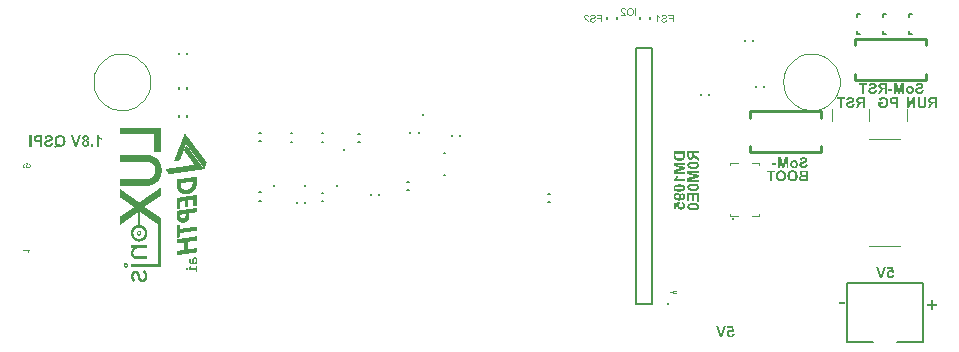
<source format=gbo>
G04*
G04 #@! TF.GenerationSoftware,Altium Limited,Altium Designer,21.7.2 (23)*
G04*
G04 Layer_Color=32896*
%FSLAX44Y44*%
%MOMM*%
G71*
G04*
G04 #@! TF.SameCoordinates,95293772-FAB2-4DE1-B68E-DB320B3E22A3*
G04*
G04*
G04 #@! TF.FilePolarity,Positive*
G04*
G01*
G75*
%ADD11C,0.2000*%
%ADD12C,0.2540*%
%ADD64C,0.1016*%
%ADD65C,0.2540*%
%ADD127C,0.1000*%
G36*
X-259111Y-69333D02*
X-264445D01*
Y-54333D01*
X-293667D01*
Y-53667D01*
Y-53556D01*
Y-48778D01*
X-259111D01*
Y-69333D01*
D02*
G37*
G36*
X-238455Y-53815D02*
X-238369D01*
Y-53901D01*
X-238283D01*
Y-53987D01*
X-238198D01*
Y-54158D01*
X-238112D01*
Y-54244D01*
X-238026D01*
Y-54330D01*
X-237940D01*
Y-54501D01*
X-237855D01*
Y-54587D01*
X-237769D01*
Y-54673D01*
X-237683D01*
Y-54844D01*
X-237597D01*
Y-54930D01*
X-237512D01*
Y-55102D01*
X-237426D01*
Y-55187D01*
X-237340D01*
Y-55273D01*
X-237254D01*
Y-55445D01*
X-237169D01*
Y-55530D01*
X-237083D01*
Y-55616D01*
X-236997D01*
Y-55788D01*
X-236911D01*
Y-55873D01*
X-236826D01*
Y-55959D01*
X-236740D01*
Y-56131D01*
X-236654D01*
Y-56216D01*
X-236568D01*
Y-56302D01*
X-236483D01*
Y-56474D01*
X-236397D01*
Y-56559D01*
X-236311D01*
Y-56645D01*
X-236225D01*
Y-56817D01*
X-236140D01*
Y-56902D01*
X-236054D01*
Y-56988D01*
X-235968D01*
Y-57160D01*
X-235882D01*
Y-57245D01*
X-235797D01*
Y-57331D01*
X-235711D01*
Y-57503D01*
X-235625D01*
Y-57589D01*
X-235539D01*
Y-57674D01*
X-235453D01*
Y-57846D01*
X-235368D01*
Y-57931D01*
X-235282D01*
Y-58017D01*
X-235196D01*
Y-58189D01*
X-235110D01*
Y-58274D01*
X-235025D01*
Y-58360D01*
X-234939D01*
Y-58532D01*
X-234853D01*
Y-58618D01*
X-234767D01*
Y-58703D01*
X-234682D01*
Y-58875D01*
X-234596D01*
Y-58961D01*
X-234510D01*
Y-59046D01*
X-234424D01*
Y-59218D01*
X-234339D01*
Y-59304D01*
X-234253D01*
Y-59389D01*
X-234167D01*
Y-59561D01*
X-234081D01*
Y-59647D01*
X-233996D01*
Y-59732D01*
X-233910D01*
Y-59904D01*
X-233824D01*
Y-59990D01*
X-233738D01*
Y-60075D01*
X-233653D01*
Y-60247D01*
X-233567D01*
Y-60333D01*
X-233481D01*
Y-60418D01*
X-233395D01*
Y-60590D01*
X-233310D01*
Y-60676D01*
X-233224D01*
Y-60761D01*
X-233138D01*
Y-60933D01*
X-233052D01*
Y-61019D01*
X-232966D01*
Y-61104D01*
X-232881D01*
Y-61276D01*
X-232795D01*
Y-61362D01*
X-232709D01*
Y-61448D01*
X-232624D01*
Y-61619D01*
X-232538D01*
Y-61705D01*
X-232452D01*
Y-61790D01*
X-232366D01*
Y-61962D01*
X-232281D01*
Y-62048D01*
X-232195D01*
Y-62134D01*
X-232109D01*
Y-62305D01*
X-232023D01*
Y-62391D01*
X-231938D01*
Y-62477D01*
X-231852D01*
Y-62648D01*
X-231766D01*
Y-62734D01*
X-231680D01*
Y-62820D01*
X-231595D01*
Y-62991D01*
X-231509D01*
Y-63077D01*
X-231423D01*
Y-63163D01*
X-231337D01*
Y-63334D01*
X-231251D01*
Y-63420D01*
X-231166D01*
Y-63506D01*
X-231080D01*
Y-63677D01*
X-230994D01*
Y-63763D01*
X-230908D01*
Y-63849D01*
X-230823D01*
Y-64020D01*
X-230737D01*
Y-64106D01*
X-230651D01*
Y-64192D01*
X-230565D01*
Y-64363D01*
X-230480D01*
Y-64449D01*
X-230394D01*
Y-64535D01*
X-230308D01*
Y-64706D01*
X-230222D01*
Y-64792D01*
X-230137D01*
Y-64963D01*
X-230051D01*
Y-65049D01*
X-229965D01*
Y-65135D01*
X-229879D01*
Y-65307D01*
X-229794D01*
Y-65392D01*
X-229708D01*
Y-65478D01*
X-229622D01*
Y-65649D01*
X-229536D01*
Y-65735D01*
X-229450D01*
Y-65821D01*
X-229365D01*
Y-65993D01*
X-229279D01*
Y-66078D01*
X-229193D01*
Y-66164D01*
X-229107D01*
Y-66336D01*
X-229022D01*
Y-66421D01*
X-228936D01*
Y-66507D01*
X-228850D01*
Y-66679D01*
X-228764D01*
Y-66764D01*
X-228679D01*
Y-66850D01*
X-228593D01*
Y-67022D01*
X-228507D01*
Y-67107D01*
X-228421D01*
Y-67193D01*
X-228336D01*
Y-67365D01*
X-228250D01*
Y-67450D01*
X-228164D01*
Y-67536D01*
X-228078D01*
Y-67708D01*
X-227993D01*
Y-67793D01*
X-227907D01*
Y-67879D01*
X-227821D01*
Y-68051D01*
X-227735D01*
Y-68136D01*
X-227650D01*
Y-68222D01*
X-227564D01*
Y-68394D01*
X-227478D01*
Y-68479D01*
X-227392D01*
Y-68565D01*
X-227307D01*
Y-68737D01*
X-227221D01*
Y-68822D01*
X-227135D01*
Y-68908D01*
X-227049D01*
Y-69080D01*
X-226964D01*
Y-69166D01*
X-226878D01*
Y-69251D01*
X-226792D01*
Y-69423D01*
X-226706D01*
Y-69509D01*
X-226621D01*
Y-69594D01*
X-226535D01*
Y-69766D01*
X-226449D01*
Y-69852D01*
X-226363D01*
Y-69937D01*
X-226278D01*
Y-70109D01*
X-226192D01*
Y-70195D01*
X-226106D01*
Y-70280D01*
X-226020D01*
Y-70452D01*
X-225935D01*
Y-70538D01*
X-225849D01*
Y-70623D01*
X-225763D01*
Y-70795D01*
X-225677D01*
Y-70881D01*
X-225592D01*
Y-70966D01*
X-225506D01*
Y-71138D01*
X-225420D01*
Y-71224D01*
X-225334D01*
Y-71309D01*
X-225249D01*
Y-71481D01*
X-225163D01*
Y-71567D01*
X-225077D01*
Y-71652D01*
X-224991D01*
Y-71824D01*
X-224905D01*
Y-71910D01*
X-224820D01*
Y-71996D01*
X-224734D01*
Y-72167D01*
X-224648D01*
Y-72253D01*
X-224562D01*
Y-72339D01*
X-224477D01*
Y-72510D01*
X-224391D01*
Y-72596D01*
X-224305D01*
Y-72681D01*
X-224219D01*
Y-72853D01*
X-224134D01*
Y-72939D01*
X-224048D01*
Y-73025D01*
X-223962D01*
Y-73196D01*
X-223876D01*
Y-73282D01*
X-223791D01*
Y-73368D01*
X-223705D01*
Y-73539D01*
X-223619D01*
Y-73625D01*
X-223533D01*
Y-73711D01*
X-223448D01*
Y-73882D01*
X-223362D01*
Y-73968D01*
X-223276D01*
Y-74054D01*
X-223190D01*
Y-74225D01*
X-223105D01*
Y-74311D01*
X-223019D01*
Y-74482D01*
X-222933D01*
Y-74568D01*
X-222847D01*
Y-74654D01*
X-222762D01*
Y-74825D01*
X-222676D01*
Y-74911D01*
X-222590D01*
Y-74997D01*
X-222504D01*
Y-75168D01*
X-222419D01*
Y-75254D01*
X-222333D01*
Y-75340D01*
X-222247D01*
Y-75511D01*
X-222161D01*
Y-75597D01*
X-222076D01*
Y-75683D01*
X-221990D01*
Y-75855D01*
X-221904D01*
Y-75940D01*
X-221818D01*
Y-76026D01*
X-221733D01*
Y-76198D01*
X-221647D01*
Y-76283D01*
X-221561D01*
Y-76369D01*
X-221475D01*
Y-76540D01*
X-221390D01*
Y-76626D01*
X-221304D01*
Y-76712D01*
X-221218D01*
Y-76884D01*
X-221132D01*
Y-76969D01*
X-221047D01*
Y-77055D01*
X-220961D01*
Y-77227D01*
X-220875D01*
Y-77312D01*
X-220789D01*
Y-77398D01*
X-220704D01*
Y-77570D01*
X-220618D01*
Y-77655D01*
X-220532D01*
Y-77741D01*
X-220446D01*
Y-77913D01*
X-220360D01*
Y-77998D01*
X-220275D01*
Y-78084D01*
X-220189D01*
Y-78256D01*
X-220103D01*
Y-78599D01*
X-220189D01*
Y-78856D01*
X-220275D01*
Y-79113D01*
X-220360D01*
Y-79370D01*
X-220446D01*
Y-79628D01*
X-220532D01*
Y-79799D01*
X-220618D01*
Y-80056D01*
X-220704D01*
Y-80314D01*
X-220789D01*
Y-80571D01*
X-220875D01*
Y-80828D01*
X-220961D01*
Y-81086D01*
X-221047D01*
Y-81257D01*
X-221132D01*
Y-81514D01*
X-221218D01*
Y-81772D01*
X-221304D01*
Y-82029D01*
X-221390D01*
Y-82286D01*
X-221475D01*
Y-82543D01*
X-221561D01*
Y-82715D01*
X-221647D01*
Y-82972D01*
X-221733D01*
Y-83230D01*
X-221818D01*
Y-83487D01*
X-221904D01*
Y-83658D01*
X-221990D01*
Y-83573D01*
X-222076D01*
Y-83401D01*
X-222161D01*
Y-83315D01*
X-222247D01*
Y-83230D01*
X-222333D01*
Y-83058D01*
X-222419D01*
Y-82972D01*
X-222504D01*
Y-82886D01*
X-222590D01*
Y-82715D01*
X-222676D01*
Y-82629D01*
X-222762D01*
Y-82543D01*
X-222847D01*
Y-82372D01*
X-222933D01*
Y-82286D01*
X-223019D01*
Y-82200D01*
X-223105D01*
Y-82029D01*
X-223190D01*
Y-81943D01*
X-223276D01*
Y-81857D01*
X-223362D01*
Y-81686D01*
X-223448D01*
Y-81600D01*
X-223533D01*
Y-81514D01*
X-223619D01*
Y-81343D01*
X-223705D01*
Y-81257D01*
X-223791D01*
Y-81171D01*
X-223876D01*
Y-81000D01*
X-223962D01*
Y-80914D01*
X-224048D01*
Y-80828D01*
X-224134D01*
Y-80657D01*
X-224219D01*
Y-80571D01*
X-224305D01*
Y-80485D01*
X-224391D01*
Y-80314D01*
X-224477D01*
Y-80228D01*
X-224562D01*
Y-80142D01*
X-224648D01*
Y-79971D01*
X-224734D01*
Y-79885D01*
X-224820D01*
Y-79799D01*
X-224905D01*
Y-79628D01*
X-224991D01*
Y-79542D01*
X-225077D01*
Y-79456D01*
X-225163D01*
Y-79285D01*
X-225249D01*
Y-79199D01*
X-225334D01*
Y-79113D01*
X-225420D01*
Y-78942D01*
X-225506D01*
Y-78856D01*
X-225592D01*
Y-78770D01*
X-225677D01*
Y-78599D01*
X-225763D01*
Y-78513D01*
X-225849D01*
Y-78427D01*
X-225935D01*
Y-78256D01*
X-226020D01*
Y-78170D01*
X-226106D01*
Y-78084D01*
X-226192D01*
Y-77913D01*
X-226278D01*
Y-77827D01*
X-226363D01*
Y-77741D01*
X-226449D01*
Y-77570D01*
X-226535D01*
Y-77484D01*
X-226621D01*
Y-77398D01*
X-226706D01*
Y-77227D01*
X-226792D01*
Y-77141D01*
X-226878D01*
Y-77055D01*
X-226964D01*
Y-76884D01*
X-227049D01*
Y-76798D01*
X-227135D01*
Y-76712D01*
X-227221D01*
Y-76540D01*
X-227307D01*
Y-76455D01*
X-227392D01*
Y-76369D01*
X-227478D01*
Y-76198D01*
X-227564D01*
Y-76112D01*
X-227650D01*
Y-76026D01*
X-227735D01*
Y-75855D01*
X-227821D01*
Y-75769D01*
X-227907D01*
Y-75683D01*
X-227993D01*
Y-75511D01*
X-228078D01*
Y-75426D01*
X-228164D01*
Y-75340D01*
X-228250D01*
Y-75168D01*
X-228336D01*
Y-75083D01*
X-228421D01*
Y-74997D01*
X-228507D01*
Y-74825D01*
X-228593D01*
Y-74740D01*
X-228679D01*
Y-74654D01*
X-228764D01*
Y-74568D01*
X-228850D01*
Y-74397D01*
X-228936D01*
Y-74311D01*
X-229022D01*
Y-74225D01*
X-229107D01*
Y-74054D01*
X-229193D01*
Y-73968D01*
X-229279D01*
Y-73882D01*
X-229365D01*
Y-73711D01*
X-229450D01*
Y-73625D01*
X-229536D01*
Y-73539D01*
X-229622D01*
Y-73368D01*
X-229708D01*
Y-73282D01*
X-229794D01*
Y-73196D01*
X-229879D01*
Y-73025D01*
X-229965D01*
Y-72939D01*
X-230051D01*
Y-72853D01*
X-230137D01*
Y-72681D01*
X-230222D01*
Y-72596D01*
X-230308D01*
Y-72510D01*
X-230394D01*
Y-72339D01*
X-230480D01*
Y-72253D01*
X-230565D01*
Y-72167D01*
X-230651D01*
Y-71996D01*
X-230737D01*
Y-71910D01*
X-230823D01*
Y-71824D01*
X-230908D01*
Y-71652D01*
X-230994D01*
Y-71567D01*
X-231080D01*
Y-71481D01*
X-231166D01*
Y-71309D01*
X-231251D01*
Y-71224D01*
X-231337D01*
Y-71138D01*
X-231423D01*
Y-70966D01*
X-231509D01*
Y-70881D01*
X-231595D01*
Y-70795D01*
X-231680D01*
Y-70623D01*
X-231766D01*
Y-70538D01*
X-231852D01*
Y-70452D01*
X-231938D01*
Y-70280D01*
X-232023D01*
Y-70195D01*
X-232109D01*
Y-70109D01*
X-232195D01*
Y-69937D01*
X-232281D01*
Y-69852D01*
X-232366D01*
Y-69766D01*
X-232452D01*
Y-69594D01*
X-232538D01*
Y-69509D01*
X-232624D01*
Y-69423D01*
X-232709D01*
Y-69251D01*
X-232795D01*
Y-69166D01*
X-232881D01*
Y-69080D01*
X-232966D01*
Y-68908D01*
X-233052D01*
Y-68822D01*
X-233138D01*
Y-68737D01*
X-233224D01*
Y-68565D01*
X-233310D01*
Y-68479D01*
X-233395D01*
Y-68394D01*
X-233481D01*
Y-68222D01*
X-233567D01*
Y-68136D01*
X-233653D01*
Y-68051D01*
X-233738D01*
Y-67879D01*
X-233824D01*
Y-67793D01*
X-233910D01*
Y-67708D01*
X-233996D01*
Y-67536D01*
X-234081D01*
Y-67450D01*
X-234167D01*
Y-67365D01*
X-234253D01*
Y-67193D01*
X-234339D01*
Y-67107D01*
X-234424D01*
Y-67022D01*
X-234510D01*
Y-66850D01*
X-234596D01*
Y-66764D01*
X-234682D01*
Y-66679D01*
X-234767D01*
Y-66507D01*
X-234853D01*
Y-66421D01*
X-234939D01*
Y-66336D01*
X-235025D01*
Y-66164D01*
X-235110D01*
Y-66078D01*
X-235196D01*
Y-65993D01*
X-235282D01*
Y-65821D01*
X-235368D01*
Y-65735D01*
X-235453D01*
Y-65649D01*
X-235539D01*
Y-65478D01*
X-235625D01*
Y-65392D01*
X-235711D01*
Y-65307D01*
X-235797D01*
Y-65135D01*
X-235882D01*
Y-65049D01*
X-235968D01*
Y-64963D01*
X-236054D01*
Y-64792D01*
X-236140D01*
Y-64706D01*
X-236225D01*
Y-64620D01*
X-236311D01*
Y-64449D01*
X-236397D01*
Y-64363D01*
X-236483D01*
Y-64277D01*
X-236568D01*
Y-64106D01*
X-236654D01*
Y-64020D01*
X-236740D01*
Y-63934D01*
X-236826D01*
Y-63763D01*
X-236911D01*
Y-63677D01*
X-236997D01*
Y-63591D01*
X-237083D01*
Y-63420D01*
X-237169D01*
Y-63334D01*
X-237254D01*
Y-63248D01*
X-237340D01*
Y-63077D01*
X-237426D01*
Y-62991D01*
X-237512D01*
Y-62905D01*
X-237597D01*
Y-62820D01*
X-237769D01*
Y-62905D01*
X-237855D01*
Y-63077D01*
X-237940D01*
Y-63334D01*
X-238026D01*
Y-63591D01*
X-238112D01*
Y-63849D01*
X-238198D01*
Y-64106D01*
X-238283D01*
Y-64277D01*
X-238369D01*
Y-64535D01*
X-238455D01*
Y-64792D01*
X-238541D01*
Y-65049D01*
X-238626D01*
Y-65307D01*
X-238712D01*
Y-65478D01*
X-238798D01*
Y-65735D01*
X-238884D01*
Y-65993D01*
X-238969D01*
Y-66250D01*
X-239055D01*
Y-66507D01*
X-239141D01*
Y-66679D01*
X-239227D01*
Y-66936D01*
X-239312D01*
Y-67193D01*
X-239398D01*
Y-67450D01*
X-239484D01*
Y-67622D01*
X-239570D01*
Y-67879D01*
X-239655D01*
Y-68136D01*
X-239741D01*
Y-68394D01*
X-239827D01*
Y-68651D01*
X-239913D01*
Y-68822D01*
X-239998D01*
Y-69080D01*
X-240084D01*
Y-69337D01*
X-240170D01*
Y-69594D01*
X-240256D01*
Y-69852D01*
X-240341D01*
Y-70023D01*
X-240427D01*
Y-70280D01*
X-240513D01*
Y-70538D01*
X-240599D01*
Y-70795D01*
X-240685D01*
Y-71052D01*
X-240770D01*
Y-71224D01*
X-240856D01*
Y-71481D01*
X-240942D01*
Y-71738D01*
X-241028D01*
Y-71996D01*
X-241113D01*
Y-72253D01*
X-241199D01*
Y-72424D01*
X-241285D01*
Y-72681D01*
X-241371D01*
Y-72939D01*
X-241456D01*
Y-73196D01*
X-241542D01*
Y-73453D01*
X-241628D01*
Y-73625D01*
X-241714D01*
Y-73882D01*
X-241799D01*
Y-74139D01*
X-241885D01*
Y-74397D01*
X-241971D01*
Y-74654D01*
X-242057D01*
Y-74825D01*
X-242142D01*
Y-75083D01*
X-242228D01*
Y-75340D01*
X-242314D01*
Y-75597D01*
X-242400D01*
Y-75855D01*
X-242485D01*
Y-76026D01*
X-242571D01*
Y-76283D01*
X-242657D01*
Y-76455D01*
X-242743D01*
Y-76540D01*
X-243172D01*
Y-76626D01*
X-243772D01*
Y-76712D01*
X-244372D01*
Y-76798D01*
X-244972D01*
Y-76884D01*
X-245573D01*
Y-76969D01*
X-246173D01*
Y-77055D01*
X-246773D01*
Y-77141D01*
X-247374D01*
Y-77227D01*
X-247888D01*
Y-77141D01*
X-247802D01*
Y-76884D01*
X-247717D01*
Y-76712D01*
X-247631D01*
Y-76455D01*
X-247545D01*
Y-76283D01*
X-247459D01*
Y-76026D01*
X-247374D01*
Y-75769D01*
X-247288D01*
Y-75597D01*
X-247202D01*
Y-75340D01*
X-247116D01*
Y-75168D01*
X-247031D01*
Y-74911D01*
X-246945D01*
Y-74740D01*
X-246859D01*
Y-74482D01*
X-246773D01*
Y-74311D01*
X-246688D01*
Y-74054D01*
X-246602D01*
Y-73882D01*
X-246516D01*
Y-73625D01*
X-246430D01*
Y-73368D01*
X-246344D01*
Y-73196D01*
X-246259D01*
Y-72939D01*
X-246173D01*
Y-72767D01*
X-246087D01*
Y-72510D01*
X-246001D01*
Y-72339D01*
X-245916D01*
Y-72081D01*
X-245830D01*
Y-71910D01*
X-245744D01*
Y-71652D01*
X-245658D01*
Y-71481D01*
X-245573D01*
Y-71224D01*
X-245487D01*
Y-71052D01*
X-245401D01*
Y-70795D01*
X-245315D01*
Y-70538D01*
X-245230D01*
Y-70366D01*
X-245144D01*
Y-70109D01*
X-245058D01*
Y-69937D01*
X-244972D01*
Y-69680D01*
X-244887D01*
Y-69509D01*
X-244801D01*
Y-69251D01*
X-244715D01*
Y-69080D01*
X-244629D01*
Y-68822D01*
X-244544D01*
Y-68651D01*
X-244458D01*
Y-68394D01*
X-244372D01*
Y-68222D01*
X-244286D01*
Y-67965D01*
X-244201D01*
Y-67708D01*
X-244115D01*
Y-67536D01*
X-244029D01*
Y-67279D01*
X-243943D01*
Y-67107D01*
X-243857D01*
Y-66850D01*
X-243772D01*
Y-66679D01*
X-243686D01*
Y-66421D01*
X-243600D01*
Y-66250D01*
X-243514D01*
Y-65993D01*
X-243429D01*
Y-65821D01*
X-243343D01*
Y-65564D01*
X-243257D01*
Y-65307D01*
X-243172D01*
Y-65135D01*
X-243086D01*
Y-64878D01*
X-243000D01*
Y-64706D01*
X-242914D01*
Y-64449D01*
X-242828D01*
Y-64277D01*
X-242743D01*
Y-64020D01*
X-242657D01*
Y-63849D01*
X-242571D01*
Y-63591D01*
X-242485D01*
Y-63420D01*
X-242400D01*
Y-63163D01*
X-242314D01*
Y-62991D01*
X-242228D01*
Y-62734D01*
X-242142D01*
Y-62477D01*
X-242057D01*
Y-62305D01*
X-241971D01*
Y-62048D01*
X-241885D01*
Y-61876D01*
X-241799D01*
Y-61619D01*
X-241714D01*
Y-61448D01*
X-241628D01*
Y-61190D01*
X-241542D01*
Y-61019D01*
X-241456D01*
Y-60761D01*
X-241371D01*
Y-60590D01*
X-241285D01*
Y-60333D01*
X-241199D01*
Y-60161D01*
X-241113D01*
Y-59904D01*
X-241028D01*
Y-59647D01*
X-240942D01*
Y-59475D01*
X-240856D01*
Y-59218D01*
X-240770D01*
Y-59046D01*
X-240685D01*
Y-58789D01*
X-240599D01*
Y-58618D01*
X-240513D01*
Y-58360D01*
X-240427D01*
Y-58189D01*
X-240341D01*
Y-57931D01*
X-240256D01*
Y-57760D01*
X-240170D01*
Y-57503D01*
X-240084D01*
Y-57245D01*
X-239998D01*
Y-57074D01*
X-239913D01*
Y-56817D01*
X-239827D01*
Y-56645D01*
X-239741D01*
Y-56388D01*
X-239655D01*
Y-56216D01*
X-239570D01*
Y-55959D01*
X-239484D01*
Y-55788D01*
X-239398D01*
Y-55530D01*
X-239312D01*
Y-55359D01*
X-239227D01*
Y-55102D01*
X-239141D01*
Y-54930D01*
X-239055D01*
Y-54673D01*
X-238969D01*
Y-54415D01*
X-238884D01*
Y-54244D01*
X-238798D01*
Y-53987D01*
X-238712D01*
Y-53815D01*
X-238626D01*
Y-53644D01*
X-238455D01*
Y-53815D01*
D02*
G37*
G36*
X-237512Y-63677D02*
X-237426D01*
Y-63763D01*
X-237340D01*
Y-63849D01*
X-237254D01*
Y-64020D01*
X-237169D01*
Y-64106D01*
X-237083D01*
Y-64192D01*
X-236997D01*
Y-64363D01*
X-236911D01*
Y-64449D01*
X-236826D01*
Y-64535D01*
X-236740D01*
Y-64706D01*
X-236654D01*
Y-64792D01*
X-236568D01*
Y-64878D01*
X-236483D01*
Y-65049D01*
X-236397D01*
Y-65135D01*
X-236311D01*
Y-65221D01*
X-236225D01*
Y-65392D01*
X-236140D01*
Y-65478D01*
X-236054D01*
Y-65564D01*
X-235968D01*
Y-65735D01*
X-235882D01*
Y-65821D01*
X-235797D01*
Y-65907D01*
X-235711D01*
Y-66078D01*
X-235625D01*
Y-66164D01*
X-235539D01*
Y-66250D01*
X-235453D01*
Y-66421D01*
X-235368D01*
Y-66507D01*
X-235282D01*
Y-66593D01*
X-235196D01*
Y-66764D01*
X-235110D01*
Y-66850D01*
X-235025D01*
Y-66936D01*
X-234939D01*
Y-67107D01*
X-234853D01*
Y-67193D01*
X-234767D01*
Y-67279D01*
X-234682D01*
Y-67450D01*
X-234596D01*
Y-67536D01*
X-234510D01*
Y-67622D01*
X-234424D01*
Y-67793D01*
X-234339D01*
Y-67879D01*
X-234253D01*
Y-67965D01*
X-234167D01*
Y-68136D01*
X-234081D01*
Y-68222D01*
X-233996D01*
Y-68308D01*
X-233910D01*
Y-68479D01*
X-233824D01*
Y-68565D01*
X-233738D01*
Y-68651D01*
X-233653D01*
Y-68822D01*
X-233567D01*
Y-68908D01*
X-233481D01*
Y-68994D01*
X-233395D01*
Y-69166D01*
X-233310D01*
Y-69251D01*
X-233224D01*
Y-69337D01*
X-233138D01*
Y-69509D01*
X-233052D01*
Y-69594D01*
X-232966D01*
Y-69680D01*
X-232881D01*
Y-69852D01*
X-232795D01*
Y-69937D01*
X-232709D01*
Y-70023D01*
X-232624D01*
Y-70195D01*
X-232538D01*
Y-70280D01*
X-232452D01*
Y-70366D01*
X-232366D01*
Y-70538D01*
X-232281D01*
Y-70623D01*
X-232195D01*
Y-70709D01*
X-232109D01*
Y-70881D01*
X-232023D01*
Y-70966D01*
X-231938D01*
Y-71052D01*
X-231852D01*
Y-71224D01*
X-231766D01*
Y-71309D01*
X-231680D01*
Y-71395D01*
X-231595D01*
Y-71567D01*
X-231509D01*
Y-71652D01*
X-231423D01*
Y-71738D01*
X-231337D01*
Y-71910D01*
X-231251D01*
Y-71996D01*
X-231166D01*
Y-72081D01*
X-231080D01*
Y-72253D01*
X-230994D01*
Y-72339D01*
X-230908D01*
Y-72424D01*
X-230823D01*
Y-72596D01*
X-230737D01*
Y-72681D01*
X-230651D01*
Y-72767D01*
X-230565D01*
Y-72939D01*
X-230480D01*
Y-73025D01*
X-230394D01*
Y-73110D01*
X-230308D01*
Y-73282D01*
X-230222D01*
Y-73368D01*
X-230137D01*
Y-73453D01*
X-230051D01*
Y-73625D01*
X-229965D01*
Y-73711D01*
X-229879D01*
Y-73796D01*
X-229794D01*
Y-73968D01*
X-229708D01*
Y-74054D01*
X-229622D01*
Y-74139D01*
X-229536D01*
Y-74311D01*
X-229450D01*
Y-74397D01*
X-229365D01*
Y-74482D01*
X-229279D01*
Y-74654D01*
X-229193D01*
Y-74740D01*
X-229107D01*
Y-74825D01*
X-229022D01*
Y-74997D01*
X-228936D01*
Y-75083D01*
X-228850D01*
Y-75168D01*
X-228764D01*
Y-75340D01*
X-228679D01*
Y-75426D01*
X-228593D01*
Y-75511D01*
X-228507D01*
Y-75597D01*
X-228421D01*
Y-75769D01*
X-228336D01*
Y-75855D01*
X-228250D01*
Y-75940D01*
X-228164D01*
Y-76112D01*
X-228078D01*
Y-76198D01*
X-227993D01*
Y-76283D01*
X-227907D01*
Y-76455D01*
X-227821D01*
Y-76540D01*
X-227735D01*
Y-76626D01*
X-227650D01*
Y-76798D01*
X-227564D01*
Y-76884D01*
X-227478D01*
Y-76969D01*
X-227392D01*
Y-77141D01*
X-227307D01*
Y-77227D01*
X-227221D01*
Y-77312D01*
X-227135D01*
Y-77484D01*
X-227049D01*
Y-77570D01*
X-226964D01*
Y-77655D01*
X-226878D01*
Y-77827D01*
X-226792D01*
Y-77913D01*
X-226706D01*
Y-77998D01*
X-226621D01*
Y-78170D01*
X-226535D01*
Y-78256D01*
X-226449D01*
Y-78341D01*
X-226363D01*
Y-78513D01*
X-226278D01*
Y-78599D01*
X-226192D01*
Y-78684D01*
X-226106D01*
Y-78856D01*
X-226020D01*
Y-78942D01*
X-225935D01*
Y-79028D01*
X-225849D01*
Y-79199D01*
X-225763D01*
Y-79285D01*
X-225677D01*
Y-79370D01*
X-225592D01*
Y-79542D01*
X-225506D01*
Y-79628D01*
X-225420D01*
Y-79714D01*
X-225334D01*
Y-79885D01*
X-225249D01*
Y-79971D01*
X-225163D01*
Y-80056D01*
X-225077D01*
Y-80228D01*
X-224991D01*
Y-80314D01*
X-224905D01*
Y-80400D01*
X-224820D01*
Y-80571D01*
X-224734D01*
Y-80657D01*
X-224648D01*
Y-80743D01*
X-224562D01*
Y-80914D01*
X-224477D01*
Y-81000D01*
X-224391D01*
Y-81086D01*
X-224305D01*
Y-81257D01*
X-224219D01*
Y-81343D01*
X-224134D01*
Y-81429D01*
X-224048D01*
Y-81600D01*
X-223962D01*
Y-81686D01*
X-223876D01*
Y-81772D01*
X-223791D01*
Y-81943D01*
X-223705D01*
Y-82029D01*
X-223619D01*
Y-82115D01*
X-223533D01*
Y-82286D01*
X-223448D01*
Y-82372D01*
X-223362D01*
Y-82458D01*
X-223276D01*
Y-82629D01*
X-223190D01*
Y-82715D01*
X-223105D01*
Y-82801D01*
X-223019D01*
Y-82972D01*
X-222933D01*
Y-83058D01*
X-222847D01*
Y-83144D01*
X-222762D01*
Y-83315D01*
X-222676D01*
Y-83401D01*
X-222590D01*
Y-83487D01*
X-222504D01*
Y-83658D01*
X-222419D01*
Y-83744D01*
X-222333D01*
Y-83830D01*
X-222247D01*
Y-83916D01*
X-222762D01*
Y-84001D01*
X-223362D01*
Y-84087D01*
X-223876D01*
Y-84173D01*
X-224477D01*
Y-84259D01*
X-225077D01*
Y-84344D01*
X-225677D01*
Y-84430D01*
X-226278D01*
Y-84516D01*
X-226792D01*
Y-84602D01*
X-227392D01*
Y-84687D01*
X-227993D01*
Y-84773D01*
X-228593D01*
Y-84859D01*
X-229193D01*
Y-84945D01*
X-229708D01*
Y-85030D01*
X-230308D01*
Y-85116D01*
X-230908D01*
Y-85202D01*
X-231509D01*
Y-85288D01*
X-232109D01*
Y-85373D01*
X-232624D01*
Y-85459D01*
X-233224D01*
Y-85545D01*
X-233824D01*
Y-85631D01*
X-234424D01*
Y-85716D01*
X-235025D01*
Y-85802D01*
X-235539D01*
Y-85888D01*
X-236140D01*
Y-85974D01*
X-236740D01*
Y-86059D01*
X-237340D01*
Y-86145D01*
X-237855D01*
Y-86231D01*
X-238455D01*
Y-86317D01*
X-239055D01*
Y-86402D01*
X-239655D01*
Y-86488D01*
X-240256D01*
Y-86574D01*
X-240770D01*
Y-86660D01*
X-241371D01*
Y-86746D01*
X-241971D01*
Y-86831D01*
X-242571D01*
Y-86917D01*
X-243172D01*
Y-87003D01*
X-243686D01*
Y-87088D01*
X-244286D01*
Y-87174D01*
X-244887D01*
Y-87260D01*
X-245487D01*
Y-87346D01*
X-246087D01*
Y-87431D01*
X-246602D01*
Y-87517D01*
X-247202D01*
Y-87603D01*
X-247802D01*
Y-87689D01*
X-248403D01*
Y-87774D01*
X-249003D01*
Y-87860D01*
X-249517D01*
Y-87946D01*
X-250118D01*
Y-88032D01*
X-250718D01*
Y-88118D01*
X-251318D01*
Y-88203D01*
X-251833D01*
Y-88289D01*
X-252176D01*
Y-88118D01*
X-252262D01*
Y-88032D01*
X-252347D01*
Y-87860D01*
X-252433D01*
Y-87774D01*
X-252519D01*
Y-87603D01*
X-252605D01*
Y-87517D01*
X-252690D01*
Y-87346D01*
X-252776D01*
Y-87260D01*
X-252862D01*
Y-87088D01*
X-252948D01*
Y-87003D01*
X-253033D01*
Y-86831D01*
X-253119D01*
Y-86746D01*
X-253205D01*
Y-86574D01*
X-253291D01*
Y-86488D01*
X-253376D01*
Y-86402D01*
X-253462D01*
Y-86231D01*
X-253548D01*
Y-86145D01*
X-253634D01*
Y-85974D01*
X-253720D01*
Y-85888D01*
X-253805D01*
Y-85716D01*
X-253891D01*
Y-85631D01*
X-253977D01*
Y-85459D01*
X-254062D01*
Y-85373D01*
X-254148D01*
Y-85202D01*
X-254234D01*
Y-85116D01*
X-254320D01*
Y-84945D01*
X-254405D01*
Y-84859D01*
X-254491D01*
Y-84687D01*
X-254577D01*
Y-84602D01*
X-254663D01*
Y-84430D01*
X-254748D01*
Y-84344D01*
X-254834D01*
Y-84173D01*
X-254920D01*
Y-84087D01*
X-255006D01*
Y-83916D01*
X-255091D01*
Y-83744D01*
X-254491D01*
Y-83658D01*
X-253891D01*
Y-83573D01*
X-253291D01*
Y-83487D01*
X-252690D01*
Y-83401D01*
X-252090D01*
Y-83315D01*
X-251576D01*
Y-83230D01*
X-250975D01*
Y-83144D01*
X-250375D01*
Y-83058D01*
X-249775D01*
Y-82972D01*
X-249174D01*
Y-82886D01*
X-248660D01*
Y-82801D01*
X-248060D01*
Y-82715D01*
X-247459D01*
Y-82629D01*
X-246859D01*
Y-82543D01*
X-246259D01*
Y-82458D01*
X-245658D01*
Y-82372D01*
X-245144D01*
Y-82286D01*
X-244544D01*
Y-82200D01*
X-243943D01*
Y-82115D01*
X-243343D01*
Y-82029D01*
X-242743D01*
Y-81943D01*
X-242228D01*
Y-81857D01*
X-241628D01*
Y-81772D01*
X-241028D01*
Y-81686D01*
X-240427D01*
Y-81600D01*
X-239827D01*
Y-81514D01*
X-239312D01*
Y-81429D01*
X-238712D01*
Y-81343D01*
X-238112D01*
Y-81257D01*
X-237512D01*
Y-81171D01*
X-236911D01*
Y-81086D01*
X-236311D01*
Y-81000D01*
X-235797D01*
Y-80914D01*
X-235196D01*
Y-80828D01*
X-234596D01*
Y-80743D01*
X-233996D01*
Y-80657D01*
X-233395D01*
Y-80571D01*
X-232881D01*
Y-80485D01*
X-232281D01*
Y-80400D01*
X-231680D01*
Y-80314D01*
X-231080D01*
Y-80228D01*
X-230823D01*
Y-80142D01*
X-230737D01*
Y-79885D01*
X-230823D01*
Y-79714D01*
X-230908D01*
Y-79628D01*
X-230994D01*
Y-79542D01*
X-231080D01*
Y-79370D01*
X-231166D01*
Y-79285D01*
X-231251D01*
Y-79199D01*
X-231337D01*
Y-79028D01*
X-231423D01*
Y-78942D01*
X-231509D01*
Y-78856D01*
X-231595D01*
Y-78684D01*
X-231680D01*
Y-78599D01*
X-231766D01*
Y-78513D01*
X-231852D01*
Y-78341D01*
X-231938D01*
Y-78256D01*
X-232023D01*
Y-78170D01*
X-232109D01*
Y-77998D01*
X-232195D01*
Y-77913D01*
X-232281D01*
Y-77827D01*
X-232366D01*
Y-77655D01*
X-232452D01*
Y-77570D01*
X-232538D01*
Y-77398D01*
X-232624D01*
Y-77312D01*
X-232709D01*
Y-77227D01*
X-232795D01*
Y-77055D01*
X-232881D01*
Y-76969D01*
X-232966D01*
Y-76884D01*
X-233052D01*
Y-76712D01*
X-233138D01*
Y-76626D01*
X-233224D01*
Y-76540D01*
X-233310D01*
Y-76369D01*
X-233395D01*
Y-76283D01*
X-233481D01*
Y-76198D01*
X-233567D01*
Y-76026D01*
X-233653D01*
Y-75940D01*
X-233738D01*
Y-75855D01*
X-233824D01*
Y-75683D01*
X-233910D01*
Y-75597D01*
X-233996D01*
Y-75511D01*
X-234081D01*
Y-75340D01*
X-234167D01*
Y-75254D01*
X-234253D01*
Y-75168D01*
X-234339D01*
Y-74997D01*
X-234424D01*
Y-74911D01*
X-234510D01*
Y-74825D01*
X-234596D01*
Y-74654D01*
X-234682D01*
Y-74568D01*
X-234767D01*
Y-74482D01*
X-234853D01*
Y-74311D01*
X-234939D01*
Y-74225D01*
X-235025D01*
Y-74139D01*
X-235110D01*
Y-73968D01*
X-235196D01*
Y-73882D01*
X-235282D01*
Y-73711D01*
X-235368D01*
Y-73625D01*
X-235453D01*
Y-73539D01*
X-235539D01*
Y-73368D01*
X-235625D01*
Y-73282D01*
X-235711D01*
Y-73196D01*
X-235797D01*
Y-73025D01*
X-235882D01*
Y-72939D01*
X-235968D01*
Y-72853D01*
X-236054D01*
Y-72681D01*
X-236140D01*
Y-72596D01*
X-236225D01*
Y-72510D01*
X-236311D01*
Y-72339D01*
X-236397D01*
Y-72253D01*
X-236483D01*
Y-72167D01*
X-236568D01*
Y-71996D01*
X-236654D01*
Y-71910D01*
X-236740D01*
Y-71824D01*
X-236826D01*
Y-71652D01*
X-236911D01*
Y-71567D01*
X-236997D01*
Y-71481D01*
X-237083D01*
Y-71309D01*
X-237169D01*
Y-71224D01*
X-237254D01*
Y-71138D01*
X-237340D01*
Y-70966D01*
X-237426D01*
Y-70881D01*
X-237512D01*
Y-70795D01*
X-237597D01*
Y-70623D01*
X-237683D01*
Y-70538D01*
X-237769D01*
Y-70452D01*
X-237855D01*
Y-70280D01*
X-237940D01*
Y-70195D01*
X-238026D01*
Y-70109D01*
X-238112D01*
Y-69937D01*
X-238198D01*
Y-69852D01*
X-238283D01*
Y-69680D01*
X-238369D01*
Y-69594D01*
X-238455D01*
Y-69509D01*
X-238541D01*
Y-69337D01*
X-238626D01*
Y-69251D01*
X-238712D01*
Y-69166D01*
X-238798D01*
Y-68994D01*
X-238884D01*
Y-68908D01*
X-238969D01*
Y-68822D01*
X-239055D01*
Y-68651D01*
X-239141D01*
Y-68565D01*
X-239227D01*
Y-68479D01*
X-239312D01*
Y-68136D01*
X-239227D01*
Y-67879D01*
X-239141D01*
Y-67622D01*
X-239055D01*
Y-67450D01*
X-238969D01*
Y-67193D01*
X-238884D01*
Y-66936D01*
X-238798D01*
Y-66679D01*
X-238712D01*
Y-66421D01*
X-238626D01*
Y-66164D01*
X-238541D01*
Y-65993D01*
X-238455D01*
Y-65735D01*
X-238369D01*
Y-65478D01*
X-238283D01*
Y-65221D01*
X-238198D01*
Y-64963D01*
X-238112D01*
Y-64792D01*
X-238026D01*
Y-64535D01*
X-237940D01*
Y-64277D01*
X-237855D01*
Y-64020D01*
X-237769D01*
Y-63763D01*
X-237683D01*
Y-63506D01*
X-237512D01*
Y-63677D01*
D02*
G37*
G36*
X-271444Y-71889D02*
X-270111D01*
Y-72000D01*
X-269333D01*
Y-72111D01*
X-268667D01*
Y-72222D01*
X-268111D01*
Y-72333D01*
X-267667D01*
Y-72445D01*
X-267222D01*
Y-72556D01*
X-266889D01*
Y-72667D01*
X-266556D01*
Y-72778D01*
X-266222D01*
Y-72889D01*
X-265889D01*
Y-73000D01*
X-265667D01*
Y-73111D01*
X-265333D01*
Y-73222D01*
X-265111D01*
Y-73333D01*
X-264889D01*
Y-73444D01*
X-264667D01*
Y-73556D01*
X-264445D01*
Y-73667D01*
X-264222D01*
Y-73778D01*
X-264000D01*
Y-73889D01*
X-263889D01*
Y-74000D01*
X-263667D01*
Y-74111D01*
X-263556D01*
Y-74222D01*
X-263333D01*
Y-74333D01*
X-263222D01*
Y-74444D01*
X-263000D01*
Y-74556D01*
X-262889D01*
Y-74667D01*
X-262778D01*
Y-74778D01*
X-262556D01*
Y-74889D01*
X-262444D01*
Y-75000D01*
X-262333D01*
Y-75111D01*
X-262222D01*
Y-75222D01*
X-262111D01*
Y-75333D01*
X-262000D01*
Y-75444D01*
X-261889D01*
Y-75556D01*
X-261778D01*
Y-75667D01*
X-261667D01*
Y-75778D01*
X-261556D01*
Y-75889D01*
X-261444D01*
Y-76000D01*
X-261333D01*
Y-76111D01*
X-261222D01*
Y-76222D01*
X-261111D01*
Y-76333D01*
X-261000D01*
Y-76556D01*
X-260889D01*
Y-76667D01*
X-260778D01*
Y-76778D01*
X-260667D01*
Y-77000D01*
X-260556D01*
Y-77111D01*
X-260445D01*
Y-77333D01*
X-260333D01*
Y-77445D01*
X-260222D01*
Y-77667D01*
X-260111D01*
Y-77889D01*
X-260000D01*
Y-78000D01*
X-259889D01*
Y-78222D01*
X-259778D01*
Y-78444D01*
X-259667D01*
Y-78667D01*
X-259556D01*
Y-78889D01*
X-259445D01*
Y-79111D01*
X-259333D01*
Y-79444D01*
X-259222D01*
Y-79667D01*
X-259111D01*
Y-80000D01*
X-259000D01*
Y-80333D01*
X-258889D01*
Y-80778D01*
X-258778D01*
Y-81222D01*
X-258667D01*
Y-81778D01*
X-258556D01*
Y-82333D01*
X-258444D01*
Y-83333D01*
X-258333D01*
Y-86778D01*
X-258444D01*
Y-87667D01*
X-258556D01*
Y-88333D01*
X-258667D01*
Y-88889D01*
X-258778D01*
Y-89333D01*
X-258889D01*
Y-89667D01*
X-259000D01*
Y-90000D01*
X-259111D01*
Y-90333D01*
X-259222D01*
Y-90667D01*
X-259333D01*
Y-90889D01*
X-259445D01*
Y-91222D01*
X-259556D01*
Y-91445D01*
X-259667D01*
Y-91667D01*
X-259778D01*
Y-91889D01*
X-259889D01*
Y-92000D01*
X-260000D01*
Y-92222D01*
X-260111D01*
Y-92444D01*
X-260222D01*
Y-92667D01*
X-260333D01*
Y-92778D01*
X-260445D01*
Y-93000D01*
X-260556D01*
Y-93111D01*
X-260667D01*
Y-93222D01*
X-260778D01*
Y-93444D01*
X-260889D01*
Y-93556D01*
X-261000D01*
Y-93667D01*
X-261111D01*
Y-93778D01*
X-261222D01*
Y-94000D01*
X-261333D01*
Y-94111D01*
X-261444D01*
Y-94222D01*
X-261556D01*
Y-94333D01*
X-261667D01*
Y-94445D01*
X-261778D01*
Y-94556D01*
X-261889D01*
Y-94667D01*
X-262000D01*
Y-94778D01*
X-262111D01*
Y-94889D01*
X-262222D01*
Y-95000D01*
X-262333D01*
Y-95111D01*
X-262556D01*
Y-95222D01*
X-262667D01*
Y-95333D01*
X-262778D01*
Y-95444D01*
X-262889D01*
Y-95556D01*
X-263111D01*
Y-95667D01*
X-263222D01*
Y-95778D01*
X-263444D01*
Y-95889D01*
X-263556D01*
Y-96000D01*
X-263778D01*
Y-96111D01*
X-263889D01*
Y-96222D01*
X-264111D01*
Y-96333D01*
X-264333D01*
Y-96445D01*
X-264556D01*
Y-96556D01*
X-264667D01*
Y-96667D01*
X-264889D01*
Y-96778D01*
X-265222D01*
Y-96889D01*
X-265445D01*
Y-97000D01*
X-265667D01*
Y-97111D01*
X-266000D01*
Y-97222D01*
X-266333D01*
Y-97333D01*
X-266667D01*
Y-97444D01*
X-267000D01*
Y-97556D01*
X-267333D01*
Y-97667D01*
X-267778D01*
Y-97778D01*
X-268333D01*
Y-97889D01*
X-268889D01*
Y-98000D01*
X-269556D01*
Y-98111D01*
X-270444D01*
Y-98222D01*
X-293667D01*
Y-92667D01*
X-271556D01*
Y-92556D01*
X-270556D01*
Y-92444D01*
X-269889D01*
Y-92333D01*
X-269333D01*
Y-92222D01*
X-268889D01*
Y-92111D01*
X-268556D01*
Y-92000D01*
X-268222D01*
Y-91889D01*
X-268000D01*
Y-91778D01*
X-267667D01*
Y-91667D01*
X-267444D01*
Y-91556D01*
X-267222D01*
Y-91445D01*
X-267000D01*
Y-91333D01*
X-266778D01*
Y-91222D01*
X-266667D01*
Y-91111D01*
X-266444D01*
Y-91000D01*
X-266333D01*
Y-90889D01*
X-266111D01*
Y-90778D01*
X-266000D01*
Y-90667D01*
X-265889D01*
Y-90556D01*
X-265778D01*
Y-90444D01*
X-265667D01*
Y-90333D01*
X-265556D01*
Y-90222D01*
X-265445D01*
Y-90111D01*
X-265333D01*
Y-90000D01*
X-265222D01*
Y-89889D01*
X-265111D01*
Y-89778D01*
X-265000D01*
Y-89556D01*
X-264889D01*
Y-89445D01*
X-264778D01*
Y-89333D01*
X-264667D01*
Y-89111D01*
X-264556D01*
Y-88889D01*
X-264445D01*
Y-88667D01*
X-264333D01*
Y-88444D01*
X-264222D01*
Y-88222D01*
X-264111D01*
Y-88000D01*
X-264000D01*
Y-87556D01*
X-263889D01*
Y-87111D01*
X-263778D01*
Y-86445D01*
X-263667D01*
Y-83556D01*
X-263778D01*
Y-82889D01*
X-263889D01*
Y-82444D01*
X-264000D01*
Y-82111D01*
X-264111D01*
Y-81778D01*
X-264222D01*
Y-81556D01*
X-264333D01*
Y-81333D01*
X-264445D01*
Y-81111D01*
X-264556D01*
Y-81000D01*
X-264667D01*
Y-80778D01*
X-264778D01*
Y-80667D01*
X-264889D01*
Y-80444D01*
X-265000D01*
Y-80333D01*
X-265111D01*
Y-80222D01*
X-265222D01*
Y-80111D01*
X-265333D01*
Y-79889D01*
X-265445D01*
Y-79778D01*
X-265556D01*
Y-79667D01*
X-265667D01*
Y-79556D01*
X-265889D01*
Y-79444D01*
X-266000D01*
Y-79333D01*
X-266111D01*
Y-79222D01*
X-266222D01*
Y-79111D01*
X-266444D01*
Y-79000D01*
X-266556D01*
Y-78889D01*
X-266778D01*
Y-78778D01*
X-267000D01*
Y-78667D01*
X-267222D01*
Y-78556D01*
X-267444D01*
Y-78444D01*
X-267667D01*
Y-78333D01*
X-267889D01*
Y-78222D01*
X-268111D01*
Y-78111D01*
X-268444D01*
Y-78000D01*
X-268778D01*
Y-77889D01*
X-269222D01*
Y-77778D01*
X-269778D01*
Y-77667D01*
X-270333D01*
Y-77556D01*
X-271222D01*
Y-77445D01*
X-293667D01*
Y-71778D01*
X-271444D01*
Y-71889D01*
D02*
G37*
G36*
X-228593Y-97122D02*
X-228679D01*
Y-97808D01*
X-228764D01*
Y-98322D01*
X-228850D01*
Y-98666D01*
X-228936D01*
Y-99009D01*
X-229022D01*
Y-99266D01*
X-229107D01*
Y-99437D01*
X-229193D01*
Y-99695D01*
X-229279D01*
Y-99866D01*
X-229365D01*
Y-100038D01*
X-229450D01*
Y-100209D01*
X-229536D01*
Y-100381D01*
X-229622D01*
Y-100552D01*
X-229708D01*
Y-100638D01*
X-229794D01*
Y-100809D01*
X-229879D01*
Y-100981D01*
X-229965D01*
Y-101067D01*
X-230051D01*
Y-101238D01*
X-230137D01*
Y-101324D01*
X-230222D01*
Y-101410D01*
X-230308D01*
Y-101581D01*
X-230394D01*
Y-101667D01*
X-230480D01*
Y-101753D01*
X-230565D01*
Y-101839D01*
X-230651D01*
Y-102010D01*
X-230737D01*
Y-102096D01*
X-230823D01*
Y-102182D01*
X-230908D01*
Y-102267D01*
X-230994D01*
Y-102353D01*
X-231080D01*
Y-102439D01*
X-231166D01*
Y-102524D01*
X-231251D01*
Y-102610D01*
X-231337D01*
Y-102696D01*
X-231423D01*
Y-102782D01*
X-231509D01*
Y-102868D01*
X-231595D01*
Y-102953D01*
X-231766D01*
Y-103039D01*
X-231852D01*
Y-103125D01*
X-231938D01*
Y-103211D01*
X-232109D01*
Y-103296D01*
X-232195D01*
Y-103382D01*
X-232281D01*
Y-103468D01*
X-232452D01*
Y-103554D01*
X-232538D01*
Y-103639D01*
X-232709D01*
Y-103725D01*
X-232881D01*
Y-103811D01*
X-232966D01*
Y-103897D01*
X-233138D01*
Y-103982D01*
X-233310D01*
Y-104068D01*
X-233481D01*
Y-104154D01*
X-233653D01*
Y-104240D01*
X-233910D01*
Y-104325D01*
X-234081D01*
Y-104411D01*
X-234253D01*
Y-104497D01*
X-234510D01*
Y-104583D01*
X-234767D01*
Y-104668D01*
X-235025D01*
Y-104754D01*
X-235368D01*
Y-104840D01*
X-235797D01*
Y-104926D01*
X-236225D01*
Y-105011D01*
X-236911D01*
Y-105097D01*
X-238969D01*
Y-105011D01*
X-239570D01*
Y-104926D01*
X-239998D01*
Y-104840D01*
X-240341D01*
Y-104754D01*
X-240599D01*
Y-104668D01*
X-240856D01*
Y-104583D01*
X-241113D01*
Y-104497D01*
X-241285D01*
Y-104411D01*
X-241542D01*
Y-104325D01*
X-241714D01*
Y-104240D01*
X-241885D01*
Y-104154D01*
X-241971D01*
Y-104068D01*
X-242142D01*
Y-103982D01*
X-242314D01*
Y-103897D01*
X-242400D01*
Y-103811D01*
X-242571D01*
Y-103725D01*
X-242657D01*
Y-103639D01*
X-242828D01*
Y-103554D01*
X-242914D01*
Y-103468D01*
X-243000D01*
Y-103382D01*
X-243086D01*
Y-103296D01*
X-243172D01*
Y-103211D01*
X-243343D01*
Y-103125D01*
X-243429D01*
Y-103039D01*
X-243514D01*
Y-102953D01*
X-243600D01*
Y-102868D01*
X-243686D01*
Y-102782D01*
X-243772D01*
Y-102610D01*
X-243857D01*
Y-102524D01*
X-243943D01*
Y-102439D01*
X-244029D01*
Y-102353D01*
X-244115D01*
Y-102267D01*
X-244201D01*
Y-102096D01*
X-244286D01*
Y-102010D01*
X-244372D01*
Y-101839D01*
X-244458D01*
Y-101667D01*
X-244544D01*
Y-101581D01*
X-244629D01*
Y-101410D01*
X-244715D01*
Y-101238D01*
X-244801D01*
Y-100981D01*
X-244887D01*
Y-100809D01*
X-244972D01*
Y-100552D01*
X-245058D01*
Y-100381D01*
X-245144D01*
Y-100123D01*
X-245230D01*
Y-99780D01*
X-245315D01*
Y-99523D01*
X-245401D01*
Y-99180D01*
X-245487D01*
Y-98751D01*
X-245573D01*
Y-98237D01*
X-245658D01*
Y-96607D01*
Y-96522D01*
Y-92748D01*
X-245144D01*
Y-92663D01*
X-244544D01*
Y-92577D01*
X-244029D01*
Y-92491D01*
X-243429D01*
Y-92405D01*
X-242828D01*
Y-92320D01*
X-242228D01*
Y-92234D01*
X-241628D01*
Y-92148D01*
X-241113D01*
Y-92062D01*
X-240513D01*
Y-91977D01*
X-239913D01*
Y-91891D01*
X-239312D01*
Y-91805D01*
X-238712D01*
Y-91719D01*
X-238198D01*
Y-91634D01*
X-237597D01*
Y-91548D01*
X-236997D01*
Y-91462D01*
X-236397D01*
Y-91376D01*
X-235797D01*
Y-91291D01*
X-235196D01*
Y-91205D01*
X-234682D01*
Y-91119D01*
X-234081D01*
Y-91033D01*
X-233481D01*
Y-90948D01*
X-232881D01*
Y-90862D01*
X-232281D01*
Y-90776D01*
X-231766D01*
Y-90690D01*
X-231166D01*
Y-90604D01*
X-230565D01*
Y-90519D01*
X-229965D01*
Y-90433D01*
X-229365D01*
Y-90347D01*
X-228850D01*
Y-90261D01*
X-228593D01*
Y-97122D01*
D02*
G37*
G36*
X-259111Y-106445D02*
X-259222D01*
Y-106556D01*
X-259333D01*
Y-106667D01*
X-259445D01*
Y-106778D01*
X-259667D01*
Y-106889D01*
X-259778D01*
Y-107000D01*
X-260000D01*
Y-107111D01*
X-260111D01*
Y-107222D01*
X-260333D01*
Y-107333D01*
X-260445D01*
Y-107444D01*
X-260667D01*
Y-107556D01*
X-260778D01*
Y-107667D01*
X-261000D01*
Y-107778D01*
X-261111D01*
Y-107889D01*
X-261333D01*
Y-108000D01*
X-261444D01*
Y-108111D01*
X-261667D01*
Y-108222D01*
X-261778D01*
Y-108333D01*
X-262000D01*
Y-108444D01*
X-262111D01*
Y-108556D01*
X-262333D01*
Y-108667D01*
X-262444D01*
Y-108778D01*
X-262667D01*
Y-108889D01*
X-262778D01*
Y-109000D01*
X-263000D01*
Y-109111D01*
X-263111D01*
Y-109222D01*
X-263333D01*
Y-109333D01*
X-263444D01*
Y-109445D01*
X-263556D01*
Y-109556D01*
X-263778D01*
Y-109667D01*
X-263889D01*
Y-109778D01*
X-264111D01*
Y-109889D01*
X-264222D01*
Y-110000D01*
X-264445D01*
Y-110111D01*
X-264556D01*
Y-110222D01*
X-264778D01*
Y-110333D01*
X-264889D01*
Y-110444D01*
X-265111D01*
Y-110556D01*
X-265222D01*
Y-110667D01*
X-265445D01*
Y-110778D01*
X-265556D01*
Y-110889D01*
X-265778D01*
Y-111000D01*
X-265889D01*
Y-111111D01*
X-266111D01*
Y-111222D01*
X-266222D01*
Y-111333D01*
X-266444D01*
Y-111445D01*
X-266556D01*
Y-111556D01*
X-266778D01*
Y-111667D01*
X-266889D01*
Y-111778D01*
X-267111D01*
Y-111889D01*
X-267222D01*
Y-112000D01*
X-267444D01*
Y-112111D01*
X-267556D01*
Y-112222D01*
X-267778D01*
Y-112333D01*
X-267889D01*
Y-112444D01*
X-268111D01*
Y-112556D01*
X-268222D01*
Y-112667D01*
X-268444D01*
Y-112778D01*
X-268556D01*
Y-112889D01*
X-268778D01*
Y-113000D01*
X-268889D01*
Y-113111D01*
X-269111D01*
Y-113222D01*
X-269222D01*
Y-113333D01*
X-269444D01*
Y-113444D01*
X-269556D01*
Y-113556D01*
X-269778D01*
Y-113667D01*
X-269889D01*
Y-113778D01*
X-270111D01*
Y-113889D01*
X-270222D01*
Y-114000D01*
X-270444D01*
Y-114111D01*
X-270556D01*
Y-114222D01*
X-270778D01*
Y-114333D01*
X-270889D01*
Y-114445D01*
X-271000D01*
Y-114556D01*
X-271222D01*
Y-114667D01*
X-271333D01*
Y-114778D01*
X-271556D01*
Y-114889D01*
X-271667D01*
Y-115000D01*
X-271889D01*
Y-115111D01*
X-272000D01*
Y-115222D01*
X-272222D01*
Y-115333D01*
X-272333D01*
Y-115444D01*
X-272556D01*
Y-115556D01*
X-272667D01*
Y-115667D01*
X-272889D01*
Y-115778D01*
X-273000D01*
Y-115889D01*
X-272889D01*
Y-116000D01*
X-272667D01*
Y-116111D01*
X-272556D01*
Y-116222D01*
X-272333D01*
Y-116333D01*
X-272222D01*
Y-116445D01*
X-272000D01*
Y-116556D01*
X-271889D01*
Y-116667D01*
X-271667D01*
Y-116778D01*
X-271556D01*
Y-116889D01*
X-271333D01*
Y-117000D01*
X-271222D01*
Y-117111D01*
X-271000D01*
Y-117222D01*
X-270889D01*
Y-117333D01*
X-270667D01*
Y-117444D01*
X-270556D01*
Y-117556D01*
X-270333D01*
Y-117667D01*
X-270222D01*
Y-117778D01*
X-270000D01*
Y-117889D01*
X-269889D01*
Y-118000D01*
X-269667D01*
Y-118111D01*
X-269556D01*
Y-118222D01*
X-269333D01*
Y-118333D01*
X-269222D01*
Y-118444D01*
X-269000D01*
Y-118556D01*
X-268889D01*
Y-118667D01*
X-268667D01*
Y-118778D01*
X-268556D01*
Y-118889D01*
X-268333D01*
Y-119000D01*
X-268222D01*
Y-119111D01*
X-268111D01*
Y-119222D01*
X-267889D01*
Y-119333D01*
X-267778D01*
Y-119445D01*
X-267556D01*
Y-119556D01*
X-267444D01*
Y-119667D01*
X-267222D01*
Y-119778D01*
X-267111D01*
Y-119889D01*
X-266889D01*
Y-120000D01*
X-266778D01*
Y-120111D01*
X-266556D01*
Y-120222D01*
X-266444D01*
Y-120333D01*
X-266222D01*
Y-120444D01*
X-266111D01*
Y-120556D01*
X-265889D01*
Y-120667D01*
X-265778D01*
Y-120778D01*
X-265556D01*
Y-120889D01*
X-265445D01*
Y-121000D01*
X-265222D01*
Y-121111D01*
X-265111D01*
Y-121222D01*
X-264889D01*
Y-121333D01*
X-264778D01*
Y-121445D01*
X-264556D01*
Y-121556D01*
X-264445D01*
Y-121667D01*
X-264222D01*
Y-121778D01*
X-264111D01*
Y-121889D01*
X-263889D01*
Y-122000D01*
X-263778D01*
Y-122111D01*
X-263556D01*
Y-122222D01*
X-263444D01*
Y-122333D01*
X-263222D01*
Y-122444D01*
X-263111D01*
Y-122556D01*
X-262889D01*
Y-122667D01*
X-262778D01*
Y-122778D01*
X-262556D01*
Y-122889D01*
X-262444D01*
Y-123000D01*
X-262222D01*
Y-123111D01*
X-262111D01*
Y-123222D01*
X-261889D01*
Y-123333D01*
X-261778D01*
Y-123444D01*
X-261556D01*
Y-123556D01*
X-261444D01*
Y-123667D01*
X-261222D01*
Y-123778D01*
X-261111D01*
Y-123889D01*
X-260889D01*
Y-124000D01*
X-260778D01*
Y-124111D01*
X-260556D01*
Y-124222D01*
X-260445D01*
Y-124333D01*
X-260222D01*
Y-124445D01*
X-260111D01*
Y-124556D01*
X-259889D01*
Y-124667D01*
X-259778D01*
Y-124778D01*
X-259556D01*
Y-124889D01*
X-259445D01*
Y-125000D01*
X-259222D01*
Y-125111D01*
X-259111D01*
Y-166556D01*
X-284000D01*
Y-164445D01*
X-283889D01*
Y-164333D01*
X-261333D01*
Y-130778D01*
X-261444D01*
Y-130667D01*
X-261667D01*
Y-130556D01*
X-261778D01*
Y-130444D01*
X-262000D01*
Y-130333D01*
X-262111D01*
Y-130222D01*
X-262333D01*
Y-130111D01*
X-262444D01*
Y-130000D01*
X-262556D01*
Y-129889D01*
X-262778D01*
Y-129778D01*
X-262889D01*
Y-129667D01*
X-263111D01*
Y-129556D01*
X-263222D01*
Y-129445D01*
X-263444D01*
Y-129333D01*
X-263556D01*
Y-129222D01*
X-263667D01*
Y-129111D01*
X-263889D01*
Y-129000D01*
X-264000D01*
Y-128889D01*
X-264222D01*
Y-128778D01*
X-264333D01*
Y-128667D01*
X-264556D01*
Y-128556D01*
X-264667D01*
Y-128444D01*
X-264778D01*
Y-128333D01*
X-265000D01*
Y-128222D01*
X-265111D01*
Y-128111D01*
X-265333D01*
Y-128000D01*
X-265445D01*
Y-127889D01*
X-265667D01*
Y-127778D01*
X-265778D01*
Y-127667D01*
X-265889D01*
Y-127556D01*
X-266111D01*
Y-127444D01*
X-266222D01*
Y-127333D01*
X-266444D01*
Y-127222D01*
X-266556D01*
Y-127111D01*
X-266778D01*
Y-127000D01*
X-266889D01*
Y-126889D01*
X-267000D01*
Y-126778D01*
X-267222D01*
Y-126667D01*
X-267333D01*
Y-126556D01*
X-267556D01*
Y-126445D01*
X-267667D01*
Y-126333D01*
X-267889D01*
Y-126222D01*
X-268000D01*
Y-126111D01*
X-268111D01*
Y-126000D01*
X-268333D01*
Y-125889D01*
X-268444D01*
Y-125778D01*
X-268667D01*
Y-125667D01*
X-268778D01*
Y-125556D01*
X-269000D01*
Y-125444D01*
X-269111D01*
Y-125333D01*
X-269222D01*
Y-125222D01*
X-269444D01*
Y-125111D01*
X-269556D01*
Y-125000D01*
X-269778D01*
Y-124889D01*
X-269889D01*
Y-124778D01*
X-270111D01*
Y-124667D01*
X-270222D01*
Y-124556D01*
X-270333D01*
Y-124445D01*
X-270556D01*
Y-124333D01*
X-270667D01*
Y-124222D01*
X-270889D01*
Y-124111D01*
X-271000D01*
Y-124000D01*
X-271222D01*
Y-123889D01*
X-271333D01*
Y-123778D01*
X-271444D01*
Y-123667D01*
X-271667D01*
Y-123556D01*
X-271778D01*
Y-123444D01*
X-272000D01*
Y-123333D01*
X-272111D01*
Y-123222D01*
X-272333D01*
Y-123111D01*
X-272444D01*
Y-123000D01*
X-272556D01*
Y-122889D01*
X-272778D01*
Y-122778D01*
X-272889D01*
Y-122667D01*
X-273111D01*
Y-122556D01*
X-273222D01*
Y-122444D01*
X-273444D01*
Y-122333D01*
X-273556D01*
Y-122222D01*
X-273667D01*
Y-122111D01*
X-273889D01*
Y-122000D01*
X-274000D01*
Y-121889D01*
X-274222D01*
Y-121778D01*
X-274333D01*
Y-121667D01*
X-274556D01*
Y-121556D01*
X-274667D01*
Y-121445D01*
X-274778D01*
Y-121333D01*
X-275000D01*
Y-121222D01*
X-275111D01*
Y-121111D01*
X-275333D01*
Y-121000D01*
X-275445D01*
Y-120889D01*
X-275667D01*
Y-120778D01*
X-275778D01*
Y-120667D01*
X-275889D01*
Y-120556D01*
X-276111D01*
Y-120444D01*
X-276222D01*
Y-131222D01*
X-276111D01*
Y-131333D01*
X-275556D01*
Y-131445D01*
X-275222D01*
Y-131556D01*
X-274778D01*
Y-131667D01*
X-274556D01*
Y-131778D01*
X-274333D01*
Y-131889D01*
X-274111D01*
Y-132000D01*
X-273889D01*
Y-132111D01*
X-273667D01*
Y-132222D01*
X-273444D01*
Y-132333D01*
X-273333D01*
Y-132444D01*
X-273111D01*
Y-132556D01*
X-273000D01*
Y-132667D01*
X-272889D01*
Y-132778D01*
X-272778D01*
Y-132889D01*
X-272667D01*
Y-133000D01*
X-272444D01*
Y-133111D01*
X-272333D01*
Y-133222D01*
X-272222D01*
Y-133444D01*
X-272111D01*
Y-133556D01*
X-272000D01*
Y-133667D01*
X-271889D01*
Y-133778D01*
X-271778D01*
Y-134000D01*
X-271667D01*
Y-134111D01*
X-271556D01*
Y-134333D01*
X-271444D01*
Y-134445D01*
X-271333D01*
Y-134667D01*
X-271222D01*
Y-134889D01*
X-271111D01*
Y-135111D01*
X-271000D01*
Y-135444D01*
X-270889D01*
Y-135778D01*
X-270778D01*
Y-136111D01*
X-270667D01*
Y-136556D01*
X-270556D01*
Y-137222D01*
X-270444D01*
Y-139222D01*
X-270556D01*
Y-139889D01*
X-270667D01*
Y-140333D01*
X-270778D01*
Y-140667D01*
X-270889D01*
Y-141000D01*
X-271000D01*
Y-141333D01*
X-271111D01*
Y-141556D01*
X-271222D01*
Y-141778D01*
X-271333D01*
Y-142000D01*
X-271444D01*
Y-142111D01*
X-271556D01*
Y-142333D01*
X-271667D01*
Y-142444D01*
X-271778D01*
Y-142667D01*
X-271889D01*
Y-142778D01*
X-272000D01*
Y-142889D01*
X-272111D01*
Y-143000D01*
X-272222D01*
Y-143111D01*
X-272333D01*
Y-143222D01*
X-272444D01*
Y-143333D01*
X-272556D01*
Y-143444D01*
X-272667D01*
Y-143556D01*
X-272778D01*
Y-143667D01*
X-272889D01*
Y-143778D01*
X-273000D01*
Y-143889D01*
X-273222D01*
Y-144000D01*
X-273333D01*
Y-144111D01*
X-273556D01*
Y-144222D01*
X-273667D01*
Y-144333D01*
X-273889D01*
Y-144445D01*
X-274111D01*
Y-144556D01*
X-274333D01*
Y-144667D01*
X-274556D01*
Y-144778D01*
X-274889D01*
Y-144889D01*
X-275222D01*
Y-145000D01*
X-275667D01*
Y-145111D01*
X-276222D01*
Y-145222D01*
X-278444D01*
Y-145111D01*
X-279111D01*
Y-145000D01*
X-279556D01*
Y-144889D01*
X-279889D01*
Y-144778D01*
X-280111D01*
Y-144667D01*
X-280444D01*
Y-144556D01*
X-280667D01*
Y-144445D01*
X-280889D01*
Y-144333D01*
X-281000D01*
Y-144222D01*
X-281222D01*
Y-144111D01*
X-281333D01*
Y-144000D01*
X-281556D01*
Y-143889D01*
X-281667D01*
Y-143778D01*
X-281778D01*
Y-143667D01*
X-282000D01*
Y-143556D01*
X-282111D01*
Y-143444D01*
X-282222D01*
Y-143333D01*
X-282333D01*
Y-143222D01*
X-282444D01*
Y-143111D01*
X-282556D01*
Y-143000D01*
X-282667D01*
Y-142778D01*
X-282778D01*
Y-142667D01*
X-282889D01*
Y-142556D01*
X-283000D01*
Y-142333D01*
X-283111D01*
Y-142222D01*
X-283222D01*
Y-142000D01*
X-283333D01*
Y-141889D01*
X-283444D01*
Y-141667D01*
X-283556D01*
Y-141445D01*
X-283667D01*
Y-141111D01*
X-283778D01*
Y-140889D01*
X-283889D01*
Y-140556D01*
X-284000D01*
Y-140111D01*
X-284111D01*
Y-139556D01*
X-284222D01*
Y-138444D01*
X-284333D01*
Y-138000D01*
X-284222D01*
Y-136889D01*
X-284111D01*
Y-136333D01*
X-284000D01*
Y-135889D01*
X-283889D01*
Y-135556D01*
X-283778D01*
Y-135333D01*
X-283667D01*
Y-135000D01*
X-283556D01*
Y-134778D01*
X-283444D01*
Y-134556D01*
X-283333D01*
Y-134333D01*
X-283222D01*
Y-134222D01*
X-283111D01*
Y-134000D01*
X-283000D01*
Y-133889D01*
X-282889D01*
Y-133778D01*
X-282778D01*
Y-133556D01*
X-282667D01*
Y-133444D01*
X-282556D01*
Y-133333D01*
X-282444D01*
Y-133222D01*
X-282333D01*
Y-133111D01*
X-282222D01*
Y-133000D01*
X-282111D01*
Y-132889D01*
X-282000D01*
Y-132778D01*
X-281889D01*
Y-132667D01*
X-281667D01*
Y-132556D01*
X-281556D01*
Y-132444D01*
X-281444D01*
Y-132333D01*
X-281222D01*
Y-132222D01*
X-281111D01*
Y-132111D01*
X-280889D01*
Y-132000D01*
X-280667D01*
Y-131889D01*
X-280444D01*
Y-131778D01*
X-280222D01*
Y-131667D01*
X-279889D01*
Y-131556D01*
X-279556D01*
Y-131445D01*
X-279111D01*
Y-131333D01*
X-278556D01*
Y-131222D01*
X-278444D01*
Y-120556D01*
X-278667D01*
Y-120667D01*
X-278778D01*
Y-120778D01*
X-279000D01*
Y-120889D01*
X-279111D01*
Y-121000D01*
X-279222D01*
Y-121111D01*
X-279445D01*
Y-121222D01*
X-279556D01*
Y-121333D01*
X-279778D01*
Y-121445D01*
X-279889D01*
Y-121556D01*
X-280000D01*
Y-121667D01*
X-280222D01*
Y-121778D01*
X-280333D01*
Y-121889D01*
X-280556D01*
Y-122000D01*
X-280667D01*
Y-122111D01*
X-280778D01*
Y-122222D01*
X-281000D01*
Y-122333D01*
X-281111D01*
Y-122444D01*
X-281333D01*
Y-122556D01*
X-281444D01*
Y-122667D01*
X-281556D01*
Y-122778D01*
X-281778D01*
Y-122889D01*
X-281889D01*
Y-123000D01*
X-282111D01*
Y-123111D01*
X-282222D01*
Y-123222D01*
X-282444D01*
Y-123333D01*
X-282556D01*
Y-123444D01*
X-282667D01*
Y-123556D01*
X-282889D01*
Y-123667D01*
X-283000D01*
Y-123778D01*
X-283222D01*
Y-123889D01*
X-283333D01*
Y-124000D01*
X-283444D01*
Y-124111D01*
X-283667D01*
Y-124222D01*
X-283778D01*
Y-124333D01*
X-284000D01*
Y-124445D01*
X-284111D01*
Y-124556D01*
X-284222D01*
Y-124667D01*
X-284444D01*
Y-124778D01*
X-284556D01*
Y-124889D01*
X-284778D01*
Y-125000D01*
X-284889D01*
Y-125111D01*
X-285000D01*
Y-125222D01*
X-285222D01*
Y-125333D01*
X-285333D01*
Y-125444D01*
X-285556D01*
Y-125556D01*
X-285667D01*
Y-125667D01*
X-285778D01*
Y-125778D01*
X-286000D01*
Y-125889D01*
X-286111D01*
Y-126000D01*
X-286333D01*
Y-126111D01*
X-286444D01*
Y-126222D01*
X-286667D01*
Y-126333D01*
X-286778D01*
Y-126445D01*
X-286889D01*
Y-126556D01*
X-287111D01*
Y-126667D01*
X-287222D01*
Y-126778D01*
X-287444D01*
Y-126889D01*
X-287556D01*
Y-127000D01*
X-287667D01*
Y-127111D01*
X-287889D01*
Y-127222D01*
X-288000D01*
Y-127333D01*
X-288222D01*
Y-127444D01*
X-288333D01*
Y-127556D01*
X-288444D01*
Y-127667D01*
X-288667D01*
Y-127778D01*
X-288778D01*
Y-127889D01*
X-289000D01*
Y-128000D01*
X-289111D01*
Y-128111D01*
X-289222D01*
Y-128222D01*
X-289445D01*
Y-128333D01*
X-289556D01*
Y-128444D01*
X-289778D01*
Y-128556D01*
X-289889D01*
Y-128667D01*
X-290000D01*
Y-128778D01*
X-290222D01*
Y-128889D01*
X-290333D01*
Y-129000D01*
X-290556D01*
Y-129111D01*
X-290667D01*
Y-129222D01*
X-290889D01*
Y-129333D01*
X-291000D01*
Y-129445D01*
X-291111D01*
Y-129556D01*
X-291333D01*
Y-129667D01*
X-291444D01*
Y-129778D01*
X-291667D01*
Y-129889D01*
X-291778D01*
Y-130000D01*
X-291889D01*
Y-130111D01*
X-292111D01*
Y-130222D01*
X-292222D01*
Y-130333D01*
X-292444D01*
Y-130444D01*
X-292556D01*
Y-130556D01*
X-292667D01*
Y-130667D01*
X-292889D01*
Y-130778D01*
X-293000D01*
Y-130889D01*
X-293222D01*
Y-131000D01*
X-293333D01*
Y-131111D01*
X-293444D01*
Y-131222D01*
X-293667D01*
Y-129889D01*
Y-129778D01*
Y-124333D01*
X-293556D01*
Y-124222D01*
X-293444D01*
Y-124111D01*
X-293222D01*
Y-124000D01*
X-293111D01*
Y-123889D01*
X-293000D01*
Y-123778D01*
X-292778D01*
Y-123667D01*
X-292667D01*
Y-123556D01*
X-292444D01*
Y-123444D01*
X-292333D01*
Y-123333D01*
X-292111D01*
Y-123222D01*
X-292000D01*
Y-123111D01*
X-291778D01*
Y-123000D01*
X-291667D01*
Y-122889D01*
X-291444D01*
Y-122778D01*
X-291333D01*
Y-122667D01*
X-291111D01*
Y-122556D01*
X-291000D01*
Y-122444D01*
X-290778D01*
Y-122333D01*
X-290667D01*
Y-122222D01*
X-290556D01*
Y-122111D01*
X-290333D01*
Y-122000D01*
X-290222D01*
Y-121889D01*
X-290000D01*
Y-121778D01*
X-289889D01*
Y-121667D01*
X-289667D01*
Y-121556D01*
X-289556D01*
Y-121445D01*
X-289333D01*
Y-121333D01*
X-289222D01*
Y-121222D01*
X-289000D01*
Y-121111D01*
X-288889D01*
Y-121000D01*
X-288667D01*
Y-120889D01*
X-288556D01*
Y-120778D01*
X-288333D01*
Y-120667D01*
X-288222D01*
Y-120556D01*
X-288111D01*
Y-120444D01*
X-287889D01*
Y-120333D01*
X-287778D01*
Y-120222D01*
X-287556D01*
Y-120111D01*
X-287444D01*
Y-120000D01*
X-287222D01*
Y-119889D01*
X-287111D01*
Y-119778D01*
X-286889D01*
Y-119667D01*
X-286778D01*
Y-119556D01*
X-286556D01*
Y-119445D01*
X-286444D01*
Y-119333D01*
X-286222D01*
Y-119222D01*
X-286111D01*
Y-119111D01*
X-285889D01*
Y-119000D01*
X-285778D01*
Y-118889D01*
X-285667D01*
Y-118778D01*
X-285445D01*
Y-118667D01*
X-285333D01*
Y-118556D01*
X-285111D01*
Y-118444D01*
X-285000D01*
Y-118333D01*
X-284778D01*
Y-118222D01*
X-284667D01*
Y-118111D01*
X-284444D01*
Y-118000D01*
X-284333D01*
Y-117889D01*
X-284111D01*
Y-117778D01*
X-284000D01*
Y-117667D01*
X-283778D01*
Y-117556D01*
X-283667D01*
Y-117444D01*
X-283444D01*
Y-117333D01*
X-283333D01*
Y-117222D01*
X-283222D01*
Y-117111D01*
X-283000D01*
Y-117000D01*
X-282889D01*
Y-116889D01*
X-282667D01*
Y-116778D01*
X-282556D01*
Y-116667D01*
X-282333D01*
Y-116556D01*
X-282222D01*
Y-116445D01*
X-282000D01*
Y-116333D01*
X-281889D01*
Y-116222D01*
X-281667D01*
Y-116111D01*
X-281556D01*
Y-115889D01*
X-281778D01*
Y-115778D01*
X-281889D01*
Y-115667D01*
X-282111D01*
Y-115556D01*
X-282222D01*
Y-115444D01*
X-282444D01*
Y-115333D01*
X-282556D01*
Y-115222D01*
X-282667D01*
Y-115111D01*
X-282889D01*
Y-115000D01*
X-283000D01*
Y-114889D01*
X-283222D01*
Y-114778D01*
X-283333D01*
Y-114667D01*
X-283556D01*
Y-114556D01*
X-283667D01*
Y-114445D01*
X-283889D01*
Y-114333D01*
X-284000D01*
Y-114222D01*
X-284222D01*
Y-114111D01*
X-284333D01*
Y-114000D01*
X-284444D01*
Y-113889D01*
X-284667D01*
Y-113778D01*
X-284778D01*
Y-113667D01*
X-285000D01*
Y-113556D01*
X-285111D01*
Y-113444D01*
X-285333D01*
Y-113333D01*
X-285445D01*
Y-113222D01*
X-285667D01*
Y-113111D01*
X-285778D01*
Y-113000D01*
X-286000D01*
Y-112889D01*
X-286111D01*
Y-112778D01*
X-286222D01*
Y-112667D01*
X-286444D01*
Y-112556D01*
X-286556D01*
Y-112444D01*
X-286778D01*
Y-112333D01*
X-286889D01*
Y-112222D01*
X-287111D01*
Y-112111D01*
X-287222D01*
Y-112000D01*
X-287444D01*
Y-111889D01*
X-287556D01*
Y-111778D01*
X-287667D01*
Y-111667D01*
X-287889D01*
Y-111556D01*
X-288000D01*
Y-111445D01*
X-288222D01*
Y-111333D01*
X-288333D01*
Y-111222D01*
X-288556D01*
Y-111111D01*
X-288667D01*
Y-111000D01*
X-288889D01*
Y-110889D01*
X-289000D01*
Y-110778D01*
X-289222D01*
Y-110667D01*
X-289333D01*
Y-110556D01*
X-289445D01*
Y-110444D01*
X-289667D01*
Y-110333D01*
X-289778D01*
Y-110222D01*
X-290000D01*
Y-110111D01*
X-290111D01*
Y-110000D01*
X-290333D01*
Y-109889D01*
X-290445D01*
Y-109778D01*
X-290667D01*
Y-109667D01*
X-290778D01*
Y-109556D01*
X-290889D01*
Y-109445D01*
X-291111D01*
Y-109333D01*
X-291222D01*
Y-109222D01*
X-291444D01*
Y-109111D01*
X-291556D01*
Y-109000D01*
X-291778D01*
Y-108889D01*
X-291889D01*
Y-108778D01*
X-292111D01*
Y-108667D01*
X-292222D01*
Y-108556D01*
X-292444D01*
Y-108444D01*
X-292556D01*
Y-108333D01*
X-292667D01*
Y-108222D01*
X-292889D01*
Y-108111D01*
X-293000D01*
Y-108000D01*
X-293222D01*
Y-107889D01*
X-293333D01*
Y-107778D01*
X-293556D01*
Y-107667D01*
X-293667D01*
Y-100556D01*
X-293556D01*
Y-100667D01*
X-293444D01*
Y-100778D01*
X-293222D01*
Y-100889D01*
X-293111D01*
Y-101000D01*
X-292889D01*
Y-101111D01*
X-292778D01*
Y-101222D01*
X-292556D01*
Y-101333D01*
X-292444D01*
Y-101445D01*
X-292333D01*
Y-101556D01*
X-292111D01*
Y-101667D01*
X-292000D01*
Y-101778D01*
X-291778D01*
Y-101889D01*
X-291667D01*
Y-102000D01*
X-291556D01*
Y-102111D01*
X-291333D01*
Y-102222D01*
X-291222D01*
Y-102333D01*
X-291000D01*
Y-102444D01*
X-290889D01*
Y-102556D01*
X-290778D01*
Y-102667D01*
X-290556D01*
Y-102778D01*
X-290445D01*
Y-102889D01*
X-290222D01*
Y-103000D01*
X-290111D01*
Y-103111D01*
X-290000D01*
Y-103222D01*
X-289778D01*
Y-103333D01*
X-289667D01*
Y-103444D01*
X-289445D01*
Y-103556D01*
X-289333D01*
Y-103667D01*
X-289222D01*
Y-103778D01*
X-289000D01*
Y-103889D01*
X-288889D01*
Y-104000D01*
X-288667D01*
Y-104111D01*
X-288556D01*
Y-104222D01*
X-288444D01*
Y-104333D01*
X-288222D01*
Y-104445D01*
X-288111D01*
Y-104556D01*
X-287889D01*
Y-104667D01*
X-287778D01*
Y-104778D01*
X-287556D01*
Y-104889D01*
X-287444D01*
Y-105000D01*
X-287333D01*
Y-105111D01*
X-287111D01*
Y-105222D01*
X-287000D01*
Y-105333D01*
X-286778D01*
Y-105444D01*
X-286667D01*
Y-105556D01*
X-286556D01*
Y-105667D01*
X-286333D01*
Y-105778D01*
X-286222D01*
Y-105889D01*
X-286000D01*
Y-106000D01*
X-285889D01*
Y-106111D01*
X-285778D01*
Y-106222D01*
X-285556D01*
Y-106333D01*
X-285445D01*
Y-106445D01*
X-285222D01*
Y-106556D01*
X-285111D01*
Y-106667D01*
X-285000D01*
Y-106778D01*
X-284778D01*
Y-106889D01*
X-284667D01*
Y-107000D01*
X-284444D01*
Y-107111D01*
X-284333D01*
Y-107222D01*
X-284222D01*
Y-107333D01*
X-284000D01*
Y-107444D01*
X-283889D01*
Y-107556D01*
X-283667D01*
Y-107667D01*
X-283556D01*
Y-107778D01*
X-283333D01*
Y-107889D01*
X-283222D01*
Y-108000D01*
X-283111D01*
Y-108111D01*
X-282889D01*
Y-108222D01*
X-282778D01*
Y-108333D01*
X-282556D01*
Y-108444D01*
X-282444D01*
Y-108556D01*
X-282333D01*
Y-108667D01*
X-282111D01*
Y-108778D01*
X-282000D01*
Y-108889D01*
X-281778D01*
Y-109000D01*
X-281667D01*
Y-109111D01*
X-281556D01*
Y-109222D01*
X-281333D01*
Y-109333D01*
X-281222D01*
Y-109445D01*
X-281000D01*
Y-109556D01*
X-280889D01*
Y-109667D01*
X-280778D01*
Y-109778D01*
X-280556D01*
Y-109889D01*
X-280444D01*
Y-110000D01*
X-280222D01*
Y-110111D01*
X-280111D01*
Y-110222D01*
X-280000D01*
Y-110333D01*
X-279778D01*
Y-110444D01*
X-279667D01*
Y-110556D01*
X-279445D01*
Y-110667D01*
X-279333D01*
Y-110778D01*
X-279111D01*
Y-110889D01*
X-279000D01*
Y-111000D01*
X-278889D01*
Y-111111D01*
X-278667D01*
Y-111222D01*
X-278556D01*
Y-111333D01*
X-278333D01*
Y-111445D01*
X-278222D01*
Y-111556D01*
X-278111D01*
Y-111667D01*
X-277889D01*
Y-111778D01*
X-277778D01*
Y-111889D01*
X-277556D01*
Y-112000D01*
X-277444D01*
Y-112111D01*
X-277111D01*
Y-112000D01*
X-277000D01*
Y-111889D01*
X-276778D01*
Y-111778D01*
X-276667D01*
Y-111667D01*
X-276444D01*
Y-111556D01*
X-276333D01*
Y-111445D01*
X-276222D01*
Y-111333D01*
X-276000D01*
Y-111222D01*
X-275889D01*
Y-111111D01*
X-275667D01*
Y-111000D01*
X-275556D01*
Y-110889D01*
X-275333D01*
Y-110778D01*
X-275222D01*
Y-110667D01*
X-275000D01*
Y-110556D01*
X-274889D01*
Y-110444D01*
X-274778D01*
Y-110333D01*
X-274556D01*
Y-110222D01*
X-274445D01*
Y-110111D01*
X-274222D01*
Y-110000D01*
X-274111D01*
Y-109889D01*
X-273889D01*
Y-109778D01*
X-273778D01*
Y-109667D01*
X-273556D01*
Y-109556D01*
X-273444D01*
Y-109445D01*
X-273333D01*
Y-109333D01*
X-273111D01*
Y-109222D01*
X-273000D01*
Y-109111D01*
X-272778D01*
Y-109000D01*
X-272667D01*
Y-108889D01*
X-272444D01*
Y-108778D01*
X-272333D01*
Y-108667D01*
X-272111D01*
Y-108556D01*
X-272000D01*
Y-108444D01*
X-271889D01*
Y-108333D01*
X-271667D01*
Y-108222D01*
X-271556D01*
Y-108111D01*
X-271333D01*
Y-108000D01*
X-271222D01*
Y-107889D01*
X-271000D01*
Y-107778D01*
X-270889D01*
Y-107667D01*
X-270667D01*
Y-107556D01*
X-270556D01*
Y-107444D01*
X-270444D01*
Y-107333D01*
X-270222D01*
Y-107222D01*
X-270111D01*
Y-107111D01*
X-269889D01*
Y-107000D01*
X-269778D01*
Y-106889D01*
X-269556D01*
Y-106778D01*
X-269444D01*
Y-106667D01*
X-269222D01*
Y-106556D01*
X-269111D01*
Y-106445D01*
X-269000D01*
Y-106333D01*
X-268778D01*
Y-106222D01*
X-268667D01*
Y-106111D01*
X-268444D01*
Y-106000D01*
X-268333D01*
Y-105889D01*
X-268111D01*
Y-105778D01*
X-268000D01*
Y-105667D01*
X-267778D01*
Y-105556D01*
X-267667D01*
Y-105444D01*
X-267556D01*
Y-105333D01*
X-267333D01*
Y-105222D01*
X-267222D01*
Y-105111D01*
X-267000D01*
Y-105000D01*
X-266889D01*
Y-104889D01*
X-266667D01*
Y-104778D01*
X-266556D01*
Y-104667D01*
X-266333D01*
Y-104556D01*
X-266222D01*
Y-104445D01*
X-266111D01*
Y-104333D01*
X-265889D01*
Y-104222D01*
X-265778D01*
Y-104111D01*
X-265556D01*
Y-104000D01*
X-265445D01*
Y-103889D01*
X-265222D01*
Y-103778D01*
X-265111D01*
Y-103667D01*
X-264889D01*
Y-103556D01*
X-264778D01*
Y-103444D01*
X-264556D01*
Y-103333D01*
X-264445D01*
Y-103222D01*
X-264333D01*
Y-103111D01*
X-264111D01*
Y-103000D01*
X-264000D01*
Y-102889D01*
X-263778D01*
Y-102778D01*
X-263667D01*
Y-102667D01*
X-263444D01*
Y-102556D01*
X-263333D01*
Y-102444D01*
X-263111D01*
Y-102333D01*
X-263000D01*
Y-102222D01*
X-262889D01*
Y-102111D01*
X-262667D01*
Y-102000D01*
X-262556D01*
Y-101889D01*
X-262333D01*
Y-101778D01*
X-262222D01*
Y-101667D01*
X-262000D01*
Y-101556D01*
X-261889D01*
Y-101445D01*
X-261667D01*
Y-101333D01*
X-261556D01*
Y-101222D01*
X-261444D01*
Y-101111D01*
X-261222D01*
Y-101000D01*
X-261111D01*
Y-100889D01*
X-260889D01*
Y-100778D01*
X-260778D01*
Y-100667D01*
X-260556D01*
Y-100556D01*
X-260445D01*
Y-100444D01*
X-260222D01*
Y-100333D01*
X-260111D01*
Y-100222D01*
X-260000D01*
Y-100111D01*
X-259778D01*
Y-100000D01*
X-259667D01*
Y-99889D01*
X-259445D01*
Y-99778D01*
X-259333D01*
Y-99667D01*
X-259111D01*
Y-106445D01*
D02*
G37*
G36*
X-228593Y-114959D02*
X-229193D01*
Y-115045D01*
X-229794D01*
Y-115131D01*
X-230394D01*
Y-115216D01*
X-230994D01*
Y-115302D01*
X-231509D01*
Y-115388D01*
X-231680D01*
Y-109814D01*
X-231766D01*
Y-109900D01*
X-232366D01*
Y-109985D01*
X-232881D01*
Y-110071D01*
X-233481D01*
Y-110157D01*
X-234081D01*
Y-110243D01*
X-234596D01*
Y-110328D01*
X-235196D01*
Y-110414D01*
X-235711D01*
Y-110500D01*
X-235797D01*
Y-115902D01*
X-236397D01*
Y-115988D01*
X-236911D01*
Y-116074D01*
X-237426D01*
Y-116160D01*
X-238026D01*
Y-116245D01*
X-238541D01*
Y-116331D01*
X-238884D01*
Y-110929D01*
X-239141D01*
Y-111014D01*
X-239741D01*
Y-111100D01*
X-240341D01*
Y-111186D01*
X-240856D01*
Y-111272D01*
X-241456D01*
Y-111357D01*
X-242057D01*
Y-111443D01*
X-242571D01*
Y-117189D01*
X-242828D01*
Y-117275D01*
X-243429D01*
Y-117360D01*
X-243943D01*
Y-117446D01*
X-244544D01*
Y-117532D01*
X-245144D01*
Y-117618D01*
X-245658D01*
Y-108356D01*
X-245315D01*
Y-108270D01*
X-244715D01*
Y-108184D01*
X-244115D01*
Y-108099D01*
X-243600D01*
Y-108013D01*
X-243000D01*
Y-107927D01*
X-242485D01*
Y-107841D01*
X-241885D01*
Y-107756D01*
X-241285D01*
Y-107670D01*
X-240770D01*
Y-107584D01*
X-240170D01*
Y-107498D01*
X-239655D01*
Y-107413D01*
X-239055D01*
Y-107327D01*
X-238455D01*
Y-107241D01*
X-237940D01*
Y-107155D01*
X-237340D01*
Y-107070D01*
X-236826D01*
Y-106984D01*
X-236225D01*
Y-106898D01*
X-235625D01*
Y-106812D01*
X-235110D01*
Y-106727D01*
X-234510D01*
Y-106641D01*
X-233996D01*
Y-106555D01*
X-233395D01*
Y-106469D01*
X-232795D01*
Y-106383D01*
X-232281D01*
Y-106298D01*
X-231680D01*
Y-106212D01*
X-231166D01*
Y-106126D01*
X-230565D01*
Y-106040D01*
X-229965D01*
Y-105955D01*
X-229450D01*
Y-105869D01*
X-228850D01*
Y-105783D01*
X-228593D01*
Y-114959D01*
D02*
G37*
G36*
Y-119761D02*
Y-119847D01*
Y-120448D01*
X-229193D01*
Y-120533D01*
X-229708D01*
Y-120619D01*
X-230308D01*
Y-120705D01*
X-230908D01*
Y-120791D01*
X-231509D01*
Y-120876D01*
X-232109D01*
Y-120962D01*
X-232624D01*
Y-121048D01*
X-233224D01*
Y-121133D01*
X-233824D01*
Y-121219D01*
X-234424D01*
Y-121305D01*
X-234767D01*
Y-123706D01*
X-234853D01*
Y-124735D01*
X-234939D01*
Y-125336D01*
X-235025D01*
Y-125593D01*
X-235110D01*
Y-125936D01*
X-235196D01*
Y-126107D01*
X-235282D01*
Y-126279D01*
X-235368D01*
Y-126450D01*
X-235453D01*
Y-126622D01*
X-235539D01*
Y-126793D01*
X-235625D01*
Y-126965D01*
X-235711D01*
Y-127051D01*
X-235797D01*
Y-127222D01*
X-235882D01*
Y-127308D01*
X-235968D01*
Y-127394D01*
X-236054D01*
Y-127479D01*
X-236140D01*
Y-127651D01*
X-236225D01*
Y-127737D01*
X-236311D01*
Y-127823D01*
X-236483D01*
Y-127908D01*
X-236568D01*
Y-127994D01*
X-236654D01*
Y-128080D01*
X-236740D01*
Y-128166D01*
X-236826D01*
Y-128251D01*
X-236997D01*
Y-128337D01*
X-237083D01*
Y-128423D01*
X-237254D01*
Y-128509D01*
X-237426D01*
Y-128594D01*
X-237597D01*
Y-128680D01*
X-237769D01*
Y-128766D01*
X-237940D01*
Y-128852D01*
X-238112D01*
Y-128937D01*
X-238369D01*
Y-129023D01*
X-238626D01*
Y-129109D01*
X-238969D01*
Y-129195D01*
X-239484D01*
Y-129280D01*
X-241113D01*
Y-129195D01*
X-241714D01*
Y-129109D01*
X-242057D01*
Y-129023D01*
X-242314D01*
Y-128937D01*
X-242571D01*
Y-128852D01*
X-242828D01*
Y-128766D01*
X-243000D01*
Y-128680D01*
X-243172D01*
Y-128594D01*
X-243257D01*
Y-128509D01*
X-243429D01*
Y-128423D01*
X-243600D01*
Y-128337D01*
X-243686D01*
Y-128251D01*
X-243772D01*
Y-128166D01*
X-243857D01*
Y-128080D01*
X-243943D01*
Y-127994D01*
X-244029D01*
Y-127908D01*
X-244115D01*
Y-127823D01*
X-244201D01*
Y-127737D01*
X-244286D01*
Y-127651D01*
X-244372D01*
Y-127565D01*
X-244458D01*
Y-127479D01*
X-244544D01*
Y-127308D01*
X-244629D01*
Y-127222D01*
X-244715D01*
Y-127051D01*
X-244801D01*
Y-126879D01*
X-244887D01*
Y-126708D01*
X-244972D01*
Y-126536D01*
X-245058D01*
Y-126365D01*
X-245144D01*
Y-126107D01*
X-245230D01*
Y-125936D01*
X-245315D01*
Y-125593D01*
X-245401D01*
Y-125250D01*
X-245487D01*
Y-124821D01*
X-245573D01*
Y-124221D01*
X-245658D01*
Y-119333D01*
X-245573D01*
Y-119247D01*
X-244972D01*
Y-119161D01*
X-244372D01*
Y-119075D01*
X-243772D01*
Y-118990D01*
X-243172D01*
Y-118904D01*
X-242571D01*
Y-118818D01*
X-241971D01*
Y-118732D01*
X-241456D01*
Y-118647D01*
X-240856D01*
Y-118561D01*
X-240256D01*
Y-118475D01*
X-239655D01*
Y-118389D01*
X-239055D01*
Y-118304D01*
X-238455D01*
Y-118218D01*
X-237855D01*
Y-118132D01*
X-237254D01*
Y-118046D01*
X-236654D01*
Y-117961D01*
X-236054D01*
Y-117875D01*
X-235453D01*
Y-117789D01*
X-234853D01*
Y-117703D01*
X-234339D01*
Y-117618D01*
X-233738D01*
Y-117532D01*
X-233138D01*
Y-117446D01*
X-232538D01*
Y-117360D01*
X-231938D01*
Y-117275D01*
X-231337D01*
Y-117189D01*
X-230737D01*
Y-117103D01*
X-230137D01*
Y-117017D01*
X-229536D01*
Y-116931D01*
X-228936D01*
Y-116846D01*
X-228593D01*
Y-119761D01*
D02*
G37*
G36*
X-242571Y-134511D02*
X-242142D01*
Y-134426D01*
X-241542D01*
Y-134340D01*
X-240942D01*
Y-134254D01*
X-240427D01*
Y-134168D01*
X-239827D01*
Y-134083D01*
X-239227D01*
Y-133997D01*
X-238626D01*
Y-133911D01*
X-238026D01*
Y-133825D01*
X-237426D01*
Y-133740D01*
X-236826D01*
Y-133654D01*
X-236225D01*
Y-133568D01*
X-235625D01*
Y-133482D01*
X-235025D01*
Y-133397D01*
X-234424D01*
Y-133311D01*
X-233910D01*
Y-133225D01*
X-233310D01*
Y-133139D01*
X-232709D01*
Y-133054D01*
X-232109D01*
Y-132968D01*
X-231509D01*
Y-132882D01*
X-230908D01*
Y-132796D01*
X-230308D01*
Y-132711D01*
X-229708D01*
Y-132625D01*
X-229107D01*
Y-132539D01*
X-228593D01*
Y-136055D01*
X-229107D01*
Y-136141D01*
X-229708D01*
Y-136227D01*
X-230308D01*
Y-136312D01*
X-230823D01*
Y-136398D01*
X-231423D01*
Y-136484D01*
X-232023D01*
Y-136570D01*
X-232624D01*
Y-136655D01*
X-233224D01*
Y-136741D01*
X-233824D01*
Y-136827D01*
X-234339D01*
Y-136913D01*
X-234939D01*
Y-136998D01*
X-235539D01*
Y-137084D01*
X-236140D01*
Y-137170D01*
X-236740D01*
Y-137256D01*
X-237340D01*
Y-137341D01*
X-237855D01*
Y-137427D01*
X-238455D01*
Y-137513D01*
X-239055D01*
Y-137599D01*
X-239655D01*
Y-137684D01*
X-240256D01*
Y-137770D01*
X-240856D01*
Y-137856D01*
X-241371D01*
Y-137942D01*
X-241971D01*
Y-138027D01*
X-242571D01*
Y-141543D01*
X-242743D01*
Y-141629D01*
X-243343D01*
Y-141715D01*
X-243943D01*
Y-141801D01*
X-244544D01*
Y-141887D01*
X-245058D01*
Y-141972D01*
X-245658D01*
Y-131510D01*
X-245230D01*
Y-131424D01*
X-244629D01*
Y-131339D01*
X-244029D01*
Y-131253D01*
X-243343D01*
Y-131167D01*
X-242743D01*
Y-131081D01*
X-242571D01*
Y-134511D01*
D02*
G37*
G36*
X-228593Y-144373D02*
X-228679D01*
Y-144459D01*
X-229279D01*
Y-144545D01*
X-229879D01*
Y-144631D01*
X-230480D01*
Y-144716D01*
X-230994D01*
Y-144802D01*
X-231595D01*
Y-144888D01*
X-232195D01*
Y-144974D01*
X-232795D01*
Y-145059D01*
X-233395D01*
Y-145145D01*
X-233996D01*
Y-145231D01*
X-234510D01*
Y-145317D01*
X-235110D01*
Y-145402D01*
X-235711D01*
Y-151834D01*
X-235368D01*
Y-151748D01*
X-234767D01*
Y-151663D01*
X-234167D01*
Y-151577D01*
X-233653D01*
Y-151491D01*
X-233052D01*
Y-151405D01*
X-232452D01*
Y-151320D01*
X-231852D01*
Y-151234D01*
X-231251D01*
Y-151148D01*
X-230651D01*
Y-151062D01*
X-230137D01*
Y-150977D01*
X-229536D01*
Y-150891D01*
X-228936D01*
Y-150805D01*
X-228593D01*
Y-154407D01*
X-229107D01*
Y-154493D01*
X-229708D01*
Y-154578D01*
X-230308D01*
Y-154664D01*
X-230908D01*
Y-154750D01*
X-231423D01*
Y-154836D01*
X-232023D01*
Y-154921D01*
X-232624D01*
Y-155007D01*
X-233224D01*
Y-155093D01*
X-233824D01*
Y-155179D01*
X-234339D01*
Y-155264D01*
X-234939D01*
Y-155350D01*
X-235539D01*
Y-155436D01*
X-236140D01*
Y-155522D01*
X-236740D01*
Y-155607D01*
X-237340D01*
Y-155693D01*
X-237855D01*
Y-155779D01*
X-238455D01*
Y-155865D01*
X-239055D01*
Y-155950D01*
X-239655D01*
Y-156036D01*
X-240256D01*
Y-156122D01*
X-240770D01*
Y-156208D01*
X-241371D01*
Y-156293D01*
X-241971D01*
Y-156379D01*
X-242571D01*
Y-156465D01*
X-243172D01*
Y-156551D01*
X-243772D01*
Y-156636D01*
X-244286D01*
Y-156722D01*
X-244887D01*
Y-156808D01*
X-245487D01*
Y-156894D01*
X-245658D01*
Y-153292D01*
X-245401D01*
Y-153206D01*
X-244801D01*
Y-153120D01*
X-244201D01*
Y-153035D01*
X-243600D01*
Y-152949D01*
X-243000D01*
Y-152863D01*
X-242400D01*
Y-152777D01*
X-241799D01*
Y-152692D01*
X-241285D01*
Y-152606D01*
X-240685D01*
Y-152520D01*
X-240084D01*
Y-152434D01*
X-239484D01*
Y-152349D01*
X-239227D01*
Y-146003D01*
X-239570D01*
Y-146088D01*
X-240170D01*
Y-146174D01*
X-240770D01*
Y-146260D01*
X-241371D01*
Y-146346D01*
X-241971D01*
Y-146432D01*
X-242571D01*
Y-146517D01*
X-243172D01*
Y-146603D01*
X-243772D01*
Y-146689D01*
X-244458D01*
Y-146775D01*
X-245058D01*
Y-146860D01*
X-245658D01*
Y-143344D01*
X-245487D01*
Y-143258D01*
X-244972D01*
Y-143173D01*
X-244372D01*
Y-143087D01*
X-243772D01*
Y-143001D01*
X-243172D01*
Y-142915D01*
X-242571D01*
Y-142830D01*
X-241971D01*
Y-142744D01*
X-241371D01*
Y-142658D01*
X-240856D01*
Y-142572D01*
X-240256D01*
Y-142487D01*
X-239655D01*
Y-142401D01*
X-239055D01*
Y-142315D01*
X-238455D01*
Y-142229D01*
X-237855D01*
Y-142144D01*
X-237254D01*
Y-142058D01*
X-236740D01*
Y-141972D01*
X-236140D01*
Y-141887D01*
X-235539D01*
Y-141801D01*
X-234939D01*
Y-141715D01*
X-234339D01*
Y-141629D01*
X-233738D01*
Y-141543D01*
X-233224D01*
Y-141458D01*
X-232624D01*
Y-141372D01*
X-232023D01*
Y-141286D01*
X-231423D01*
Y-141200D01*
X-230823D01*
Y-141115D01*
X-230222D01*
Y-141029D01*
X-229622D01*
Y-140943D01*
X-229107D01*
Y-140857D01*
X-228593D01*
Y-144373D01*
D02*
G37*
G36*
X-283000Y-148556D02*
X-270778D01*
Y-150778D01*
X-277556D01*
Y-150889D01*
X-278667D01*
Y-151000D01*
X-279222D01*
Y-151111D01*
X-279667D01*
Y-151222D01*
X-279889D01*
Y-151333D01*
X-280111D01*
Y-151445D01*
X-280333D01*
Y-151556D01*
X-280556D01*
Y-151667D01*
X-280778D01*
Y-151778D01*
X-280889D01*
Y-151889D01*
X-281000D01*
Y-152000D01*
X-281111D01*
Y-152111D01*
X-281222D01*
Y-152222D01*
X-281333D01*
Y-152333D01*
X-281444D01*
Y-152444D01*
X-281556D01*
Y-152556D01*
X-281667D01*
Y-152778D01*
X-281778D01*
Y-153000D01*
X-281889D01*
Y-153222D01*
X-282000D01*
Y-153556D01*
X-282111D01*
Y-154111D01*
X-282222D01*
Y-155444D01*
X-282111D01*
Y-156000D01*
X-282000D01*
Y-156222D01*
X-281889D01*
Y-156445D01*
X-281778D01*
Y-156667D01*
X-281667D01*
Y-156778D01*
X-281556D01*
Y-156889D01*
X-281444D01*
Y-157000D01*
X-281333D01*
Y-157111D01*
X-281222D01*
Y-157222D01*
X-281000D01*
Y-157333D01*
X-280778D01*
Y-157444D01*
X-280556D01*
Y-157556D01*
X-280333D01*
Y-157667D01*
X-279889D01*
Y-157778D01*
X-270778D01*
Y-160111D01*
X-279445D01*
Y-160000D01*
X-280333D01*
Y-159889D01*
X-280889D01*
Y-159778D01*
X-281222D01*
Y-159667D01*
X-281556D01*
Y-159556D01*
X-281778D01*
Y-159445D01*
X-282000D01*
Y-159333D01*
X-282222D01*
Y-159222D01*
X-282333D01*
Y-159111D01*
X-282556D01*
Y-159000D01*
X-282667D01*
Y-158889D01*
X-282778D01*
Y-158778D01*
X-282889D01*
Y-158667D01*
X-283000D01*
Y-158556D01*
X-283111D01*
Y-158444D01*
X-283222D01*
Y-158333D01*
X-283333D01*
Y-158222D01*
X-283444D01*
Y-158000D01*
X-283556D01*
Y-157889D01*
X-283667D01*
Y-157667D01*
X-283778D01*
Y-157444D01*
X-283889D01*
Y-157111D01*
X-284000D01*
Y-156778D01*
X-284111D01*
Y-156333D01*
X-284222D01*
Y-155333D01*
X-284333D01*
Y-154889D01*
X-284222D01*
Y-153889D01*
X-284111D01*
Y-153556D01*
X-284000D01*
Y-153222D01*
X-283889D01*
Y-152889D01*
X-283778D01*
Y-152667D01*
X-283667D01*
Y-152444D01*
X-283556D01*
Y-152222D01*
X-283444D01*
Y-152111D01*
X-283333D01*
Y-151889D01*
X-283222D01*
Y-151778D01*
X-283111D01*
Y-151667D01*
X-283000D01*
Y-151556D01*
X-282889D01*
Y-151445D01*
X-282778D01*
Y-151333D01*
X-282667D01*
Y-151222D01*
X-282556D01*
Y-151111D01*
X-282444D01*
Y-151000D01*
X-282222D01*
Y-150889D01*
X-282111D01*
Y-150778D01*
X-281889D01*
Y-150667D01*
X-283222D01*
Y-150556D01*
X-284000D01*
Y-148556D01*
X-283889D01*
Y-148444D01*
X-283000D01*
Y-148556D01*
D02*
G37*
G36*
X-229536Y-158780D02*
X-229193D01*
Y-158866D01*
X-229022D01*
Y-158952D01*
X-228850D01*
Y-159038D01*
X-228764D01*
Y-159123D01*
X-228679D01*
Y-159209D01*
X-228593D01*
Y-159295D01*
X-228507D01*
Y-159381D01*
X-228421D01*
Y-159552D01*
X-228336D01*
Y-159724D01*
X-228250D01*
Y-159895D01*
X-228164D01*
Y-160238D01*
X-228078D01*
Y-162211D01*
X-228164D01*
Y-162382D01*
X-228250D01*
Y-162554D01*
X-228336D01*
Y-162725D01*
X-228421D01*
Y-162897D01*
X-228507D01*
Y-163068D01*
X-228593D01*
Y-163240D01*
X-228679D01*
Y-163411D01*
X-228507D01*
Y-163497D01*
X-228336D01*
Y-163583D01*
X-228250D01*
Y-163668D01*
X-228164D01*
Y-163840D01*
X-228078D01*
Y-164183D01*
X-228164D01*
Y-164354D01*
X-228250D01*
Y-164440D01*
X-228421D01*
Y-164526D01*
X-231509D01*
Y-164440D01*
X-233395D01*
Y-164354D01*
X-233738D01*
Y-164269D01*
X-233910D01*
Y-164183D01*
X-233996D01*
Y-164097D01*
X-234081D01*
Y-164011D01*
X-234253D01*
Y-163926D01*
X-234339D01*
Y-163840D01*
X-234424D01*
Y-163668D01*
X-234510D01*
Y-163583D01*
X-234596D01*
Y-163411D01*
X-234682D01*
Y-163240D01*
X-234767D01*
Y-162811D01*
X-234853D01*
Y-160667D01*
Y-160581D01*
Y-160410D01*
X-234767D01*
Y-160152D01*
X-234682D01*
Y-160067D01*
X-234596D01*
Y-159981D01*
X-234424D01*
Y-159895D01*
X-233996D01*
Y-159981D01*
X-233910D01*
Y-160067D01*
X-233824D01*
Y-160152D01*
X-233738D01*
Y-160410D01*
X-233653D01*
Y-162811D01*
X-233567D01*
Y-162982D01*
X-233481D01*
Y-163154D01*
X-233310D01*
Y-163240D01*
X-232795D01*
Y-163325D01*
X-232366D01*
Y-160324D01*
X-232281D01*
Y-159895D01*
X-232195D01*
Y-159724D01*
X-232109D01*
Y-159552D01*
X-232023D01*
Y-159381D01*
X-231938D01*
Y-159295D01*
X-231852D01*
Y-159209D01*
X-231766D01*
Y-159123D01*
X-231680D01*
Y-159038D01*
X-231595D01*
Y-158952D01*
X-231423D01*
Y-158866D01*
X-231251D01*
Y-158780D01*
X-230994D01*
Y-158695D01*
X-229536D01*
Y-158780D01*
D02*
G37*
G36*
X-288222Y-163667D02*
X-287889D01*
Y-163778D01*
X-287667D01*
Y-163889D01*
X-287444D01*
Y-164000D01*
X-287333D01*
Y-164111D01*
X-287222D01*
Y-164333D01*
X-287111D01*
Y-164445D01*
X-287000D01*
Y-164667D01*
X-286889D01*
Y-165000D01*
X-286778D01*
Y-165889D01*
X-286889D01*
Y-166333D01*
X-287000D01*
Y-166556D01*
X-287111D01*
Y-166667D01*
X-287222D01*
Y-166778D01*
X-287333D01*
Y-166889D01*
X-287444D01*
Y-167000D01*
X-287556D01*
Y-167111D01*
X-287667D01*
Y-167222D01*
X-288000D01*
Y-167333D01*
X-288333D01*
Y-167444D01*
X-289000D01*
Y-167333D01*
X-289445D01*
Y-167222D01*
X-289667D01*
Y-167111D01*
X-289889D01*
Y-167000D01*
X-290000D01*
Y-166889D01*
X-290111D01*
Y-166778D01*
X-290222D01*
Y-166556D01*
X-290333D01*
Y-166444D01*
X-290445D01*
Y-166111D01*
X-290556D01*
Y-164889D01*
X-290445D01*
Y-164556D01*
X-290333D01*
Y-164333D01*
X-290222D01*
Y-164222D01*
X-290111D01*
Y-164111D01*
X-290000D01*
Y-164000D01*
X-289889D01*
Y-163889D01*
X-289778D01*
Y-163778D01*
X-289556D01*
Y-163667D01*
X-289222D01*
Y-163556D01*
X-288222D01*
Y-163667D01*
D02*
G37*
G36*
X-228593Y-166241D02*
X-228336D01*
Y-166327D01*
X-228250D01*
Y-166498D01*
X-228164D01*
Y-166756D01*
X-228078D01*
Y-170357D01*
X-228164D01*
Y-170615D01*
X-228250D01*
Y-170700D01*
X-228336D01*
Y-170786D01*
X-228421D01*
Y-170872D01*
X-228936D01*
Y-170786D01*
X-229107D01*
Y-170615D01*
X-229193D01*
Y-170443D01*
X-229279D01*
Y-169157D01*
X-234424D01*
Y-169071D01*
X-234596D01*
Y-168985D01*
X-234682D01*
Y-168899D01*
X-234767D01*
Y-168642D01*
X-234853D01*
Y-166756D01*
X-234767D01*
Y-166413D01*
X-234682D01*
Y-166327D01*
X-234596D01*
Y-166241D01*
X-234339D01*
Y-166155D01*
X-234081D01*
Y-166241D01*
X-233910D01*
Y-166327D01*
X-233824D01*
Y-166413D01*
X-233738D01*
Y-166670D01*
X-233653D01*
Y-167956D01*
X-229279D01*
Y-166670D01*
X-229193D01*
Y-166413D01*
X-229107D01*
Y-166327D01*
X-229022D01*
Y-166241D01*
X-228850D01*
Y-166155D01*
X-228593D01*
Y-166241D01*
D02*
G37*
G36*
X-236654Y-167442D02*
X-236397D01*
Y-167527D01*
X-236311D01*
Y-167785D01*
X-236225D01*
Y-168814D01*
X-236311D01*
Y-168985D01*
X-236397D01*
Y-169071D01*
X-236483D01*
Y-169157D01*
X-237683D01*
Y-169071D01*
X-237769D01*
Y-168985D01*
X-237855D01*
Y-168814D01*
X-237940D01*
Y-167785D01*
X-237855D01*
Y-167527D01*
X-237769D01*
Y-167442D01*
X-237512D01*
Y-167356D01*
X-236654D01*
Y-167442D01*
D02*
G37*
G36*
X-272778Y-169556D02*
X-272667D01*
Y-169667D01*
X-272556D01*
Y-169778D01*
X-272333D01*
Y-169889D01*
X-272222D01*
Y-170000D01*
X-272111D01*
Y-170111D01*
X-272000D01*
Y-170222D01*
X-271889D01*
Y-170333D01*
X-271778D01*
Y-170445D01*
X-271667D01*
Y-170556D01*
X-271556D01*
Y-170778D01*
X-271444D01*
Y-170889D01*
X-271333D01*
Y-171000D01*
X-271222D01*
Y-171222D01*
X-271111D01*
Y-171444D01*
X-271000D01*
Y-171667D01*
X-270889D01*
Y-172000D01*
X-270778D01*
Y-172333D01*
X-270667D01*
Y-172778D01*
X-270556D01*
Y-173444D01*
X-270444D01*
Y-175556D01*
X-270556D01*
Y-176222D01*
X-270667D01*
Y-176667D01*
X-270778D01*
Y-177000D01*
X-270889D01*
Y-177333D01*
X-271000D01*
Y-177556D01*
X-271111D01*
Y-177778D01*
X-271222D01*
Y-178000D01*
X-271333D01*
Y-178222D01*
X-271444D01*
Y-178333D01*
X-271556D01*
Y-178444D01*
X-271667D01*
Y-178667D01*
X-271778D01*
Y-178778D01*
X-271889D01*
Y-178889D01*
X-272111D01*
Y-179000D01*
X-272222D01*
Y-179111D01*
X-272333D01*
Y-179222D01*
X-272556D01*
Y-179333D01*
X-272667D01*
Y-179445D01*
X-272889D01*
Y-179556D01*
X-273222D01*
Y-179667D01*
X-273556D01*
Y-179778D01*
X-275556D01*
Y-179667D01*
X-276000D01*
Y-179556D01*
X-276222D01*
Y-179445D01*
X-276444D01*
Y-179333D01*
X-276667D01*
Y-179222D01*
X-276778D01*
Y-179111D01*
X-276889D01*
Y-179000D01*
X-277000D01*
Y-178889D01*
X-277111D01*
Y-178778D01*
X-277222D01*
Y-178667D01*
X-277333D01*
Y-178556D01*
X-277444D01*
Y-178444D01*
X-277556D01*
Y-178222D01*
X-277667D01*
Y-178000D01*
X-277778D01*
Y-177778D01*
X-277889D01*
Y-177556D01*
X-278000D01*
Y-177333D01*
X-278111D01*
Y-176889D01*
X-278222D01*
Y-176556D01*
X-278333D01*
Y-176111D01*
X-278444D01*
Y-175667D01*
X-278556D01*
Y-175111D01*
X-278667D01*
Y-174556D01*
X-278778D01*
Y-174222D01*
X-278889D01*
Y-173778D01*
X-279000D01*
Y-173556D01*
X-279111D01*
Y-173333D01*
X-279222D01*
Y-173111D01*
X-279333D01*
Y-172889D01*
X-279445D01*
Y-172778D01*
X-279556D01*
Y-172556D01*
X-279667D01*
Y-172444D01*
X-279889D01*
Y-172333D01*
X-280111D01*
Y-172222D01*
X-280778D01*
Y-172333D01*
X-281111D01*
Y-172444D01*
X-281222D01*
Y-172556D01*
X-281444D01*
Y-172667D01*
X-281556D01*
Y-172889D01*
X-281667D01*
Y-173000D01*
X-281778D01*
Y-173222D01*
X-281889D01*
Y-173444D01*
X-282000D01*
Y-173667D01*
X-282111D01*
Y-174222D01*
X-282222D01*
Y-175445D01*
X-282111D01*
Y-175889D01*
X-282000D01*
Y-176111D01*
X-281889D01*
Y-176333D01*
X-281778D01*
Y-176556D01*
X-281667D01*
Y-176667D01*
X-281556D01*
Y-176778D01*
X-281444D01*
Y-177000D01*
X-281333D01*
Y-177111D01*
X-281222D01*
Y-177222D01*
X-281000D01*
Y-177333D01*
X-280889D01*
Y-177444D01*
X-280778D01*
Y-177556D01*
X-280667D01*
Y-177667D01*
X-280778D01*
Y-177889D01*
X-280889D01*
Y-178000D01*
X-281000D01*
Y-178222D01*
X-281111D01*
Y-178333D01*
X-281222D01*
Y-178556D01*
X-281333D01*
Y-178667D01*
X-281444D01*
Y-178889D01*
X-281556D01*
Y-179000D01*
X-281667D01*
Y-179222D01*
X-281778D01*
Y-179333D01*
X-282111D01*
Y-179222D01*
X-282333D01*
Y-179111D01*
X-282444D01*
Y-179000D01*
X-282556D01*
Y-178889D01*
X-282667D01*
Y-178778D01*
X-282889D01*
Y-178667D01*
X-283000D01*
Y-178556D01*
X-283111D01*
Y-178333D01*
X-283222D01*
Y-178222D01*
X-283333D01*
Y-178111D01*
X-283444D01*
Y-177889D01*
X-283556D01*
Y-177778D01*
X-283667D01*
Y-177556D01*
X-283778D01*
Y-177222D01*
X-283889D01*
Y-177000D01*
X-284000D01*
Y-176556D01*
X-284111D01*
Y-176111D01*
X-284222D01*
Y-175111D01*
X-284333D01*
Y-174778D01*
X-284222D01*
Y-173778D01*
X-284111D01*
Y-173222D01*
X-284000D01*
Y-172889D01*
X-283889D01*
Y-172556D01*
X-283778D01*
Y-172333D01*
X-283667D01*
Y-172111D01*
X-283556D01*
Y-171889D01*
X-283444D01*
Y-171667D01*
X-283333D01*
Y-171556D01*
X-283222D01*
Y-171333D01*
X-283111D01*
Y-171222D01*
X-283000D01*
Y-171111D01*
X-282889D01*
Y-171000D01*
X-282778D01*
Y-170889D01*
X-282667D01*
Y-170778D01*
X-282556D01*
Y-170667D01*
X-282333D01*
Y-170556D01*
X-282222D01*
Y-170445D01*
X-282000D01*
Y-170333D01*
X-281778D01*
Y-170222D01*
X-281444D01*
Y-170111D01*
X-281000D01*
Y-170000D01*
X-279667D01*
Y-170111D01*
X-279222D01*
Y-170222D01*
X-278889D01*
Y-170333D01*
X-278667D01*
Y-170445D01*
X-278556D01*
Y-170556D01*
X-278333D01*
Y-170667D01*
X-278222D01*
Y-170778D01*
X-278111D01*
Y-170889D01*
X-278000D01*
Y-171000D01*
X-277889D01*
Y-171111D01*
X-277778D01*
Y-171333D01*
X-277667D01*
Y-171444D01*
X-277556D01*
Y-171667D01*
X-277444D01*
Y-171889D01*
X-277333D01*
Y-172111D01*
X-277222D01*
Y-172444D01*
X-277111D01*
Y-172667D01*
X-277000D01*
Y-173111D01*
X-276889D01*
Y-173444D01*
X-276778D01*
Y-173889D01*
X-276667D01*
Y-174333D01*
X-276556D01*
Y-174889D01*
X-276444D01*
Y-175333D01*
X-276333D01*
Y-175778D01*
X-276222D01*
Y-176111D01*
X-276111D01*
Y-176333D01*
X-276000D01*
Y-176556D01*
X-275889D01*
Y-176667D01*
X-275778D01*
Y-176889D01*
X-275667D01*
Y-177000D01*
X-275556D01*
Y-177111D01*
X-275445D01*
Y-177222D01*
X-275222D01*
Y-177333D01*
X-274889D01*
Y-177444D01*
X-274111D01*
Y-177333D01*
X-273778D01*
Y-177222D01*
X-273556D01*
Y-177111D01*
X-273444D01*
Y-177000D01*
X-273333D01*
Y-176889D01*
X-273222D01*
Y-176778D01*
X-273111D01*
Y-176667D01*
X-273000D01*
Y-176444D01*
X-272889D01*
Y-176222D01*
X-272778D01*
Y-176000D01*
X-272667D01*
Y-175556D01*
X-272556D01*
Y-173556D01*
X-272667D01*
Y-173111D01*
X-272778D01*
Y-172889D01*
X-272889D01*
Y-172667D01*
X-273000D01*
Y-172556D01*
X-273111D01*
Y-172333D01*
X-273222D01*
Y-172222D01*
X-273333D01*
Y-172111D01*
X-273444D01*
Y-171889D01*
X-273556D01*
Y-171778D01*
X-273667D01*
Y-171667D01*
X-273778D01*
Y-171556D01*
X-273889D01*
Y-171444D01*
X-274000D01*
Y-171333D01*
X-274222D01*
Y-171111D01*
X-274111D01*
Y-170889D01*
X-274000D01*
Y-170778D01*
X-273889D01*
Y-170667D01*
X-273778D01*
Y-170445D01*
X-273667D01*
Y-170333D01*
X-273556D01*
Y-170222D01*
X-273444D01*
Y-170000D01*
X-273333D01*
Y-169889D01*
X-273222D01*
Y-169778D01*
X-273111D01*
Y-169667D01*
X-273000D01*
Y-169445D01*
X-272778D01*
Y-169556D01*
D02*
G37*
G36*
X132828Y52332D02*
X132986Y52323D01*
X133136Y52298D01*
X133269Y52265D01*
X133403Y52232D01*
X133519Y52190D01*
X133628Y52148D01*
X133728Y52107D01*
X133819Y52057D01*
X133894Y52015D01*
X133961Y51973D01*
X134019Y51940D01*
X134061Y51907D01*
X134094Y51882D01*
X134111Y51873D01*
X134119Y51865D01*
X134219Y51774D01*
X134302Y51673D01*
X134377Y51565D01*
X134444Y51449D01*
X134502Y51340D01*
X134552Y51224D01*
X134627Y50999D01*
X134661Y50899D01*
X134686Y50799D01*
X134702Y50715D01*
X134719Y50640D01*
X134727Y50574D01*
Y50532D01*
X134736Y50499D01*
Y50490D01*
X133927Y50407D01*
X133911Y50624D01*
X133877Y50807D01*
X133819Y50965D01*
X133753Y51107D01*
X133694Y51207D01*
X133636Y51290D01*
X133603Y51332D01*
X133586Y51349D01*
X133453Y51465D01*
X133303Y51549D01*
X133144Y51607D01*
X133003Y51649D01*
X132878Y51673D01*
X132819Y51682D01*
X132769D01*
X132736Y51690D01*
X132678D01*
X132486Y51673D01*
X132311Y51640D01*
X132161Y51590D01*
X132036Y51532D01*
X131936Y51465D01*
X131861Y51415D01*
X131820Y51382D01*
X131803Y51365D01*
X131686Y51240D01*
X131603Y51107D01*
X131545Y50982D01*
X131503Y50857D01*
X131478Y50749D01*
X131470Y50657D01*
X131461Y50624D01*
Y50607D01*
Y50590D01*
Y50582D01*
Y50499D01*
X131478Y50416D01*
X131520Y50241D01*
X131578Y50082D01*
X131645Y49941D01*
X131720Y49816D01*
X131753Y49766D01*
X131778Y49716D01*
X131803Y49682D01*
X131820Y49657D01*
X131828Y49641D01*
X131836Y49632D01*
X131911Y49532D01*
X132003Y49432D01*
X132103Y49324D01*
X132211Y49208D01*
X132445Y48983D01*
X132678Y48766D01*
X132786Y48666D01*
X132894Y48574D01*
X132994Y48491D01*
X133078Y48416D01*
X133144Y48358D01*
X133203Y48316D01*
X133236Y48283D01*
X133244Y48274D01*
X133486Y48074D01*
X133694Y47891D01*
X133869Y47724D01*
X134011Y47583D01*
X134128Y47466D01*
X134211Y47375D01*
X134236Y47341D01*
X134261Y47316D01*
X134269Y47308D01*
X134277Y47300D01*
X134402Y47141D01*
X134511Y46991D01*
X134594Y46850D01*
X134669Y46716D01*
X134727Y46608D01*
X134761Y46525D01*
X134777Y46491D01*
X134786Y46466D01*
X134794Y46458D01*
Y46450D01*
X134827Y46350D01*
X134852Y46258D01*
X134869Y46167D01*
X134877Y46083D01*
X134886Y46008D01*
Y45958D01*
Y45925D01*
Y45908D01*
X130645D01*
Y46666D01*
X133794D01*
X133686Y46816D01*
X133628Y46891D01*
X133578Y46950D01*
X133528Y47008D01*
X133494Y47050D01*
X133469Y47075D01*
X133461Y47083D01*
X133419Y47125D01*
X133361Y47183D01*
X133303Y47241D01*
X133236Y47300D01*
X133086Y47433D01*
X132928Y47566D01*
X132786Y47691D01*
X132719Y47750D01*
X132669Y47800D01*
X132619Y47833D01*
X132586Y47866D01*
X132561Y47883D01*
X132553Y47891D01*
X132403Y48024D01*
X132253Y48149D01*
X132128Y48258D01*
X132003Y48366D01*
X131895Y48466D01*
X131795Y48566D01*
X131703Y48649D01*
X131628Y48724D01*
X131553Y48791D01*
X131495Y48849D01*
X131445Y48899D01*
X131403Y48941D01*
X131378Y48974D01*
X131353Y48999D01*
X131336Y49008D01*
Y49016D01*
X131212Y49166D01*
X131103Y49316D01*
X131012Y49449D01*
X130937Y49566D01*
X130878Y49657D01*
X130845Y49732D01*
X130820Y49782D01*
X130812Y49799D01*
X130762Y49941D01*
X130720Y50074D01*
X130695Y50207D01*
X130670Y50315D01*
X130662Y50416D01*
X130653Y50490D01*
Y50540D01*
Y50557D01*
X130662Y50699D01*
X130678Y50832D01*
X130703Y50957D01*
X130737Y51074D01*
X130828Y51290D01*
X130870Y51390D01*
X130920Y51474D01*
X130978Y51557D01*
X131020Y51624D01*
X131070Y51682D01*
X131112Y51732D01*
X131145Y51774D01*
X131170Y51799D01*
X131187Y51815D01*
X131195Y51824D01*
X131303Y51915D01*
X131412Y51990D01*
X131528Y52065D01*
X131653Y52123D01*
X131778Y52173D01*
X131895Y52215D01*
X132128Y52273D01*
X132236Y52298D01*
X132336Y52315D01*
X132428Y52323D01*
X132511Y52332D01*
X132570Y52340D01*
X132661D01*
X132828Y52332D01*
D02*
G37*
G36*
X143750Y45908D02*
X142900D01*
Y52315D01*
X143750D01*
Y45908D01*
D02*
G37*
G36*
X138851Y52415D02*
X139085Y52382D01*
X139310Y52340D01*
X139518Y52282D01*
X139718Y52215D01*
X139901Y52140D01*
X140068Y52057D01*
X140218Y51973D01*
X140351Y51882D01*
X140476Y51807D01*
X140576Y51723D01*
X140659Y51657D01*
X140726Y51599D01*
X140776Y51557D01*
X140809Y51523D01*
X140817Y51515D01*
X140967Y51340D01*
X141101Y51149D01*
X141209Y50949D01*
X141309Y50749D01*
X141392Y50540D01*
X141459Y50332D01*
X141517Y50132D01*
X141559Y49932D01*
X141592Y49749D01*
X141625Y49574D01*
X141642Y49424D01*
X141650Y49291D01*
X141659Y49174D01*
X141667Y49091D01*
Y49066D01*
Y49041D01*
Y49033D01*
Y49024D01*
X141659Y48866D01*
X141650Y48716D01*
X141609Y48416D01*
X141551Y48149D01*
X141517Y48024D01*
X141484Y47908D01*
X141451Y47808D01*
X141417Y47708D01*
X141384Y47625D01*
X141359Y47558D01*
X141334Y47500D01*
X141317Y47458D01*
X141301Y47433D01*
Y47425D01*
X141151Y47158D01*
X140976Y46916D01*
X140892Y46816D01*
X140801Y46716D01*
X140709Y46625D01*
X140626Y46542D01*
X140542Y46475D01*
X140468Y46408D01*
X140401Y46358D01*
X140343Y46316D01*
X140293Y46275D01*
X140259Y46250D01*
X140234Y46242D01*
X140226Y46233D01*
X140093Y46158D01*
X139951Y46092D01*
X139818Y46033D01*
X139676Y45983D01*
X139401Y45908D01*
X139151Y45858D01*
X139035Y45833D01*
X138935Y45825D01*
X138843Y45817D01*
X138760Y45808D01*
X138701Y45800D01*
X138610D01*
X138451Y45808D01*
X138301Y45817D01*
X138018Y45858D01*
X137752Y45925D01*
X137635Y45958D01*
X137518Y46000D01*
X137418Y46033D01*
X137327Y46067D01*
X137252Y46100D01*
X137185Y46133D01*
X137135Y46158D01*
X137093Y46175D01*
X137068Y46192D01*
X137060D01*
X136927Y46267D01*
X136802Y46350D01*
X136577Y46542D01*
X136385Y46733D01*
X136302Y46825D01*
X136227Y46916D01*
X136160Y47008D01*
X136102Y47083D01*
X136060Y47158D01*
X136019Y47225D01*
X135985Y47275D01*
X135960Y47316D01*
X135952Y47341D01*
X135944Y47350D01*
X135877Y47500D01*
X135810Y47649D01*
X135710Y47950D01*
X135644Y48241D01*
X135619Y48383D01*
X135594Y48516D01*
X135577Y48641D01*
X135560Y48749D01*
X135552Y48849D01*
Y48932D01*
X135544Y49008D01*
Y49057D01*
Y49091D01*
Y49099D01*
Y49274D01*
X135560Y49449D01*
X135602Y49774D01*
X135627Y49924D01*
X135660Y50066D01*
X135694Y50199D01*
X135727Y50315D01*
X135769Y50424D01*
X135802Y50524D01*
X135835Y50607D01*
X135860Y50682D01*
X135885Y50740D01*
X135902Y50782D01*
X135910Y50807D01*
X135919Y50815D01*
X136077Y51082D01*
X136160Y51207D01*
X136244Y51324D01*
X136335Y51424D01*
X136427Y51523D01*
X136518Y51615D01*
X136602Y51690D01*
X136685Y51765D01*
X136760Y51824D01*
X136835Y51873D01*
X136893Y51923D01*
X136943Y51957D01*
X136977Y51982D01*
X137002Y51990D01*
X137010Y51998D01*
X137143Y52073D01*
X137285Y52140D01*
X137418Y52198D01*
X137560Y52248D01*
X137826Y52323D01*
X138068Y52373D01*
X138185Y52390D01*
X138285Y52398D01*
X138376Y52407D01*
X138451Y52415D01*
X138518Y52423D01*
X138601D01*
X138851Y52415D01*
D02*
G37*
G36*
X196510Y-70156D02*
X192498D01*
Y-70781D01*
X192511Y-70981D01*
X192536Y-71143D01*
X192548Y-71281D01*
X192573Y-71393D01*
X192598Y-71456D01*
X192611Y-71506D01*
Y-71518D01*
X192661Y-71631D01*
X192723Y-71743D01*
X192786Y-71843D01*
X192848Y-71930D01*
X192911Y-72006D01*
X192961Y-72056D01*
X192998Y-72093D01*
X193011Y-72105D01*
X193073Y-72168D01*
X193148Y-72230D01*
X193248Y-72305D01*
X193348Y-72380D01*
X193585Y-72555D01*
X193823Y-72718D01*
X194048Y-72880D01*
X194148Y-72943D01*
X194248Y-73005D01*
X194323Y-73055D01*
X194373Y-73093D01*
X194410Y-73118D01*
X194423Y-73130D01*
X196510Y-74530D01*
Y-76854D01*
X194635Y-75679D01*
X194435Y-75555D01*
X194248Y-75430D01*
X194073Y-75317D01*
X193923Y-75217D01*
X193785Y-75117D01*
X193660Y-75017D01*
X193548Y-74942D01*
X193448Y-74867D01*
X193361Y-74792D01*
X193286Y-74730D01*
X193173Y-74642D01*
X193111Y-74592D01*
X193086Y-74567D01*
X192923Y-74405D01*
X192773Y-74242D01*
X192636Y-74067D01*
X192511Y-73905D01*
X192411Y-73755D01*
X192336Y-73643D01*
X192286Y-73555D01*
X192273Y-73543D01*
Y-73530D01*
X192236Y-73767D01*
X192186Y-73980D01*
X192123Y-74180D01*
X192061Y-74367D01*
X191986Y-74542D01*
X191911Y-74692D01*
X191836Y-74842D01*
X191761Y-74967D01*
X191686Y-75080D01*
X191611Y-75180D01*
X191549Y-75255D01*
X191499Y-75317D01*
X191448Y-75380D01*
X191411Y-75417D01*
X191399Y-75430D01*
X191386Y-75442D01*
X191248Y-75555D01*
X191111Y-75655D01*
X190961Y-75742D01*
X190811Y-75817D01*
X190511Y-75929D01*
X190224Y-76004D01*
X190099Y-76029D01*
X189974Y-76042D01*
X189874Y-76054D01*
X189774Y-76067D01*
X189699Y-76079D01*
X189649D01*
X189611D01*
X189599D01*
X189286Y-76067D01*
X188999Y-76017D01*
X188749Y-75942D01*
X188524Y-75867D01*
X188337Y-75792D01*
X188262Y-75754D01*
X188199Y-75717D01*
X188149Y-75692D01*
X188112Y-75667D01*
X188099Y-75655D01*
X188087D01*
X187862Y-75480D01*
X187662Y-75305D01*
X187500Y-75117D01*
X187374Y-74930D01*
X187275Y-74780D01*
X187212Y-74642D01*
X187187Y-74592D01*
X187175Y-74567D01*
X187162Y-74542D01*
Y-74530D01*
X187112Y-74392D01*
X187075Y-74242D01*
X187037Y-74067D01*
X187012Y-73892D01*
X186962Y-73518D01*
X186937Y-73155D01*
X186925Y-72980D01*
X186912Y-72818D01*
Y-72668D01*
X186900Y-72543D01*
Y-68219D01*
X196510D01*
Y-70156D01*
D02*
G37*
G36*
X184753Y-72480D02*
X184740Y-72868D01*
X184715Y-73205D01*
X184690Y-73493D01*
X184665Y-73618D01*
X184653Y-73742D01*
X184628Y-73843D01*
X184615Y-73930D01*
X184603Y-74018D01*
X184578Y-74080D01*
X184565Y-74130D01*
Y-74167D01*
X184553Y-74180D01*
Y-74192D01*
X184440Y-74505D01*
X184315Y-74767D01*
X184190Y-75005D01*
X184065Y-75192D01*
X183953Y-75355D01*
X183865Y-75467D01*
X183815Y-75530D01*
X183790Y-75555D01*
X183528Y-75792D01*
X183253Y-76004D01*
X182966Y-76179D01*
X182691Y-76329D01*
X182453Y-76442D01*
X182353Y-76492D01*
X182266Y-76529D01*
X182191Y-76554D01*
X182141Y-76579D01*
X182103Y-76592D01*
X182091D01*
X181754Y-76692D01*
X181404Y-76767D01*
X181066Y-76817D01*
X180741Y-76854D01*
X180591Y-76867D01*
X180466Y-76879D01*
X180341D01*
X180241Y-76892D01*
X180154D01*
X180091D01*
X180054D01*
X180041D01*
X179554Y-76879D01*
X179329Y-76867D01*
X179117Y-76842D01*
X178917Y-76817D01*
X178729Y-76792D01*
X178554Y-76754D01*
X178404Y-76729D01*
X178267Y-76704D01*
X178142Y-76667D01*
X178029Y-76642D01*
X177942Y-76617D01*
X177867Y-76592D01*
X177817Y-76579D01*
X177792Y-76567D01*
X177780D01*
X177442Y-76442D01*
X177142Y-76292D01*
X176880Y-76142D01*
X176655Y-75992D01*
X176467Y-75867D01*
X176392Y-75805D01*
X176330Y-75754D01*
X176280Y-75717D01*
X176242Y-75679D01*
X176230Y-75667D01*
X176217Y-75655D01*
X175992Y-75417D01*
X175805Y-75180D01*
X175655Y-74930D01*
X175530Y-74705D01*
X175443Y-74505D01*
X175405Y-74417D01*
X175380Y-74342D01*
X175355Y-74292D01*
X175343Y-74242D01*
X175330Y-74217D01*
Y-74205D01*
X175293Y-74080D01*
X175268Y-73942D01*
X175218Y-73655D01*
X175193Y-73343D01*
X175168Y-73043D01*
X175155Y-72905D01*
Y-72780D01*
X175143Y-72668D01*
Y-68831D01*
X184753D01*
Y-72480D01*
D02*
G37*
G36*
X192261Y-77504D02*
X192723Y-77529D01*
X193148Y-77566D01*
X193535Y-77629D01*
X193885Y-77691D01*
X194198Y-77766D01*
X194473Y-77842D01*
X194723Y-77916D01*
X194935Y-77991D01*
X195123Y-78079D01*
X195273Y-78141D01*
X195397Y-78204D01*
X195497Y-78266D01*
X195560Y-78304D01*
X195597Y-78329D01*
X195610Y-78341D01*
X195797Y-78504D01*
X195960Y-78691D01*
X196110Y-78866D01*
X196235Y-79054D01*
X196335Y-79254D01*
X196422Y-79441D01*
X196497Y-79616D01*
X196547Y-79791D01*
X196597Y-79966D01*
X196622Y-80116D01*
X196647Y-80253D01*
X196672Y-80366D01*
Y-80466D01*
X196685Y-80541D01*
Y-80603D01*
X196672Y-80853D01*
X196647Y-81103D01*
X196597Y-81328D01*
X196535Y-81528D01*
X196460Y-81728D01*
X196372Y-81903D01*
X196285Y-82065D01*
X196197Y-82215D01*
X196110Y-82340D01*
X196022Y-82465D01*
X195935Y-82553D01*
X195860Y-82640D01*
X195797Y-82703D01*
X195747Y-82740D01*
X195722Y-82765D01*
X195710Y-82778D01*
X195473Y-82940D01*
X195198Y-83090D01*
X194898Y-83215D01*
X194585Y-83328D01*
X194260Y-83415D01*
X193935Y-83490D01*
X193610Y-83565D01*
X193286Y-83615D01*
X192986Y-83652D01*
X192698Y-83678D01*
X192448Y-83702D01*
X192223Y-83715D01*
X192036Y-83728D01*
X191961D01*
X191898D01*
X191836D01*
X191798D01*
X191786D01*
X191773D01*
X191273Y-83715D01*
X190824Y-83690D01*
X190399Y-83640D01*
X190011Y-83577D01*
X189649Y-83515D01*
X189324Y-83427D01*
X189037Y-83353D01*
X188787Y-83265D01*
X188562Y-83178D01*
X188374Y-83090D01*
X188212Y-83003D01*
X188074Y-82940D01*
X187974Y-82878D01*
X187899Y-82828D01*
X187862Y-82803D01*
X187849Y-82790D01*
X187675Y-82640D01*
X187525Y-82465D01*
X187387Y-82290D01*
X187275Y-82115D01*
X187175Y-81940D01*
X187087Y-81753D01*
X187025Y-81578D01*
X186975Y-81403D01*
X186937Y-81241D01*
X186900Y-81091D01*
X186875Y-80953D01*
X186862Y-80841D01*
X186850Y-80741D01*
Y-80603D01*
X186862Y-80353D01*
X186887Y-80103D01*
X186937Y-79879D01*
X187000Y-79679D01*
X187075Y-79479D01*
X187162Y-79304D01*
X187250Y-79141D01*
X187337Y-78991D01*
X187437Y-78866D01*
X187525Y-78754D01*
X187612Y-78654D01*
X187687Y-78566D01*
X187749Y-78504D01*
X187799Y-78466D01*
X187824Y-78441D01*
X187837Y-78429D01*
X188074Y-78266D01*
X188349Y-78116D01*
X188649Y-77991D01*
X188962Y-77892D01*
X189274Y-77792D01*
X189611Y-77716D01*
X189936Y-77654D01*
X190249Y-77604D01*
X190549Y-77566D01*
X190836Y-77542D01*
X191086Y-77517D01*
X191311Y-77504D01*
X191499D01*
X191574Y-77492D01*
X191636D01*
X191698D01*
X191723D01*
X191748D01*
X191761D01*
X192261Y-77504D01*
D02*
G37*
G36*
X184753Y-80303D02*
X177192D01*
X184753Y-82190D01*
Y-84065D01*
X177192Y-85964D01*
X184753Y-85977D01*
Y-87776D01*
X175143D01*
Y-84865D01*
X181703Y-83140D01*
X175143Y-81403D01*
Y-78504D01*
X184753D01*
Y-80303D01*
D02*
G37*
G36*
X179017Y-90288D02*
X178792Y-90751D01*
X178679Y-90951D01*
X178567Y-91151D01*
X178454Y-91338D01*
X178342Y-91501D01*
X178229Y-91650D01*
X178142Y-91788D01*
X178042Y-91900D01*
X177967Y-92000D01*
X177904Y-92075D01*
X177854Y-92125D01*
X177829Y-92163D01*
X177817Y-92175D01*
X184753D01*
Y-94012D01*
X175093D01*
Y-92513D01*
X175255Y-92450D01*
X175418Y-92375D01*
X175705Y-92200D01*
X175967Y-92013D01*
X176205Y-91813D01*
X176380Y-91638D01*
X176467Y-91563D01*
X176530Y-91488D01*
X176580Y-91426D01*
X176617Y-91388D01*
X176630Y-91363D01*
X176642Y-91350D01*
X176867Y-91038D01*
X177055Y-90751D01*
X177217Y-90488D01*
X177330Y-90263D01*
X177417Y-90076D01*
X177455Y-89988D01*
X177480Y-89926D01*
X177505Y-89876D01*
X177517Y-89838D01*
X177530Y-89813D01*
Y-89801D01*
X179204D01*
X179017Y-90288D01*
D02*
G37*
G36*
X196510Y-87139D02*
X188949D01*
X196510Y-89026D01*
Y-90901D01*
X188949Y-92800D01*
X196510Y-92813D01*
Y-94612D01*
X186900D01*
Y-91700D01*
X193461Y-89976D01*
X186900Y-88239D01*
Y-85340D01*
X196510D01*
Y-87139D01*
D02*
G37*
G36*
X192261Y-96149D02*
X192723Y-96174D01*
X193148Y-96212D01*
X193535Y-96274D01*
X193885Y-96337D01*
X194198Y-96412D01*
X194473Y-96487D01*
X194723Y-96562D01*
X194935Y-96637D01*
X195123Y-96724D01*
X195273Y-96787D01*
X195397Y-96849D01*
X195497Y-96912D01*
X195560Y-96949D01*
X195597Y-96974D01*
X195610Y-96987D01*
X195797Y-97149D01*
X195960Y-97337D01*
X196110Y-97511D01*
X196235Y-97699D01*
X196335Y-97899D01*
X196422Y-98086D01*
X196497Y-98261D01*
X196547Y-98436D01*
X196597Y-98611D01*
X196622Y-98761D01*
X196647Y-98899D01*
X196672Y-99011D01*
Y-99111D01*
X196685Y-99186D01*
Y-99249D01*
X196672Y-99498D01*
X196647Y-99748D01*
X196597Y-99973D01*
X196535Y-100173D01*
X196460Y-100373D01*
X196372Y-100548D01*
X196285Y-100711D01*
X196197Y-100861D01*
X196110Y-100985D01*
X196022Y-101110D01*
X195935Y-101198D01*
X195860Y-101285D01*
X195797Y-101348D01*
X195747Y-101385D01*
X195722Y-101410D01*
X195710Y-101423D01*
X195473Y-101585D01*
X195198Y-101735D01*
X194898Y-101860D01*
X194585Y-101973D01*
X194260Y-102060D01*
X193935Y-102135D01*
X193610Y-102210D01*
X193286Y-102260D01*
X192986Y-102298D01*
X192698Y-102323D01*
X192448Y-102348D01*
X192223Y-102360D01*
X192036Y-102373D01*
X191961D01*
X191898D01*
X191836D01*
X191798D01*
X191786D01*
X191773D01*
X191273Y-102360D01*
X190824Y-102335D01*
X190399Y-102285D01*
X190011Y-102223D01*
X189649Y-102160D01*
X189324Y-102073D01*
X189037Y-101998D01*
X188787Y-101910D01*
X188562Y-101823D01*
X188374Y-101735D01*
X188212Y-101648D01*
X188074Y-101585D01*
X187974Y-101523D01*
X187899Y-101473D01*
X187862Y-101448D01*
X187849Y-101435D01*
X187675Y-101285D01*
X187525Y-101110D01*
X187387Y-100936D01*
X187275Y-100761D01*
X187175Y-100586D01*
X187087Y-100398D01*
X187025Y-100223D01*
X186975Y-100048D01*
X186937Y-99886D01*
X186900Y-99736D01*
X186875Y-99598D01*
X186862Y-99486D01*
X186850Y-99386D01*
Y-99249D01*
X186862Y-98999D01*
X186887Y-98749D01*
X186937Y-98524D01*
X187000Y-98324D01*
X187075Y-98124D01*
X187162Y-97949D01*
X187250Y-97786D01*
X187337Y-97636D01*
X187437Y-97511D01*
X187525Y-97399D01*
X187612Y-97299D01*
X187687Y-97212D01*
X187749Y-97149D01*
X187799Y-97112D01*
X187824Y-97086D01*
X187837Y-97074D01*
X188074Y-96912D01*
X188349Y-96762D01*
X188649Y-96637D01*
X188962Y-96537D01*
X189274Y-96437D01*
X189611Y-96362D01*
X189936Y-96299D01*
X190249Y-96249D01*
X190549Y-96212D01*
X190836Y-96187D01*
X191086Y-96162D01*
X191311Y-96149D01*
X191499D01*
X191574Y-96137D01*
X191636D01*
X191698D01*
X191723D01*
X191748D01*
X191761D01*
X192261Y-96149D01*
D02*
G37*
G36*
X180504Y-96774D02*
X180966Y-96799D01*
X181391Y-96837D01*
X181779Y-96899D01*
X182128Y-96962D01*
X182441Y-97037D01*
X182716Y-97112D01*
X182966Y-97186D01*
X183178Y-97261D01*
X183365Y-97349D01*
X183515Y-97411D01*
X183640Y-97474D01*
X183741Y-97536D01*
X183803Y-97574D01*
X183840Y-97599D01*
X183853Y-97611D01*
X184040Y-97774D01*
X184203Y-97961D01*
X184353Y-98136D01*
X184478Y-98324D01*
X184578Y-98524D01*
X184665Y-98711D01*
X184740Y-98886D01*
X184790Y-99061D01*
X184840Y-99236D01*
X184865Y-99386D01*
X184890Y-99523D01*
X184915Y-99636D01*
Y-99736D01*
X184928Y-99811D01*
Y-99873D01*
X184915Y-100123D01*
X184890Y-100373D01*
X184840Y-100598D01*
X184778Y-100798D01*
X184703Y-100998D01*
X184615Y-101173D01*
X184528Y-101335D01*
X184440Y-101485D01*
X184353Y-101610D01*
X184265Y-101735D01*
X184178Y-101823D01*
X184103Y-101910D01*
X184040Y-101973D01*
X183990Y-102010D01*
X183965Y-102035D01*
X183953Y-102048D01*
X183715Y-102210D01*
X183440Y-102360D01*
X183141Y-102485D01*
X182828Y-102598D01*
X182503Y-102685D01*
X182178Y-102760D01*
X181853Y-102835D01*
X181528Y-102885D01*
X181229Y-102923D01*
X180941Y-102948D01*
X180691Y-102972D01*
X180466Y-102985D01*
X180279Y-102998D01*
X180204D01*
X180141D01*
X180079D01*
X180041D01*
X180029D01*
X180016D01*
X179517Y-102985D01*
X179067Y-102960D01*
X178642Y-102910D01*
X178254Y-102848D01*
X177892Y-102785D01*
X177567Y-102698D01*
X177280Y-102623D01*
X177030Y-102535D01*
X176805Y-102448D01*
X176617Y-102360D01*
X176455Y-102273D01*
X176317Y-102210D01*
X176217Y-102148D01*
X176142Y-102098D01*
X176105Y-102073D01*
X176092Y-102060D01*
X175917Y-101910D01*
X175767Y-101735D01*
X175630Y-101560D01*
X175518Y-101385D01*
X175418Y-101210D01*
X175330Y-101023D01*
X175268Y-100848D01*
X175218Y-100673D01*
X175180Y-100511D01*
X175143Y-100361D01*
X175118Y-100223D01*
X175105Y-100111D01*
X175093Y-100011D01*
Y-99873D01*
X175105Y-99623D01*
X175130Y-99374D01*
X175180Y-99149D01*
X175243Y-98949D01*
X175318Y-98749D01*
X175405Y-98574D01*
X175493Y-98411D01*
X175580Y-98261D01*
X175680Y-98136D01*
X175767Y-98024D01*
X175855Y-97924D01*
X175930Y-97836D01*
X175992Y-97774D01*
X176042Y-97736D01*
X176067Y-97711D01*
X176080Y-97699D01*
X176317Y-97536D01*
X176592Y-97387D01*
X176892Y-97261D01*
X177205Y-97162D01*
X177517Y-97062D01*
X177854Y-96987D01*
X178179Y-96924D01*
X178492Y-96874D01*
X178792Y-96837D01*
X179079Y-96812D01*
X179329Y-96787D01*
X179554Y-96774D01*
X179741D01*
X179816Y-96762D01*
X179879D01*
X179941D01*
X179966D01*
X179991D01*
X180004D01*
X180504Y-96774D01*
D02*
G37*
G36*
X178617Y-104097D02*
X178854Y-104122D01*
X179092Y-104160D01*
X179304Y-104210D01*
X179504Y-104272D01*
X179704Y-104347D01*
X179866Y-104410D01*
X180029Y-104497D01*
X180166Y-104572D01*
X180291Y-104635D01*
X180391Y-104710D01*
X180479Y-104772D01*
X180554Y-104822D01*
X180604Y-104860D01*
X180629Y-104885D01*
X180641Y-104897D01*
X180791Y-105059D01*
X180929Y-105222D01*
X181041Y-105384D01*
X181141Y-105547D01*
X181229Y-105722D01*
X181304Y-105884D01*
X181366Y-106034D01*
X181404Y-106184D01*
X181441Y-106322D01*
X181466Y-106459D01*
X181491Y-106572D01*
X181504Y-106672D01*
X181516Y-106747D01*
Y-106859D01*
X181504Y-107046D01*
X181479Y-107234D01*
X181441Y-107409D01*
X181391Y-107571D01*
X181266Y-107859D01*
X181116Y-108121D01*
X181041Y-108221D01*
X180966Y-108321D01*
X180904Y-108409D01*
X180841Y-108471D01*
X180791Y-108521D01*
X180754Y-108559D01*
X180729Y-108584D01*
X180716Y-108596D01*
X181016Y-108571D01*
X181279Y-108546D01*
X181528Y-108509D01*
X181754Y-108471D01*
X181953Y-108434D01*
X182128Y-108384D01*
X182291Y-108346D01*
X182416Y-108296D01*
X182541Y-108259D01*
X182641Y-108221D01*
X182716Y-108184D01*
X182778Y-108146D01*
X182828Y-108121D01*
X182866Y-108096D01*
X182878Y-108084D01*
X182891D01*
X183066Y-107934D01*
X183191Y-107771D01*
X183278Y-107609D01*
X183341Y-107459D01*
X183378Y-107321D01*
X183391Y-107221D01*
X183403Y-107147D01*
Y-107121D01*
X183391Y-106959D01*
X183365Y-106822D01*
X183328Y-106697D01*
X183278Y-106597D01*
X183228Y-106509D01*
X183191Y-106447D01*
X183166Y-106409D01*
X183153Y-106397D01*
X183041Y-106309D01*
X182916Y-106234D01*
X182778Y-106184D01*
X182653Y-106134D01*
X182528Y-106109D01*
X182428Y-106084D01*
X182366Y-106072D01*
X182341D01*
X182541Y-104285D01*
X182753Y-104322D01*
X182966Y-104372D01*
X183153Y-104435D01*
X183328Y-104497D01*
X183491Y-104572D01*
X183640Y-104647D01*
X183765Y-104722D01*
X183890Y-104797D01*
X183990Y-104860D01*
X184090Y-104935D01*
X184165Y-104997D01*
X184228Y-105047D01*
X184278Y-105097D01*
X184315Y-105134D01*
X184328Y-105147D01*
X184340Y-105160D01*
X184440Y-105297D01*
X184528Y-105434D01*
X184678Y-105734D01*
X184778Y-106047D01*
X184853Y-106334D01*
X184878Y-106472D01*
X184890Y-106597D01*
X184915Y-106697D01*
Y-106797D01*
X184928Y-106872D01*
Y-106984D01*
X184915Y-107271D01*
X184878Y-107546D01*
X184815Y-107796D01*
X184740Y-108034D01*
X184653Y-108271D01*
X184565Y-108471D01*
X184453Y-108671D01*
X184340Y-108834D01*
X184240Y-108996D01*
X184128Y-109134D01*
X184040Y-109246D01*
X183940Y-109346D01*
X183878Y-109421D01*
X183815Y-109471D01*
X183778Y-109508D01*
X183765Y-109521D01*
X183528Y-109696D01*
X183266Y-109846D01*
X182978Y-109971D01*
X182678Y-110083D01*
X182366Y-110183D01*
X182041Y-110258D01*
X181728Y-110321D01*
X181416Y-110371D01*
X181129Y-110408D01*
X180854Y-110446D01*
X180604Y-110471D01*
X180379Y-110483D01*
X180204Y-110496D01*
X180066D01*
X180016D01*
X179979D01*
X179966D01*
X179954D01*
X179492Y-110483D01*
X179054Y-110458D01*
X178654Y-110408D01*
X178279Y-110346D01*
X177942Y-110283D01*
X177642Y-110196D01*
X177367Y-110121D01*
X177117Y-110033D01*
X176905Y-109946D01*
X176730Y-109858D01*
X176567Y-109771D01*
X176442Y-109708D01*
X176355Y-109646D01*
X176280Y-109596D01*
X176242Y-109571D01*
X176230Y-109558D01*
X176030Y-109383D01*
X175855Y-109183D01*
X175705Y-108983D01*
X175567Y-108784D01*
X175468Y-108584D01*
X175368Y-108384D01*
X175293Y-108196D01*
X175230Y-108009D01*
X175193Y-107834D01*
X175155Y-107671D01*
X175130Y-107521D01*
X175105Y-107396D01*
Y-107296D01*
X175093Y-107221D01*
Y-107159D01*
X175105Y-106909D01*
X175130Y-106672D01*
X175180Y-106459D01*
X175230Y-106247D01*
X175305Y-106047D01*
X175380Y-105872D01*
X175455Y-105697D01*
X175543Y-105547D01*
X175630Y-105409D01*
X175705Y-105297D01*
X175780Y-105184D01*
X175855Y-105110D01*
X175905Y-105035D01*
X175955Y-104985D01*
X175980Y-104959D01*
X175992Y-104947D01*
X176167Y-104797D01*
X176355Y-104660D01*
X176542Y-104547D01*
X176742Y-104447D01*
X176942Y-104360D01*
X177130Y-104297D01*
X177330Y-104235D01*
X177505Y-104197D01*
X177680Y-104160D01*
X177842Y-104135D01*
X177992Y-104110D01*
X178117Y-104097D01*
X178217Y-104085D01*
X178292D01*
X178342D01*
X178354D01*
X178617Y-104097D01*
D02*
G37*
G36*
X196510Y-111320D02*
X194885D01*
Y-105959D01*
X192273D01*
Y-110771D01*
X190649D01*
Y-105959D01*
X188524D01*
Y-111133D01*
X186900D01*
Y-104022D01*
X196510D01*
Y-111320D01*
D02*
G37*
G36*
X182528Y-111758D02*
X182728Y-111808D01*
X182928Y-111870D01*
X183103Y-111945D01*
X183278Y-112020D01*
X183440Y-112108D01*
X183578Y-112195D01*
X183703Y-112283D01*
X183828Y-112370D01*
X183928Y-112445D01*
X184015Y-112520D01*
X184090Y-112583D01*
X184140Y-112645D01*
X184178Y-112683D01*
X184203Y-112708D01*
X184215Y-112720D01*
X184340Y-112882D01*
X184453Y-113057D01*
X184540Y-113232D01*
X184628Y-113407D01*
X184690Y-113595D01*
X184753Y-113770D01*
X184840Y-114120D01*
X184865Y-114270D01*
X184890Y-114420D01*
X184903Y-114545D01*
X184915Y-114657D01*
X184928Y-114757D01*
Y-114882D01*
X184915Y-115182D01*
X184878Y-115469D01*
X184815Y-115744D01*
X184728Y-115994D01*
X184628Y-116219D01*
X184528Y-116432D01*
X184403Y-116631D01*
X184290Y-116806D01*
X184165Y-116957D01*
X184053Y-117094D01*
X183953Y-117219D01*
X183853Y-117306D01*
X183765Y-117381D01*
X183703Y-117444D01*
X183666Y-117469D01*
X183653Y-117481D01*
X183478Y-117606D01*
X183291Y-117706D01*
X183116Y-117806D01*
X182928Y-117881D01*
X182578Y-118006D01*
X182253Y-118081D01*
X182103Y-118106D01*
X181966Y-118131D01*
X181841Y-118144D01*
X181741Y-118156D01*
X181653Y-118169D01*
X181591D01*
X181553D01*
X181541D01*
X181279Y-118156D01*
X181029Y-118131D01*
X180791Y-118094D01*
X180579Y-118031D01*
X180366Y-117969D01*
X180179Y-117906D01*
X180004Y-117819D01*
X179841Y-117744D01*
X179704Y-117669D01*
X179579Y-117594D01*
X179466Y-117519D01*
X179379Y-117456D01*
X179304Y-117394D01*
X179254Y-117356D01*
X179229Y-117331D01*
X179217Y-117319D01*
X179054Y-117156D01*
X178917Y-116981D01*
X178804Y-116806D01*
X178692Y-116631D01*
X178604Y-116457D01*
X178542Y-116294D01*
X178479Y-116119D01*
X178429Y-115969D01*
X178392Y-115819D01*
X178367Y-115682D01*
X178342Y-115557D01*
X178329Y-115444D01*
X178317Y-115369D01*
Y-115244D01*
X178329Y-115007D01*
X178367Y-114782D01*
X178417Y-114570D01*
X178467Y-114370D01*
X178529Y-114220D01*
X178579Y-114095D01*
X178604Y-114045D01*
X178617Y-114007D01*
X178629Y-113995D01*
Y-113982D01*
X176992Y-114282D01*
Y-117744D01*
X175268D01*
Y-112895D01*
X180266Y-111945D01*
X180479Y-113432D01*
X180354Y-113557D01*
X180241Y-113670D01*
X180154Y-113795D01*
X180079Y-113920D01*
X179954Y-114157D01*
X179866Y-114370D01*
X179816Y-114557D01*
X179804Y-114645D01*
X179792Y-114707D01*
X179779Y-114769D01*
Y-114845D01*
X179804Y-115069D01*
X179854Y-115269D01*
X179916Y-115444D01*
X180004Y-115594D01*
X180091Y-115707D01*
X180154Y-115794D01*
X180204Y-115857D01*
X180229Y-115869D01*
X180416Y-116007D01*
X180629Y-116107D01*
X180854Y-116169D01*
X181066Y-116219D01*
X181266Y-116244D01*
X181341Y-116257D01*
X181416Y-116269D01*
X181479D01*
X181528D01*
X181553D01*
X181566D01*
X181903Y-116257D01*
X182191Y-116207D01*
X182428Y-116144D01*
X182628Y-116069D01*
X182791Y-115994D01*
X182903Y-115932D01*
X182966Y-115882D01*
X182991Y-115869D01*
X183141Y-115707D01*
X183253Y-115544D01*
X183341Y-115382D01*
X183391Y-115232D01*
X183428Y-115094D01*
X183440Y-114994D01*
X183453Y-114920D01*
Y-114895D01*
X183440Y-114707D01*
X183391Y-114545D01*
X183341Y-114395D01*
X183266Y-114270D01*
X183203Y-114157D01*
X183141Y-114082D01*
X183103Y-114020D01*
X183091Y-114007D01*
X182941Y-113882D01*
X182778Y-113782D01*
X182616Y-113695D01*
X182466Y-113645D01*
X182316Y-113607D01*
X182203Y-113570D01*
X182128Y-113557D01*
X182116D01*
X182103D01*
X182303Y-111720D01*
X182528Y-111758D01*
D02*
G37*
G36*
X192261Y-112558D02*
X192723Y-112583D01*
X193148Y-112620D01*
X193535Y-112683D01*
X193885Y-112745D01*
X194198Y-112820D01*
X194473Y-112895D01*
X194723Y-112970D01*
X194935Y-113045D01*
X195123Y-113132D01*
X195273Y-113195D01*
X195397Y-113257D01*
X195497Y-113320D01*
X195560Y-113357D01*
X195597Y-113382D01*
X195610Y-113395D01*
X195797Y-113557D01*
X195960Y-113745D01*
X196110Y-113920D01*
X196235Y-114107D01*
X196335Y-114307D01*
X196422Y-114495D01*
X196497Y-114670D01*
X196547Y-114845D01*
X196597Y-115020D01*
X196622Y-115169D01*
X196647Y-115307D01*
X196672Y-115419D01*
Y-115519D01*
X196685Y-115594D01*
Y-115657D01*
X196672Y-115907D01*
X196647Y-116157D01*
X196597Y-116382D01*
X196535Y-116582D01*
X196460Y-116782D01*
X196372Y-116957D01*
X196285Y-117119D01*
X196197Y-117269D01*
X196110Y-117394D01*
X196022Y-117519D01*
X195935Y-117606D01*
X195860Y-117694D01*
X195797Y-117756D01*
X195747Y-117794D01*
X195722Y-117819D01*
X195710Y-117831D01*
X195473Y-117994D01*
X195198Y-118144D01*
X194898Y-118269D01*
X194585Y-118381D01*
X194260Y-118469D01*
X193935Y-118544D01*
X193610Y-118618D01*
X193286Y-118668D01*
X192986Y-118706D01*
X192698Y-118731D01*
X192448Y-118756D01*
X192223Y-118769D01*
X192036Y-118781D01*
X191961D01*
X191898D01*
X191836D01*
X191798D01*
X191786D01*
X191773D01*
X191273Y-118769D01*
X190824Y-118743D01*
X190399Y-118694D01*
X190011Y-118631D01*
X189649Y-118568D01*
X189324Y-118481D01*
X189037Y-118406D01*
X188787Y-118319D01*
X188562Y-118231D01*
X188374Y-118144D01*
X188212Y-118056D01*
X188074Y-117994D01*
X187974Y-117931D01*
X187899Y-117881D01*
X187862Y-117856D01*
X187849Y-117844D01*
X187675Y-117694D01*
X187525Y-117519D01*
X187387Y-117344D01*
X187275Y-117169D01*
X187175Y-116994D01*
X187087Y-116806D01*
X187025Y-116631D01*
X186975Y-116457D01*
X186937Y-116294D01*
X186900Y-116144D01*
X186875Y-116007D01*
X186862Y-115894D01*
X186850Y-115794D01*
Y-115657D01*
X186862Y-115407D01*
X186887Y-115157D01*
X186937Y-114932D01*
X187000Y-114732D01*
X187075Y-114532D01*
X187162Y-114357D01*
X187250Y-114195D01*
X187337Y-114045D01*
X187437Y-113920D01*
X187525Y-113807D01*
X187612Y-113707D01*
X187687Y-113620D01*
X187749Y-113557D01*
X187799Y-113520D01*
X187824Y-113495D01*
X187837Y-113482D01*
X188074Y-113320D01*
X188349Y-113170D01*
X188649Y-113045D01*
X188962Y-112945D01*
X189274Y-112845D01*
X189611Y-112770D01*
X189936Y-112708D01*
X190249Y-112658D01*
X190549Y-112620D01*
X190836Y-112595D01*
X191086Y-112570D01*
X191311Y-112558D01*
X191499D01*
X191574Y-112545D01*
X191636D01*
X191698D01*
X191723D01*
X191748D01*
X191761D01*
X192261Y-112558D01*
D02*
G37*
G36*
X101495Y46685D02*
X101653Y46677D01*
X101803Y46652D01*
X101937Y46619D01*
X102070Y46585D01*
X102186Y46544D01*
X102295Y46502D01*
X102395Y46460D01*
X102486Y46410D01*
X102561Y46369D01*
X102628Y46327D01*
X102686Y46294D01*
X102728Y46260D01*
X102761Y46235D01*
X102778Y46227D01*
X102786Y46219D01*
X102886Y46127D01*
X102970Y46027D01*
X103045Y45919D01*
X103111Y45802D01*
X103169Y45694D01*
X103219Y45577D01*
X103294Y45352D01*
X103328Y45252D01*
X103353Y45152D01*
X103369Y45069D01*
X103386Y44994D01*
X103394Y44928D01*
Y44886D01*
X103403Y44852D01*
Y44844D01*
X102595Y44761D01*
X102578Y44977D01*
X102545Y45161D01*
X102486Y45319D01*
X102420Y45461D01*
X102361Y45561D01*
X102303Y45644D01*
X102270Y45686D01*
X102253Y45702D01*
X102120Y45819D01*
X101970Y45902D01*
X101812Y45960D01*
X101670Y46002D01*
X101545Y46027D01*
X101487Y46035D01*
X101437D01*
X101403Y46044D01*
X101345D01*
X101153Y46027D01*
X100978Y45994D01*
X100828Y45944D01*
X100703Y45886D01*
X100604Y45819D01*
X100528Y45769D01*
X100487Y45736D01*
X100470Y45719D01*
X100353Y45594D01*
X100270Y45461D01*
X100212Y45336D01*
X100170Y45211D01*
X100145Y45102D01*
X100137Y45011D01*
X100129Y44977D01*
Y44961D01*
Y44944D01*
Y44936D01*
Y44852D01*
X100145Y44769D01*
X100187Y44594D01*
X100245Y44436D01*
X100312Y44294D01*
X100387Y44169D01*
X100420Y44119D01*
X100445Y44069D01*
X100470Y44036D01*
X100487Y44011D01*
X100495Y43994D01*
X100504Y43986D01*
X100578Y43886D01*
X100670Y43786D01*
X100770Y43678D01*
X100878Y43561D01*
X101112Y43336D01*
X101345Y43120D01*
X101453Y43020D01*
X101562Y42928D01*
X101662Y42845D01*
X101745Y42770D01*
X101812Y42711D01*
X101870Y42670D01*
X101903Y42636D01*
X101911Y42628D01*
X102153Y42428D01*
X102361Y42245D01*
X102536Y42078D01*
X102678Y41937D01*
X102795Y41820D01*
X102878Y41728D01*
X102903Y41695D01*
X102928Y41670D01*
X102936Y41662D01*
X102944Y41653D01*
X103069Y41495D01*
X103178Y41345D01*
X103261Y41203D01*
X103336Y41070D01*
X103394Y40962D01*
X103428Y40879D01*
X103444Y40845D01*
X103453Y40820D01*
X103461Y40812D01*
Y40803D01*
X103494Y40704D01*
X103519Y40612D01*
X103536Y40520D01*
X103544Y40437D01*
X103553Y40362D01*
Y40312D01*
Y40279D01*
Y40262D01*
X99312D01*
Y41020D01*
X102461D01*
X102353Y41170D01*
X102295Y41245D01*
X102245Y41303D01*
X102195Y41362D01*
X102161Y41403D01*
X102136Y41428D01*
X102128Y41437D01*
X102086Y41478D01*
X102028Y41537D01*
X101970Y41595D01*
X101903Y41653D01*
X101753Y41787D01*
X101595Y41920D01*
X101453Y42045D01*
X101387Y42103D01*
X101337Y42153D01*
X101287Y42186D01*
X101253Y42220D01*
X101228Y42236D01*
X101220Y42245D01*
X101070Y42378D01*
X100920Y42503D01*
X100795Y42611D01*
X100670Y42720D01*
X100562Y42820D01*
X100462Y42920D01*
X100370Y43003D01*
X100295Y43078D01*
X100220Y43145D01*
X100162Y43203D01*
X100112Y43253D01*
X100070Y43295D01*
X100045Y43328D01*
X100020Y43353D01*
X100004Y43361D01*
Y43369D01*
X99879Y43520D01*
X99770Y43670D01*
X99679Y43803D01*
X99604Y43919D01*
X99545Y44011D01*
X99512Y44086D01*
X99487Y44136D01*
X99479Y44153D01*
X99429Y44294D01*
X99387Y44428D01*
X99362Y44561D01*
X99337Y44669D01*
X99329Y44769D01*
X99320Y44844D01*
Y44894D01*
Y44911D01*
X99329Y45052D01*
X99346Y45186D01*
X99370Y45311D01*
X99404Y45427D01*
X99495Y45644D01*
X99537Y45744D01*
X99587Y45827D01*
X99645Y45911D01*
X99687Y45977D01*
X99737Y46035D01*
X99779Y46086D01*
X99812Y46127D01*
X99837Y46152D01*
X99854Y46169D01*
X99862Y46177D01*
X99970Y46269D01*
X100079Y46344D01*
X100195Y46419D01*
X100320Y46477D01*
X100445Y46527D01*
X100562Y46569D01*
X100795Y46627D01*
X100903Y46652D01*
X101003Y46669D01*
X101095Y46677D01*
X101178Y46685D01*
X101237Y46694D01*
X101328D01*
X101495Y46685D01*
D02*
G37*
G36*
X114508Y40262D02*
X113659D01*
Y43170D01*
X110651D01*
Y43928D01*
X113659D01*
Y45911D01*
X110184D01*
Y46669D01*
X114508D01*
Y40262D01*
D02*
G37*
G36*
X107110Y46769D02*
X107335Y46744D01*
X107535Y46702D01*
X107710Y46669D01*
X107785Y46644D01*
X107852Y46627D01*
X107910Y46602D01*
X107960Y46585D01*
X108002Y46577D01*
X108027Y46560D01*
X108043Y46552D01*
X108052D01*
X108235Y46460D01*
X108401Y46360D01*
X108535Y46252D01*
X108651Y46152D01*
X108735Y46061D01*
X108801Y45977D01*
X108835Y45927D01*
X108851Y45919D01*
Y45911D01*
X108943Y45752D01*
X109010Y45594D01*
X109060Y45444D01*
X109093Y45302D01*
X109110Y45177D01*
X109118Y45086D01*
X109126Y45052D01*
Y45027D01*
Y45011D01*
Y45002D01*
X109118Y44844D01*
X109093Y44694D01*
X109060Y44553D01*
X109018Y44436D01*
X108976Y44336D01*
X108943Y44269D01*
X108918Y44219D01*
X108910Y44211D01*
Y44203D01*
X108818Y44078D01*
X108710Y43961D01*
X108593Y43861D01*
X108485Y43778D01*
X108385Y43703D01*
X108301Y43653D01*
X108268Y43636D01*
X108243Y43619D01*
X108235Y43611D01*
X108226D01*
X108152Y43578D01*
X108068Y43536D01*
X107885Y43470D01*
X107677Y43394D01*
X107477Y43336D01*
X107285Y43278D01*
X107210Y43261D01*
X107135Y43236D01*
X107077Y43228D01*
X107035Y43211D01*
X107002Y43203D01*
X106994D01*
X106835Y43161D01*
X106694Y43128D01*
X106560Y43095D01*
X106444Y43070D01*
X106335Y43036D01*
X106244Y43011D01*
X106160Y42995D01*
X106094Y42970D01*
X106027Y42953D01*
X105977Y42936D01*
X105935Y42928D01*
X105902Y42911D01*
X105869Y42903D01*
X105852Y42895D01*
X105710Y42836D01*
X105594Y42770D01*
X105494Y42711D01*
X105411Y42653D01*
X105352Y42603D01*
X105311Y42561D01*
X105286Y42528D01*
X105277Y42520D01*
X105219Y42436D01*
X105169Y42345D01*
X105136Y42253D01*
X105119Y42170D01*
X105102Y42103D01*
X105094Y42045D01*
Y42011D01*
Y41995D01*
X105102Y41887D01*
X105119Y41787D01*
X105152Y41695D01*
X105186Y41612D01*
X105219Y41545D01*
X105252Y41487D01*
X105269Y41453D01*
X105277Y41445D01*
X105352Y41353D01*
X105444Y41278D01*
X105536Y41212D01*
X105627Y41153D01*
X105710Y41112D01*
X105777Y41079D01*
X105819Y41062D01*
X105827Y41054D01*
X105836D01*
X105977Y41003D01*
X106119Y40970D01*
X106269Y40945D01*
X106394Y40929D01*
X106510Y40920D01*
X106602Y40912D01*
X106685D01*
X106885Y40920D01*
X107069Y40937D01*
X107235Y40970D01*
X107377Y41003D01*
X107502Y41037D01*
X107552Y41054D01*
X107593Y41070D01*
X107627Y41079D01*
X107652Y41087D01*
X107660Y41095D01*
X107668D01*
X107818Y41170D01*
X107952Y41253D01*
X108060Y41337D01*
X108152Y41420D01*
X108218Y41487D01*
X108268Y41545D01*
X108301Y41578D01*
X108310Y41595D01*
X108377Y41720D01*
X108435Y41853D01*
X108485Y41987D01*
X108518Y42112D01*
X108543Y42228D01*
X108560Y42312D01*
Y42345D01*
X108568Y42370D01*
Y42386D01*
Y42395D01*
X109368Y42328D01*
X109351Y42095D01*
X109310Y41870D01*
X109251Y41678D01*
X109185Y41503D01*
X109151Y41428D01*
X109126Y41362D01*
X109093Y41312D01*
X109068Y41262D01*
X109051Y41220D01*
X109035Y41195D01*
X109018Y41178D01*
Y41170D01*
X108885Y40995D01*
X108735Y40837D01*
X108585Y40704D01*
X108435Y40595D01*
X108301Y40512D01*
X108243Y40479D01*
X108202Y40454D01*
X108160Y40429D01*
X108127Y40412D01*
X108110Y40404D01*
X108102D01*
X107868Y40320D01*
X107627Y40262D01*
X107377Y40212D01*
X107152Y40187D01*
X107044Y40179D01*
X106952Y40170D01*
X106860Y40162D01*
X106785D01*
X106727Y40154D01*
X106644D01*
X106394Y40162D01*
X106160Y40195D01*
X105952Y40237D01*
X105777Y40279D01*
X105694Y40304D01*
X105627Y40329D01*
X105569Y40345D01*
X105511Y40362D01*
X105477Y40379D01*
X105444Y40395D01*
X105427Y40404D01*
X105419D01*
X105227Y40504D01*
X105052Y40620D01*
X104911Y40737D01*
X104794Y40845D01*
X104702Y40945D01*
X104628Y41028D01*
X104611Y41062D01*
X104594Y41087D01*
X104578Y41095D01*
Y41103D01*
X104478Y41270D01*
X104403Y41445D01*
X104353Y41603D01*
X104311Y41753D01*
X104294Y41878D01*
X104286Y41928D01*
Y41978D01*
X104277Y42011D01*
Y42036D01*
Y42053D01*
Y42062D01*
X104286Y42253D01*
X104319Y42420D01*
X104361Y42578D01*
X104411Y42711D01*
X104469Y42820D01*
X104511Y42903D01*
X104528Y42928D01*
X104544Y42953D01*
X104552Y42961D01*
Y42970D01*
X104661Y43111D01*
X104794Y43245D01*
X104927Y43353D01*
X105061Y43453D01*
X105186Y43528D01*
X105286Y43578D01*
X105327Y43603D01*
X105352Y43619D01*
X105369Y43628D01*
X105377D01*
X105452Y43661D01*
X105544Y43695D01*
X105652Y43728D01*
X105760Y43769D01*
X105994Y43836D01*
X106227Y43894D01*
X106344Y43928D01*
X106444Y43953D01*
X106544Y43978D01*
X106627Y43994D01*
X106694Y44011D01*
X106752Y44028D01*
X106785Y44036D01*
X106794D01*
X106977Y44078D01*
X107143Y44119D01*
X107293Y44161D01*
X107427Y44203D01*
X107543Y44244D01*
X107643Y44278D01*
X107735Y44319D01*
X107818Y44353D01*
X107877Y44378D01*
X107935Y44403D01*
X107977Y44428D01*
X108010Y44453D01*
X108035Y44461D01*
X108052Y44478D01*
X108068Y44486D01*
X108152Y44578D01*
X108210Y44669D01*
X108251Y44761D01*
X108277Y44852D01*
X108293Y44936D01*
X108310Y44994D01*
Y45036D01*
Y45052D01*
X108293Y45194D01*
X108251Y45327D01*
X108202Y45444D01*
X108135Y45544D01*
X108068Y45627D01*
X108018Y45686D01*
X107977Y45719D01*
X107960Y45736D01*
X107893Y45786D01*
X107810Y45827D01*
X107635Y45902D01*
X107452Y45952D01*
X107268Y45985D01*
X107102Y46002D01*
X107035Y46010D01*
X106968Y46019D01*
X106710D01*
X106585Y46002D01*
X106469Y45994D01*
X106360Y45969D01*
X106260Y45944D01*
X106169Y45919D01*
X106085Y45894D01*
X106010Y45869D01*
X105952Y45836D01*
X105894Y45811D01*
X105844Y45786D01*
X105802Y45761D01*
X105777Y45736D01*
X105752Y45727D01*
X105736Y45711D01*
X105602Y45586D01*
X105502Y45436D01*
X105427Y45286D01*
X105369Y45144D01*
X105327Y45011D01*
X105311Y44953D01*
X105302Y44903D01*
X105294Y44861D01*
X105286Y44827D01*
Y44811D01*
Y44802D01*
X104469Y44861D01*
X104486Y45061D01*
X104528Y45252D01*
X104578Y45419D01*
X104636Y45569D01*
X104694Y45694D01*
X104719Y45744D01*
X104736Y45786D01*
X104761Y45819D01*
X104769Y45844D01*
X104786Y45852D01*
Y45861D01*
X104902Y46019D01*
X105044Y46160D01*
X105177Y46277D01*
X105319Y46369D01*
X105436Y46444D01*
X105536Y46502D01*
X105577Y46519D01*
X105602Y46535D01*
X105619Y46544D01*
X105627D01*
X105836Y46619D01*
X106052Y46677D01*
X106260Y46719D01*
X106452Y46752D01*
X106544Y46760D01*
X106627Y46769D01*
X106694D01*
X106760Y46777D01*
X106877D01*
X107110Y46769D01*
D02*
G37*
G36*
X272449Y-82978D02*
X270770D01*
Y-75925D01*
X269009Y-82978D01*
X267260D01*
X265488Y-75925D01*
X265477Y-82978D01*
X263798D01*
Y-74013D01*
X266514D01*
X268123Y-80134D01*
X269744Y-74013D01*
X272449D01*
Y-82978D01*
D02*
G37*
G36*
X262201Y-80588D02*
X258820D01*
Y-78875D01*
X262201D01*
Y-80588D01*
D02*
G37*
G36*
X277497Y-76356D02*
X277812Y-76403D01*
X278103Y-76473D01*
X278360Y-76543D01*
X278476Y-76589D01*
X278569Y-76624D01*
X278663Y-76659D01*
X278733Y-76694D01*
X278791Y-76729D01*
X278838Y-76741D01*
X278861Y-76764D01*
X278873D01*
X279141Y-76939D01*
X279385Y-77137D01*
X279584Y-77336D01*
X279758Y-77534D01*
X279887Y-77709D01*
X279945Y-77790D01*
X279980Y-77860D01*
X280015Y-77907D01*
X280038Y-77954D01*
X280062Y-77977D01*
Y-77989D01*
X280201Y-78292D01*
X280306Y-78583D01*
X280376Y-78863D01*
X280423Y-79120D01*
X280446Y-79224D01*
X280458Y-79329D01*
X280470Y-79423D01*
Y-79493D01*
X280481Y-79563D01*
Y-79609D01*
Y-79632D01*
Y-79644D01*
X280458Y-80052D01*
X280411Y-80414D01*
X280388Y-80577D01*
X280353Y-80740D01*
X280306Y-80880D01*
X280271Y-81008D01*
X280236Y-81136D01*
X280190Y-81241D01*
X280155Y-81323D01*
X280132Y-81404D01*
X280097Y-81463D01*
X280085Y-81510D01*
X280062Y-81533D01*
Y-81544D01*
X279887Y-81824D01*
X279689Y-82057D01*
X279490Y-82267D01*
X279292Y-82430D01*
X279117Y-82559D01*
X279036Y-82617D01*
X278966Y-82652D01*
X278919Y-82687D01*
X278873Y-82710D01*
X278849Y-82734D01*
X278838D01*
X278534Y-82862D01*
X278220Y-82967D01*
X277940Y-83037D01*
X277672Y-83083D01*
X277555Y-83095D01*
X277450Y-83107D01*
X277357Y-83118D01*
X277275D01*
X277217Y-83130D01*
X277124D01*
X276856Y-83118D01*
X276611Y-83083D01*
X276366Y-83037D01*
X276144Y-82978D01*
X275935Y-82908D01*
X275736Y-82827D01*
X275561Y-82734D01*
X275387Y-82640D01*
X275247Y-82559D01*
X275107Y-82465D01*
X275002Y-82384D01*
X274909Y-82314D01*
X274827Y-82256D01*
X274780Y-82209D01*
X274745Y-82174D01*
X274734Y-82162D01*
X274570Y-81976D01*
X274419Y-81778D01*
X274291Y-81579D01*
X274186Y-81370D01*
X274092Y-81160D01*
X274011Y-80962D01*
X273953Y-80763D01*
X273894Y-80577D01*
X273859Y-80402D01*
X273824Y-80239D01*
X273801Y-80087D01*
X273789Y-79959D01*
Y-79854D01*
X273778Y-79784D01*
Y-79726D01*
Y-79714D01*
X273789Y-79446D01*
X273813Y-79189D01*
X273859Y-78945D01*
X273929Y-78723D01*
X273999Y-78513D01*
X274081Y-78315D01*
X274162Y-78128D01*
X274244Y-77965D01*
X274337Y-77814D01*
X274419Y-77685D01*
X274501Y-77569D01*
X274570Y-77476D01*
X274629Y-77394D01*
X274675Y-77347D01*
X274710Y-77312D01*
X274722Y-77301D01*
X274909Y-77126D01*
X275095Y-76986D01*
X275293Y-76846D01*
X275503Y-76741D01*
X275701Y-76648D01*
X275900Y-76566D01*
X276098Y-76508D01*
X276284Y-76450D01*
X276471Y-76415D01*
X276634Y-76380D01*
X276774Y-76368D01*
X276902Y-76345D01*
X277007D01*
X277077Y-76333D01*
X277147D01*
X277497Y-76356D01*
D02*
G37*
G36*
X285669Y-73861D02*
X286007Y-73896D01*
X286299Y-73955D01*
X286439Y-73978D01*
X286556Y-74001D01*
X286672Y-74036D01*
X286765Y-74060D01*
X286859Y-74095D01*
X286929Y-74118D01*
X286987Y-74130D01*
X287022Y-74153D01*
X287045Y-74165D01*
X287057D01*
X287313Y-74293D01*
X287535Y-74444D01*
X287721Y-74596D01*
X287885Y-74748D01*
X288001Y-74876D01*
X288094Y-74981D01*
X288141Y-75062D01*
X288164Y-75074D01*
Y-75086D01*
X288293Y-75307D01*
X288386Y-75540D01*
X288456Y-75750D01*
X288503Y-75948D01*
X288526Y-76111D01*
X288537Y-76240D01*
X288549Y-76286D01*
Y-76321D01*
Y-76345D01*
Y-76356D01*
X288537Y-76555D01*
X288514Y-76741D01*
X288479Y-76928D01*
X288421Y-77091D01*
X288293Y-77406D01*
X288211Y-77545D01*
X288141Y-77662D01*
X288059Y-77779D01*
X287990Y-77884D01*
X287920Y-77965D01*
X287861Y-78047D01*
X287803Y-78094D01*
X287768Y-78140D01*
X287745Y-78163D01*
X287733Y-78175D01*
X287616Y-78268D01*
X287477Y-78362D01*
X287325Y-78455D01*
X287173Y-78537D01*
X286835Y-78688D01*
X286497Y-78816D01*
X286334Y-78875D01*
X286182Y-78921D01*
X286042Y-78956D01*
X285926Y-78991D01*
X285833Y-79026D01*
X285751Y-79050D01*
X285704Y-79061D01*
X285693D01*
X285495Y-79108D01*
X285308Y-79154D01*
X285145Y-79201D01*
X284993Y-79236D01*
X284853Y-79271D01*
X284737Y-79306D01*
X284632Y-79341D01*
X284550Y-79364D01*
X284469Y-79388D01*
X284410Y-79411D01*
X284352Y-79423D01*
X284317Y-79434D01*
X284259Y-79446D01*
X284247Y-79458D01*
X284084Y-79516D01*
X283944Y-79586D01*
X283839Y-79656D01*
X283746Y-79714D01*
X283676Y-79761D01*
X283629Y-79807D01*
X283606Y-79831D01*
X283594Y-79842D01*
X283536Y-79924D01*
X283489Y-80017D01*
X283454Y-80110D01*
X283431Y-80204D01*
X283419Y-80274D01*
X283408Y-80332D01*
Y-80379D01*
Y-80390D01*
X283431Y-80565D01*
X283478Y-80728D01*
X283548Y-80880D01*
X283629Y-81008D01*
X283722Y-81113D01*
X283792Y-81183D01*
X283839Y-81241D01*
X283862Y-81253D01*
X284049Y-81370D01*
X284259Y-81463D01*
X284469Y-81521D01*
X284690Y-81568D01*
X284877Y-81591D01*
X284958Y-81603D01*
X285040D01*
X285098Y-81614D01*
X285180D01*
X285471Y-81591D01*
X285728Y-81544D01*
X285949Y-81486D01*
X286136Y-81404D01*
X286287Y-81335D01*
X286392Y-81265D01*
X286462Y-81218D01*
X286486Y-81206D01*
X286649Y-81032D01*
X286789Y-80822D01*
X286905Y-80612D01*
X286987Y-80390D01*
X287057Y-80204D01*
X287080Y-80122D01*
X287092Y-80041D01*
X287103Y-79982D01*
X287115Y-79936D01*
X287127Y-79912D01*
Y-79901D01*
X288887Y-80076D01*
X288841Y-80344D01*
X288794Y-80600D01*
X288724Y-80845D01*
X288642Y-81066D01*
X288561Y-81276D01*
X288468Y-81463D01*
X288374Y-81626D01*
X288281Y-81778D01*
X288188Y-81917D01*
X288094Y-82034D01*
X288025Y-82127D01*
X287943Y-82209D01*
X287885Y-82279D01*
X287838Y-82326D01*
X287815Y-82349D01*
X287803Y-82360D01*
X287628Y-82500D01*
X287430Y-82617D01*
X287220Y-82722D01*
X287010Y-82815D01*
X286789Y-82885D01*
X286579Y-82955D01*
X286159Y-83048D01*
X285961Y-83072D01*
X285774Y-83095D01*
X285611Y-83118D01*
X285471Y-83130D01*
X285355Y-83142D01*
X285191D01*
X284772Y-83130D01*
X284399Y-83095D01*
X284224Y-83060D01*
X284060Y-83037D01*
X283921Y-83013D01*
X283781Y-82978D01*
X283664Y-82943D01*
X283548Y-82920D01*
X283466Y-82885D01*
X283384Y-82862D01*
X283326Y-82850D01*
X283279Y-82827D01*
X283256Y-82815D01*
X283244D01*
X282965Y-82675D01*
X282720Y-82524D01*
X282522Y-82360D01*
X282347Y-82197D01*
X282207Y-82046D01*
X282114Y-81929D01*
X282079Y-81882D01*
X282055Y-81848D01*
X282032Y-81836D01*
Y-81824D01*
X281892Y-81568D01*
X281787Y-81311D01*
X281705Y-81066D01*
X281659Y-80845D01*
X281624Y-80647D01*
X281612Y-80565D01*
Y-80495D01*
X281601Y-80449D01*
Y-80402D01*
Y-80379D01*
Y-80367D01*
X281612Y-80064D01*
X281659Y-79784D01*
X281717Y-79539D01*
X281775Y-79341D01*
X281845Y-79166D01*
X281880Y-79108D01*
X281904Y-79050D01*
X281927Y-79003D01*
X281950Y-78968D01*
X281962Y-78956D01*
Y-78945D01*
X282114Y-78735D01*
X282265Y-78560D01*
X282428Y-78397D01*
X282592Y-78268D01*
X282731Y-78163D01*
X282848Y-78082D01*
X282895Y-78059D01*
X282930Y-78035D01*
X282941Y-78024D01*
X282953D01*
X283081Y-77965D01*
X283221Y-77895D01*
X283524Y-77779D01*
X283851Y-77674D01*
X284165Y-77569D01*
X284305Y-77522D01*
X284445Y-77487D01*
X284573Y-77452D01*
X284678Y-77429D01*
X284772Y-77406D01*
X284842Y-77382D01*
X284888Y-77371D01*
X284900D01*
X285133Y-77312D01*
X285355Y-77254D01*
X285541Y-77196D01*
X285716Y-77149D01*
X285868Y-77091D01*
X286007Y-77044D01*
X286124Y-76998D01*
X286217Y-76951D01*
X286311Y-76916D01*
X286381Y-76881D01*
X286439Y-76846D01*
X286486Y-76823D01*
X286521Y-76799D01*
X286544Y-76788D01*
X286556Y-76776D01*
X286649Y-76683D01*
X286707Y-76589D01*
X286754Y-76496D01*
X286789Y-76415D01*
X286812Y-76345D01*
X286824Y-76275D01*
Y-76240D01*
Y-76228D01*
X286812Y-76100D01*
X286777Y-75995D01*
X286730Y-75902D01*
X286684Y-75820D01*
X286637Y-75750D01*
X286590Y-75704D01*
X286556Y-75680D01*
X286544Y-75669D01*
X286369Y-75564D01*
X286159Y-75482D01*
X285961Y-75424D01*
X285763Y-75377D01*
X285576Y-75354D01*
X285506D01*
X285436Y-75342D01*
X285308D01*
X285040Y-75354D01*
X284807Y-75389D01*
X284608Y-75435D01*
X284457Y-75494D01*
X284329Y-75552D01*
X284235Y-75599D01*
X284189Y-75634D01*
X284165Y-75645D01*
X284037Y-75773D01*
X283921Y-75925D01*
X283839Y-76088D01*
X283769Y-76251D01*
X283722Y-76403D01*
X283687Y-76520D01*
X283676Y-76566D01*
X283664Y-76601D01*
Y-76624D01*
Y-76636D01*
X281857Y-76566D01*
X281869Y-76345D01*
X281904Y-76123D01*
X281962Y-75925D01*
X282020Y-75739D01*
X282090Y-75564D01*
X282160Y-75400D01*
X282242Y-75249D01*
X282323Y-75121D01*
X282405Y-74992D01*
X282487Y-74887D01*
X282557Y-74806D01*
X282615Y-74724D01*
X282673Y-74666D01*
X282720Y-74631D01*
X282743Y-74608D01*
X282755Y-74596D01*
X282918Y-74468D01*
X283104Y-74351D01*
X283303Y-74246D01*
X283513Y-74165D01*
X283722Y-74095D01*
X283932Y-74036D01*
X284340Y-73943D01*
X284538Y-73908D01*
X284713Y-73885D01*
X284877Y-73873D01*
X285016Y-73861D01*
X285133Y-73850D01*
X285296D01*
X285669Y-73861D01*
D02*
G37*
G36*
X288887Y-94063D02*
X285529D01*
X285250Y-94052D01*
X284772D01*
X284573Y-94040D01*
X284235D01*
X284107Y-94029D01*
X283991D01*
X283897Y-94017D01*
X283757D01*
X283711Y-94005D01*
X283664D01*
X283408Y-93959D01*
X283174Y-93900D01*
X282965Y-93842D01*
X282790Y-93760D01*
X282650Y-93702D01*
X282533Y-93644D01*
X282475Y-93597D01*
X282452Y-93585D01*
X282277Y-93446D01*
X282114Y-93294D01*
X281985Y-93142D01*
X281869Y-92991D01*
X281787Y-92863D01*
X281717Y-92758D01*
X281682Y-92688D01*
X281670Y-92676D01*
Y-92664D01*
X281577Y-92443D01*
X281507Y-92233D01*
X281449Y-92035D01*
X281414Y-91848D01*
X281391Y-91697D01*
X281379Y-91580D01*
Y-91533D01*
Y-91498D01*
Y-91487D01*
Y-91475D01*
X281402Y-91195D01*
X281449Y-90939D01*
X281519Y-90706D01*
X281601Y-90508D01*
X281682Y-90344D01*
X281752Y-90228D01*
X281775Y-90181D01*
X281799Y-90146D01*
X281822Y-90134D01*
Y-90123D01*
X282009Y-89925D01*
X282207Y-89750D01*
X282417Y-89610D01*
X282615Y-89505D01*
X282801Y-89412D01*
X282883Y-89377D01*
X282941Y-89353D01*
X283000Y-89330D01*
X283046Y-89318D01*
X283070Y-89307D01*
X283081D01*
X282871Y-89190D01*
X282696Y-89074D01*
X282533Y-88934D01*
X282405Y-88805D01*
X282300Y-88689D01*
X282218Y-88596D01*
X282172Y-88537D01*
X282160Y-88514D01*
X282044Y-88316D01*
X281962Y-88118D01*
X281904Y-87919D01*
X281869Y-87745D01*
X281834Y-87581D01*
X281822Y-87465D01*
Y-87418D01*
Y-87383D01*
Y-87371D01*
Y-87360D01*
X281834Y-87150D01*
X281869Y-86952D01*
X281915Y-86777D01*
X281962Y-86614D01*
X282009Y-86485D01*
X282055Y-86392D01*
X282090Y-86334D01*
X282102Y-86311D01*
X282207Y-86147D01*
X282323Y-85996D01*
X282440Y-85867D01*
X282545Y-85763D01*
X282650Y-85681D01*
X282720Y-85611D01*
X282766Y-85576D01*
X282790Y-85564D01*
X282941Y-85471D01*
X283104Y-85389D01*
X283268Y-85319D01*
X283408Y-85273D01*
X283536Y-85238D01*
X283629Y-85215D01*
X283699Y-85191D01*
X283722D01*
X283827Y-85180D01*
X283944Y-85156D01*
X284189Y-85133D01*
X284457Y-85121D01*
X284713Y-85110D01*
X284947Y-85098D01*
X288887D01*
Y-94063D01*
D02*
G37*
G36*
X261012Y-86614D02*
X258353D01*
Y-94063D01*
X256546D01*
Y-86614D01*
X253900D01*
Y-85098D01*
X261012D01*
Y-86614D01*
D02*
G37*
G36*
X276284Y-84946D02*
X276657Y-84993D01*
X276984Y-85051D01*
X277135Y-85086D01*
X277264Y-85110D01*
X277392Y-85145D01*
X277497Y-85180D01*
X277590Y-85215D01*
X277672Y-85238D01*
X277742Y-85261D01*
X277788Y-85285D01*
X277812Y-85296D01*
X277823D01*
X278056Y-85413D01*
X278266Y-85541D01*
X278464Y-85669D01*
X278639Y-85809D01*
X278779Y-85926D01*
X278884Y-86019D01*
X278954Y-86089D01*
X278966Y-86101D01*
X278977Y-86112D01*
X279164Y-86322D01*
X279327Y-86532D01*
X279467Y-86730D01*
X279584Y-86928D01*
X279677Y-87092D01*
X279747Y-87220D01*
X279770Y-87267D01*
X279793Y-87302D01*
X279805Y-87325D01*
Y-87336D01*
X279945Y-87698D01*
X280038Y-88094D01*
X280108Y-88479D01*
X280167Y-88840D01*
X280178Y-89004D01*
X280190Y-89155D01*
X280201Y-89295D01*
Y-89412D01*
X280213Y-89517D01*
Y-89586D01*
Y-89633D01*
Y-89645D01*
X280201Y-90041D01*
X280167Y-90403D01*
X280108Y-90752D01*
X280027Y-91079D01*
X279945Y-91382D01*
X279840Y-91650D01*
X279735Y-91907D01*
X279619Y-92128D01*
X279514Y-92338D01*
X279409Y-92513D01*
X279304Y-92664D01*
X279222Y-92793D01*
X279141Y-92886D01*
X279082Y-92956D01*
X279047Y-93003D01*
X279036Y-93014D01*
X278803Y-93224D01*
X278558Y-93411D01*
X278301Y-93574D01*
X278045Y-93714D01*
X277777Y-93830D01*
X277520Y-93935D01*
X277252Y-94005D01*
X277007Y-94075D01*
X276774Y-94122D01*
X276552Y-94157D01*
X276366Y-94192D01*
X276191Y-94203D01*
X276051Y-94215D01*
X275958Y-94227D01*
X275865D01*
X275503Y-94215D01*
X275165Y-94168D01*
X274839Y-94110D01*
X274536Y-94040D01*
X274256Y-93947D01*
X273999Y-93842D01*
X273766Y-93725D01*
X273556Y-93609D01*
X273358Y-93504D01*
X273195Y-93387D01*
X273055Y-93282D01*
X272927Y-93189D01*
X272833Y-93119D01*
X272775Y-93049D01*
X272728Y-93014D01*
X272717Y-93003D01*
X272507Y-92758D01*
X272320Y-92501D01*
X272169Y-92233D01*
X272029Y-91953D01*
X271912Y-91673D01*
X271819Y-91382D01*
X271737Y-91114D01*
X271679Y-90846D01*
X271632Y-90589D01*
X271586Y-90356D01*
X271562Y-90146D01*
X271551Y-89960D01*
X271539Y-89808D01*
X271528Y-89691D01*
Y-89621D01*
Y-89610D01*
Y-89598D01*
X271539Y-89202D01*
X271574Y-88817D01*
X271632Y-88467D01*
X271714Y-88141D01*
X271807Y-87826D01*
X271901Y-87546D01*
X272006Y-87290D01*
X272122Y-87057D01*
X272227Y-86858D01*
X272344Y-86672D01*
X272437Y-86520D01*
X272530Y-86392D01*
X272612Y-86299D01*
X272670Y-86229D01*
X272705Y-86182D01*
X272717Y-86171D01*
X272950Y-85949D01*
X273195Y-85763D01*
X273451Y-85599D01*
X273708Y-85459D01*
X273976Y-85331D01*
X274244Y-85238D01*
X274501Y-85156D01*
X274745Y-85086D01*
X274979Y-85040D01*
X275200Y-85005D01*
X275387Y-84970D01*
X275561Y-84958D01*
X275701Y-84946D01*
X275795Y-84935D01*
X275888D01*
X276284Y-84946D01*
D02*
G37*
G36*
X266549D02*
X266922Y-84993D01*
X267249Y-85051D01*
X267400Y-85086D01*
X267529Y-85110D01*
X267657Y-85145D01*
X267762Y-85180D01*
X267855Y-85215D01*
X267937Y-85238D01*
X268007Y-85261D01*
X268053Y-85285D01*
X268077Y-85296D01*
X268088D01*
X268321Y-85413D01*
X268531Y-85541D01*
X268729Y-85669D01*
X268904Y-85809D01*
X269044Y-85926D01*
X269149Y-86019D01*
X269219Y-86089D01*
X269231Y-86101D01*
X269242Y-86112D01*
X269429Y-86322D01*
X269592Y-86532D01*
X269732Y-86730D01*
X269849Y-86928D01*
X269942Y-87092D01*
X270012Y-87220D01*
X270035Y-87267D01*
X270059Y-87302D01*
X270070Y-87325D01*
Y-87336D01*
X270210Y-87698D01*
X270303Y-88094D01*
X270373Y-88479D01*
X270432Y-88840D01*
X270443Y-89004D01*
X270455Y-89155D01*
X270467Y-89295D01*
Y-89412D01*
X270478Y-89517D01*
Y-89586D01*
Y-89633D01*
Y-89645D01*
X270467Y-90041D01*
X270432Y-90403D01*
X270373Y-90752D01*
X270292Y-91079D01*
X270210Y-91382D01*
X270105Y-91650D01*
X270000Y-91907D01*
X269884Y-92128D01*
X269779Y-92338D01*
X269674Y-92513D01*
X269569Y-92664D01*
X269487Y-92793D01*
X269406Y-92886D01*
X269347Y-92956D01*
X269312Y-93003D01*
X269301Y-93014D01*
X269068Y-93224D01*
X268823Y-93411D01*
X268566Y-93574D01*
X268310Y-93714D01*
X268042Y-93830D01*
X267785Y-93935D01*
X267517Y-94005D01*
X267272Y-94075D01*
X267039Y-94122D01*
X266817Y-94157D01*
X266631Y-94192D01*
X266456Y-94203D01*
X266316Y-94215D01*
X266223Y-94227D01*
X266130D01*
X265768Y-94215D01*
X265430Y-94168D01*
X265104Y-94110D01*
X264800Y-94040D01*
X264521Y-93947D01*
X264264Y-93842D01*
X264031Y-93725D01*
X263821Y-93609D01*
X263623Y-93504D01*
X263460Y-93387D01*
X263320Y-93282D01*
X263192Y-93189D01*
X263098Y-93119D01*
X263040Y-93049D01*
X262994Y-93014D01*
X262982Y-93003D01*
X262772Y-92758D01*
X262585Y-92501D01*
X262434Y-92233D01*
X262294Y-91953D01*
X262177Y-91673D01*
X262084Y-91382D01*
X262003Y-91114D01*
X261944Y-90846D01*
X261898Y-90589D01*
X261851Y-90356D01*
X261828Y-90146D01*
X261816Y-89960D01*
X261804Y-89808D01*
X261793Y-89691D01*
Y-89621D01*
Y-89610D01*
Y-89598D01*
X261804Y-89202D01*
X261839Y-88817D01*
X261898Y-88467D01*
X261979Y-88141D01*
X262072Y-87826D01*
X262166Y-87546D01*
X262271Y-87290D01*
X262387Y-87057D01*
X262492Y-86858D01*
X262609Y-86672D01*
X262702Y-86520D01*
X262795Y-86392D01*
X262877Y-86299D01*
X262935Y-86229D01*
X262970Y-86182D01*
X262982Y-86171D01*
X263215Y-85949D01*
X263460Y-85763D01*
X263716Y-85599D01*
X263973Y-85459D01*
X264241Y-85331D01*
X264509Y-85238D01*
X264766Y-85156D01*
X265010Y-85086D01*
X265244Y-85040D01*
X265465Y-85005D01*
X265652Y-84970D01*
X265826Y-84958D01*
X265966Y-84946D01*
X266060Y-84935D01*
X266153D01*
X266549Y-84946D01*
D02*
G37*
G36*
X161663Y46535D02*
X161771Y46385D01*
X161888Y46235D01*
X161996Y46111D01*
X162104Y45994D01*
X162188Y45911D01*
X162221Y45877D01*
X162246Y45852D01*
X162263Y45844D01*
X162271Y45836D01*
X162463Y45677D01*
X162654Y45536D01*
X162854Y45402D01*
X163029Y45294D01*
X163188Y45211D01*
X163254Y45169D01*
X163312Y45144D01*
X163354Y45119D01*
X163387Y45102D01*
X163412Y45086D01*
X163421D01*
Y44319D01*
X163279Y44378D01*
X163137Y44444D01*
X162996Y44511D01*
X162871Y44578D01*
X162763Y44636D01*
X162671Y44686D01*
X162638Y44703D01*
X162613Y44719D01*
X162604Y44728D01*
X162596D01*
X162429Y44827D01*
X162288Y44928D01*
X162154Y45019D01*
X162046Y45102D01*
X161963Y45169D01*
X161896Y45227D01*
X161863Y45261D01*
X161846Y45269D01*
Y40262D01*
X161063D01*
Y46694D01*
X161571D01*
X161663Y46535D01*
D02*
G37*
G36*
X175093Y40262D02*
X174243D01*
Y43170D01*
X171235D01*
Y43928D01*
X174243D01*
Y45911D01*
X170769D01*
Y46669D01*
X175093D01*
Y40262D01*
D02*
G37*
G36*
X167695Y46769D02*
X167920Y46744D01*
X168120Y46702D01*
X168295Y46669D01*
X168370Y46644D01*
X168436Y46627D01*
X168494Y46602D01*
X168544Y46585D01*
X168586Y46577D01*
X168611Y46560D01*
X168628Y46552D01*
X168636D01*
X168819Y46460D01*
X168986Y46360D01*
X169119Y46252D01*
X169236Y46152D01*
X169319Y46061D01*
X169386Y45977D01*
X169419Y45927D01*
X169436Y45919D01*
Y45911D01*
X169527Y45752D01*
X169594Y45594D01*
X169644Y45444D01*
X169678Y45302D01*
X169694Y45177D01*
X169702Y45086D01*
X169711Y45052D01*
Y45027D01*
Y45011D01*
Y45002D01*
X169702Y44844D01*
X169678Y44694D01*
X169644Y44553D01*
X169603Y44436D01*
X169561Y44336D01*
X169527Y44269D01*
X169503Y44219D01*
X169494Y44211D01*
Y44203D01*
X169403Y44078D01*
X169294Y43961D01*
X169178Y43861D01*
X169069Y43778D01*
X168969Y43703D01*
X168886Y43653D01*
X168853Y43636D01*
X168828Y43619D01*
X168819Y43611D01*
X168811D01*
X168736Y43578D01*
X168653Y43536D01*
X168469Y43470D01*
X168261Y43394D01*
X168061Y43336D01*
X167870Y43278D01*
X167795Y43261D01*
X167720Y43236D01*
X167661Y43228D01*
X167620Y43211D01*
X167586Y43203D01*
X167578D01*
X167420Y43161D01*
X167278Y43128D01*
X167145Y43095D01*
X167028Y43070D01*
X166920Y43036D01*
X166828Y43011D01*
X166745Y42995D01*
X166678Y42970D01*
X166612Y42953D01*
X166562Y42936D01*
X166520Y42928D01*
X166487Y42911D01*
X166453Y42903D01*
X166437Y42895D01*
X166295Y42836D01*
X166178Y42770D01*
X166078Y42711D01*
X165995Y42653D01*
X165937Y42603D01*
X165895Y42561D01*
X165870Y42528D01*
X165862Y42520D01*
X165804Y42436D01*
X165753Y42345D01*
X165720Y42253D01*
X165704Y42170D01*
X165687Y42103D01*
X165679Y42045D01*
Y42011D01*
Y41995D01*
X165687Y41887D01*
X165704Y41787D01*
X165737Y41695D01*
X165770Y41612D01*
X165804Y41545D01*
X165837Y41487D01*
X165853Y41453D01*
X165862Y41445D01*
X165937Y41353D01*
X166028Y41278D01*
X166120Y41212D01*
X166212Y41153D01*
X166295Y41112D01*
X166362Y41079D01*
X166403Y41062D01*
X166412Y41054D01*
X166420D01*
X166562Y41003D01*
X166703Y40970D01*
X166853Y40945D01*
X166978Y40929D01*
X167095Y40920D01*
X167186Y40912D01*
X167270D01*
X167470Y40920D01*
X167653Y40937D01*
X167820Y40970D01*
X167961Y41003D01*
X168086Y41037D01*
X168136Y41054D01*
X168178Y41070D01*
X168211Y41079D01*
X168236Y41087D01*
X168244Y41095D01*
X168253D01*
X168403Y41170D01*
X168536Y41253D01*
X168644Y41337D01*
X168736Y41420D01*
X168803Y41487D01*
X168853Y41545D01*
X168886Y41578D01*
X168894Y41595D01*
X168961Y41720D01*
X169019Y41853D01*
X169069Y41987D01*
X169103Y42112D01*
X169128Y42228D01*
X169144Y42312D01*
Y42345D01*
X169153Y42370D01*
Y42386D01*
Y42395D01*
X169952Y42328D01*
X169936Y42095D01*
X169894Y41870D01*
X169836Y41678D01*
X169769Y41503D01*
X169736Y41428D01*
X169711Y41362D01*
X169678Y41312D01*
X169653Y41262D01*
X169636Y41220D01*
X169619Y41195D01*
X169603Y41178D01*
Y41170D01*
X169469Y40995D01*
X169319Y40837D01*
X169169Y40704D01*
X169019Y40595D01*
X168886Y40512D01*
X168828Y40479D01*
X168786Y40454D01*
X168744Y40429D01*
X168711Y40412D01*
X168694Y40404D01*
X168686D01*
X168453Y40320D01*
X168211Y40262D01*
X167961Y40212D01*
X167736Y40187D01*
X167628Y40179D01*
X167536Y40170D01*
X167445Y40162D01*
X167370D01*
X167311Y40154D01*
X167228D01*
X166978Y40162D01*
X166745Y40195D01*
X166537Y40237D01*
X166362Y40279D01*
X166278Y40304D01*
X166212Y40329D01*
X166153Y40345D01*
X166095Y40362D01*
X166062Y40379D01*
X166028Y40395D01*
X166012Y40404D01*
X166003D01*
X165812Y40504D01*
X165637Y40620D01*
X165495Y40737D01*
X165379Y40845D01*
X165287Y40945D01*
X165212Y41028D01*
X165195Y41062D01*
X165179Y41087D01*
X165162Y41095D01*
Y41103D01*
X165062Y41270D01*
X164987Y41445D01*
X164937Y41603D01*
X164895Y41753D01*
X164879Y41878D01*
X164870Y41928D01*
Y41978D01*
X164862Y42011D01*
Y42036D01*
Y42053D01*
Y42062D01*
X164870Y42253D01*
X164904Y42420D01*
X164945Y42578D01*
X164995Y42711D01*
X165054Y42820D01*
X165095Y42903D01*
X165112Y42928D01*
X165129Y42953D01*
X165137Y42961D01*
Y42970D01*
X165245Y43111D01*
X165379Y43245D01*
X165512Y43353D01*
X165645Y43453D01*
X165770Y43528D01*
X165870Y43578D01*
X165912Y43603D01*
X165937Y43619D01*
X165953Y43628D01*
X165962D01*
X166037Y43661D01*
X166128Y43695D01*
X166237Y43728D01*
X166345Y43769D01*
X166578Y43836D01*
X166812Y43894D01*
X166928Y43928D01*
X167028Y43953D01*
X167128Y43978D01*
X167211Y43994D01*
X167278Y44011D01*
X167336Y44028D01*
X167370Y44036D01*
X167378D01*
X167561Y44078D01*
X167728Y44119D01*
X167878Y44161D01*
X168011Y44203D01*
X168128Y44244D01*
X168228Y44278D01*
X168319Y44319D01*
X168403Y44353D01*
X168461Y44378D01*
X168519Y44403D01*
X168561Y44428D01*
X168594Y44453D01*
X168619Y44461D01*
X168636Y44478D01*
X168653Y44486D01*
X168736Y44578D01*
X168794Y44669D01*
X168836Y44761D01*
X168861Y44852D01*
X168878Y44936D01*
X168894Y44994D01*
Y45036D01*
Y45052D01*
X168878Y45194D01*
X168836Y45327D01*
X168786Y45444D01*
X168719Y45544D01*
X168653Y45627D01*
X168603Y45686D01*
X168561Y45719D01*
X168544Y45736D01*
X168478Y45786D01*
X168395Y45827D01*
X168220Y45902D01*
X168036Y45952D01*
X167853Y45985D01*
X167686Y46002D01*
X167620Y46010D01*
X167553Y46019D01*
X167295D01*
X167170Y46002D01*
X167053Y45994D01*
X166945Y45969D01*
X166845Y45944D01*
X166753Y45919D01*
X166670Y45894D01*
X166595Y45869D01*
X166537Y45836D01*
X166478Y45811D01*
X166428Y45786D01*
X166387Y45761D01*
X166362Y45736D01*
X166337Y45727D01*
X166320Y45711D01*
X166187Y45586D01*
X166087Y45436D01*
X166012Y45286D01*
X165953Y45144D01*
X165912Y45011D01*
X165895Y44953D01*
X165887Y44903D01*
X165878Y44861D01*
X165870Y44827D01*
Y44811D01*
Y44802D01*
X165054Y44861D01*
X165070Y45061D01*
X165112Y45252D01*
X165162Y45419D01*
X165220Y45569D01*
X165279Y45694D01*
X165304Y45744D01*
X165320Y45786D01*
X165345Y45819D01*
X165354Y45844D01*
X165370Y45852D01*
Y45861D01*
X165487Y46019D01*
X165629Y46160D01*
X165762Y46277D01*
X165903Y46369D01*
X166020Y46444D01*
X166120Y46502D01*
X166162Y46519D01*
X166187Y46535D01*
X166203Y46544D01*
X166212D01*
X166420Y46619D01*
X166637Y46677D01*
X166845Y46719D01*
X167036Y46752D01*
X167128Y46760D01*
X167211Y46769D01*
X167278D01*
X167345Y46777D01*
X167461D01*
X167695Y46769D01*
D02*
G37*
G36*
X370561Y-20000D02*
X368882D01*
Y-12947D01*
X367122Y-20000D01*
X365373D01*
X363601Y-12947D01*
X363590Y-20000D01*
X361911D01*
Y-11034D01*
X364627D01*
X366236Y-17155D01*
X367857Y-11034D01*
X370561D01*
Y-20000D01*
D02*
G37*
G36*
X360313Y-17610D02*
X356932D01*
Y-15896D01*
X360313D01*
Y-17610D01*
D02*
G37*
G36*
X355918Y-20000D02*
X354111D01*
Y-16258D01*
X353528D01*
X353342Y-16269D01*
X353190Y-16293D01*
X353062Y-16304D01*
X352957Y-16328D01*
X352899Y-16351D01*
X352852Y-16363D01*
X352840D01*
X352735Y-16409D01*
X352630Y-16467D01*
X352537Y-16526D01*
X352456Y-16584D01*
X352386Y-16642D01*
X352339Y-16689D01*
X352304Y-16724D01*
X352292Y-16736D01*
X352234Y-16794D01*
X352176Y-16864D01*
X352106Y-16957D01*
X352036Y-17050D01*
X351873Y-17272D01*
X351721Y-17493D01*
X351570Y-17703D01*
X351511Y-17796D01*
X351453Y-17890D01*
X351406Y-17960D01*
X351371Y-18006D01*
X351348Y-18041D01*
X351336Y-18053D01*
X350031Y-20000D01*
X347862D01*
X348958Y-18251D01*
X349075Y-18065D01*
X349191Y-17890D01*
X349296Y-17727D01*
X349389Y-17587D01*
X349483Y-17458D01*
X349576Y-17342D01*
X349646Y-17237D01*
X349716Y-17144D01*
X349786Y-17062D01*
X349844Y-16992D01*
X349926Y-16887D01*
X349972Y-16829D01*
X349996Y-16806D01*
X350147Y-16654D01*
X350299Y-16514D01*
X350462Y-16386D01*
X350614Y-16269D01*
X350753Y-16176D01*
X350858Y-16106D01*
X350940Y-16059D01*
X350952Y-16048D01*
X350963D01*
X350742Y-16013D01*
X350544Y-15966D01*
X350357Y-15908D01*
X350182Y-15849D01*
X350019Y-15780D01*
X349879Y-15710D01*
X349739Y-15640D01*
X349622Y-15570D01*
X349518Y-15500D01*
X349424Y-15430D01*
X349354Y-15372D01*
X349296Y-15325D01*
X349238Y-15278D01*
X349203Y-15243D01*
X349191Y-15232D01*
X349179Y-15220D01*
X349075Y-15092D01*
X348981Y-14964D01*
X348900Y-14824D01*
X348830Y-14684D01*
X348725Y-14404D01*
X348655Y-14136D01*
X348632Y-14019D01*
X348620Y-13903D01*
X348608Y-13809D01*
X348597Y-13716D01*
X348585Y-13646D01*
Y-13599D01*
Y-13564D01*
Y-13553D01*
X348597Y-13261D01*
X348643Y-12993D01*
X348713Y-12760D01*
X348783Y-12550D01*
X348853Y-12375D01*
X348888Y-12305D01*
X348923Y-12247D01*
X348946Y-12200D01*
X348970Y-12165D01*
X348981Y-12154D01*
Y-12142D01*
X349145Y-11932D01*
X349308Y-11746D01*
X349483Y-11594D01*
X349658Y-11478D01*
X349797Y-11384D01*
X349926Y-11326D01*
X349972Y-11303D01*
X349996Y-11291D01*
X350019Y-11279D01*
X350031D01*
X350159Y-11233D01*
X350299Y-11198D01*
X350462Y-11163D01*
X350625Y-11140D01*
X350975Y-11093D01*
X351313Y-11070D01*
X351476Y-11058D01*
X351628Y-11046D01*
X351768D01*
X351884Y-11034D01*
X355918D01*
Y-20000D01*
D02*
G37*
G36*
X339165Y-12550D02*
X336507D01*
Y-20000D01*
X334700D01*
Y-12550D01*
X332053D01*
Y-11034D01*
X339165D01*
Y-12550D01*
D02*
G37*
G36*
X375610Y-13378D02*
X375924Y-13425D01*
X376216Y-13494D01*
X376472Y-13564D01*
X376589Y-13611D01*
X376682Y-13646D01*
X376775Y-13681D01*
X376845Y-13716D01*
X376904Y-13751D01*
X376950Y-13763D01*
X376974Y-13786D01*
X376985D01*
X377253Y-13961D01*
X377498Y-14159D01*
X377696Y-14357D01*
X377871Y-14555D01*
X377999Y-14730D01*
X378058Y-14812D01*
X378093Y-14882D01*
X378128Y-14928D01*
X378151Y-14975D01*
X378174Y-14999D01*
Y-15010D01*
X378314Y-15313D01*
X378419Y-15605D01*
X378489Y-15884D01*
X378536Y-16141D01*
X378559Y-16246D01*
X378571Y-16351D01*
X378582Y-16444D01*
Y-16514D01*
X378594Y-16584D01*
Y-16631D01*
Y-16654D01*
Y-16666D01*
X378571Y-17074D01*
X378524Y-17435D01*
X378501Y-17598D01*
X378466Y-17762D01*
X378419Y-17902D01*
X378384Y-18030D01*
X378349Y-18158D01*
X378303Y-18263D01*
X378268Y-18345D01*
X378244Y-18426D01*
X378209Y-18484D01*
X378198Y-18531D01*
X378174Y-18554D01*
Y-18566D01*
X377999Y-18846D01*
X377801Y-19079D01*
X377603Y-19289D01*
X377405Y-19452D01*
X377230Y-19580D01*
X377149Y-19639D01*
X377079Y-19674D01*
X377032Y-19708D01*
X376985Y-19732D01*
X376962Y-19755D01*
X376950D01*
X376647Y-19883D01*
X376332Y-19988D01*
X376053Y-20058D01*
X375784Y-20105D01*
X375668Y-20117D01*
X375563Y-20128D01*
X375470Y-20140D01*
X375388D01*
X375330Y-20152D01*
X375237D01*
X374968Y-20140D01*
X374724Y-20105D01*
X374479Y-20058D01*
X374257Y-20000D01*
X374047Y-19930D01*
X373849Y-19848D01*
X373674Y-19755D01*
X373499Y-19662D01*
X373359Y-19580D01*
X373219Y-19487D01*
X373115Y-19405D01*
X373021Y-19336D01*
X372940Y-19277D01*
X372893Y-19231D01*
X372858Y-19196D01*
X372846Y-19184D01*
X372683Y-18997D01*
X372532Y-18799D01*
X372403Y-18601D01*
X372299Y-18391D01*
X372205Y-18181D01*
X372124Y-17983D01*
X372065Y-17785D01*
X372007Y-17598D01*
X371972Y-17423D01*
X371937Y-17260D01*
X371914Y-17109D01*
X371902Y-16980D01*
Y-16875D01*
X371890Y-16806D01*
Y-16747D01*
Y-16736D01*
X371902Y-16467D01*
X371925Y-16211D01*
X371972Y-15966D01*
X372042Y-15745D01*
X372112Y-15535D01*
X372194Y-15337D01*
X372275Y-15150D01*
X372357Y-14987D01*
X372450Y-14835D01*
X372532Y-14707D01*
X372613Y-14590D01*
X372683Y-14497D01*
X372742Y-14416D01*
X372788Y-14369D01*
X372823Y-14334D01*
X372835Y-14322D01*
X373021Y-14147D01*
X373208Y-14008D01*
X373406Y-13868D01*
X373616Y-13763D01*
X373814Y-13669D01*
X374012Y-13588D01*
X374211Y-13529D01*
X374397Y-13471D01*
X374584Y-13436D01*
X374747Y-13401D01*
X374887Y-13390D01*
X375015Y-13366D01*
X375120D01*
X375190Y-13355D01*
X375260D01*
X375610Y-13378D01*
D02*
G37*
G36*
X383782Y-10883D02*
X384120Y-10918D01*
X384412Y-10976D01*
X384552Y-11000D01*
X384668Y-11023D01*
X384785Y-11058D01*
X384878Y-11081D01*
X384971Y-11116D01*
X385041Y-11140D01*
X385100Y-11151D01*
X385135Y-11174D01*
X385158Y-11186D01*
X385170D01*
X385426Y-11314D01*
X385648Y-11466D01*
X385834Y-11617D01*
X385997Y-11769D01*
X386114Y-11897D01*
X386207Y-12002D01*
X386254Y-12084D01*
X386277Y-12096D01*
Y-12107D01*
X386405Y-12329D01*
X386499Y-12562D01*
X386569Y-12772D01*
X386615Y-12970D01*
X386639Y-13133D01*
X386650Y-13261D01*
X386662Y-13308D01*
Y-13343D01*
Y-13366D01*
Y-13378D01*
X386650Y-13576D01*
X386627Y-13763D01*
X386592Y-13949D01*
X386534Y-14112D01*
X386405Y-14427D01*
X386324Y-14567D01*
X386254Y-14684D01*
X386172Y-14800D01*
X386102Y-14905D01*
X386032Y-14987D01*
X385974Y-15068D01*
X385916Y-15115D01*
X385881Y-15162D01*
X385857Y-15185D01*
X385846Y-15197D01*
X385729Y-15290D01*
X385589Y-15383D01*
X385438Y-15476D01*
X385286Y-15558D01*
X384948Y-15710D01*
X384610Y-15838D01*
X384447Y-15896D01*
X384295Y-15943D01*
X384155Y-15978D01*
X384039Y-16013D01*
X383945Y-16048D01*
X383864Y-16071D01*
X383817Y-16083D01*
X383806D01*
X383607Y-16129D01*
X383421Y-16176D01*
X383258Y-16223D01*
X383106Y-16258D01*
X382966Y-16293D01*
X382850Y-16328D01*
X382745Y-16363D01*
X382663Y-16386D01*
X382581Y-16409D01*
X382523Y-16432D01*
X382465Y-16444D01*
X382430Y-16456D01*
X382371Y-16467D01*
X382360Y-16479D01*
X382197Y-16537D01*
X382057Y-16607D01*
X381952Y-16677D01*
X381858Y-16736D01*
X381789Y-16782D01*
X381742Y-16829D01*
X381719Y-16852D01*
X381707Y-16864D01*
X381649Y-16946D01*
X381602Y-17039D01*
X381567Y-17132D01*
X381544Y-17225D01*
X381532Y-17295D01*
X381520Y-17354D01*
Y-17400D01*
Y-17412D01*
X381544Y-17587D01*
X381590Y-17750D01*
X381660Y-17902D01*
X381742Y-18030D01*
X381835Y-18135D01*
X381905Y-18205D01*
X381952Y-18263D01*
X381975Y-18275D01*
X382162Y-18391D01*
X382371Y-18484D01*
X382581Y-18543D01*
X382803Y-18589D01*
X382989Y-18613D01*
X383071Y-18624D01*
X383153D01*
X383211Y-18636D01*
X383293D01*
X383584Y-18613D01*
X383840Y-18566D01*
X384062Y-18508D01*
X384249Y-18426D01*
X384400Y-18356D01*
X384505Y-18286D01*
X384575Y-18240D01*
X384598Y-18228D01*
X384762Y-18053D01*
X384901Y-17843D01*
X385018Y-17633D01*
X385100Y-17412D01*
X385170Y-17225D01*
X385193Y-17144D01*
X385205Y-17062D01*
X385216Y-17004D01*
X385228Y-16957D01*
X385239Y-16934D01*
Y-16922D01*
X387000Y-17097D01*
X386953Y-17365D01*
X386907Y-17622D01*
X386837Y-17866D01*
X386755Y-18088D01*
X386674Y-18298D01*
X386580Y-18484D01*
X386487Y-18648D01*
X386394Y-18799D01*
X386301Y-18939D01*
X386207Y-19056D01*
X386137Y-19149D01*
X386056Y-19231D01*
X385997Y-19301D01*
X385951Y-19347D01*
X385927Y-19370D01*
X385916Y-19382D01*
X385741Y-19522D01*
X385543Y-19639D01*
X385333Y-19743D01*
X385123Y-19837D01*
X384901Y-19907D01*
X384692Y-19977D01*
X384272Y-20070D01*
X384074Y-20093D01*
X383887Y-20117D01*
X383724Y-20140D01*
X383584Y-20152D01*
X383467Y-20163D01*
X383304D01*
X382884Y-20152D01*
X382511Y-20117D01*
X382337Y-20082D01*
X382173Y-20058D01*
X382033Y-20035D01*
X381894Y-20000D01*
X381777Y-19965D01*
X381660Y-19942D01*
X381579Y-19907D01*
X381497Y-19883D01*
X381439Y-19872D01*
X381392Y-19848D01*
X381369Y-19837D01*
X381357D01*
X381077Y-19697D01*
X380833Y-19545D01*
X380634Y-19382D01*
X380460Y-19219D01*
X380320Y-19067D01*
X380226Y-18951D01*
X380191Y-18904D01*
X380168Y-18869D01*
X380145Y-18858D01*
Y-18846D01*
X380005Y-18589D01*
X379900Y-18333D01*
X379818Y-18088D01*
X379772Y-17866D01*
X379737Y-17668D01*
X379725Y-17587D01*
Y-17517D01*
X379713Y-17470D01*
Y-17423D01*
Y-17400D01*
Y-17388D01*
X379725Y-17085D01*
X379772Y-16806D01*
X379830Y-16561D01*
X379888Y-16363D01*
X379958Y-16188D01*
X379993Y-16129D01*
X380017Y-16071D01*
X380040Y-16024D01*
X380063Y-15990D01*
X380075Y-15978D01*
Y-15966D01*
X380226Y-15756D01*
X380378Y-15581D01*
X380541Y-15418D01*
X380704Y-15290D01*
X380844Y-15185D01*
X380961Y-15103D01*
X381007Y-15080D01*
X381042Y-15057D01*
X381054Y-15045D01*
X381066D01*
X381194Y-14987D01*
X381334Y-14917D01*
X381637Y-14800D01*
X381964Y-14695D01*
X382278Y-14590D01*
X382418Y-14544D01*
X382558Y-14509D01*
X382686Y-14474D01*
X382791Y-14451D01*
X382884Y-14427D01*
X382954Y-14404D01*
X383001Y-14392D01*
X383013D01*
X383246Y-14334D01*
X383467Y-14276D01*
X383654Y-14217D01*
X383829Y-14171D01*
X383980Y-14112D01*
X384120Y-14066D01*
X384237Y-14019D01*
X384330Y-13973D01*
X384423Y-13937D01*
X384493Y-13903D01*
X384552Y-13868D01*
X384598Y-13844D01*
X384633Y-13821D01*
X384657Y-13809D01*
X384668Y-13798D01*
X384762Y-13704D01*
X384820Y-13611D01*
X384866Y-13518D01*
X384901Y-13436D01*
X384925Y-13366D01*
X384936Y-13296D01*
Y-13261D01*
Y-13250D01*
X384925Y-13121D01*
X384890Y-13017D01*
X384843Y-12923D01*
X384796Y-12842D01*
X384750Y-12772D01*
X384703Y-12725D01*
X384668Y-12702D01*
X384657Y-12690D01*
X384482Y-12585D01*
X384272Y-12503D01*
X384074Y-12445D01*
X383876Y-12399D01*
X383689Y-12375D01*
X383619D01*
X383549Y-12364D01*
X383421D01*
X383153Y-12375D01*
X382920Y-12410D01*
X382721Y-12457D01*
X382570Y-12515D01*
X382441Y-12573D01*
X382348Y-12620D01*
X382302Y-12655D01*
X382278Y-12667D01*
X382150Y-12795D01*
X382033Y-12947D01*
X381952Y-13110D01*
X381882Y-13273D01*
X381835Y-13425D01*
X381800Y-13541D01*
X381789Y-13588D01*
X381777Y-13623D01*
Y-13646D01*
Y-13658D01*
X379970Y-13588D01*
X379981Y-13366D01*
X380017Y-13145D01*
X380075Y-12947D01*
X380133Y-12760D01*
X380203Y-12585D01*
X380273Y-12422D01*
X380355Y-12270D01*
X380436Y-12142D01*
X380518Y-12014D01*
X380599Y-11909D01*
X380669Y-11827D01*
X380728Y-11746D01*
X380786Y-11687D01*
X380833Y-11652D01*
X380856Y-11629D01*
X380868Y-11617D01*
X381031Y-11489D01*
X381217Y-11373D01*
X381415Y-11268D01*
X381625Y-11186D01*
X381835Y-11116D01*
X382045Y-11058D01*
X382453Y-10965D01*
X382651Y-10930D01*
X382826Y-10906D01*
X382989Y-10895D01*
X383129Y-10883D01*
X383246Y-10871D01*
X383409D01*
X383782Y-10883D01*
D02*
G37*
G36*
X344131D02*
X344469Y-10918D01*
X344761Y-10976D01*
X344901Y-11000D01*
X345017Y-11023D01*
X345134Y-11058D01*
X345227Y-11081D01*
X345321Y-11116D01*
X345390Y-11140D01*
X345449Y-11151D01*
X345484Y-11174D01*
X345507Y-11186D01*
X345519D01*
X345775Y-11314D01*
X345997Y-11466D01*
X346183Y-11617D01*
X346346Y-11769D01*
X346463Y-11897D01*
X346556Y-12002D01*
X346603Y-12084D01*
X346626Y-12096D01*
Y-12107D01*
X346754Y-12329D01*
X346848Y-12562D01*
X346918Y-12772D01*
X346964Y-12970D01*
X346988Y-13133D01*
X346999Y-13261D01*
X347011Y-13308D01*
Y-13343D01*
Y-13366D01*
Y-13378D01*
X346999Y-13576D01*
X346976Y-13763D01*
X346941Y-13949D01*
X346883Y-14112D01*
X346754Y-14427D01*
X346673Y-14567D01*
X346603Y-14684D01*
X346521Y-14800D01*
X346451Y-14905D01*
X346381Y-14987D01*
X346323Y-15068D01*
X346265Y-15115D01*
X346230Y-15162D01*
X346207Y-15185D01*
X346195Y-15197D01*
X346078Y-15290D01*
X345938Y-15383D01*
X345787Y-15476D01*
X345635Y-15558D01*
X345297Y-15710D01*
X344959Y-15838D01*
X344796Y-15896D01*
X344644Y-15943D01*
X344504Y-15978D01*
X344388Y-16013D01*
X344295Y-16048D01*
X344213Y-16071D01*
X344166Y-16083D01*
X344155D01*
X343956Y-16129D01*
X343770Y-16176D01*
X343607Y-16223D01*
X343455Y-16258D01*
X343315Y-16293D01*
X343199Y-16328D01*
X343094Y-16363D01*
X343012Y-16386D01*
X342930Y-16409D01*
X342872Y-16432D01*
X342814Y-16444D01*
X342779Y-16456D01*
X342721Y-16467D01*
X342709Y-16479D01*
X342546Y-16537D01*
X342406Y-16607D01*
X342301Y-16677D01*
X342208Y-16736D01*
X342138Y-16782D01*
X342091Y-16829D01*
X342068Y-16852D01*
X342056Y-16864D01*
X341998Y-16946D01*
X341951Y-17039D01*
X341916Y-17132D01*
X341893Y-17225D01*
X341881Y-17295D01*
X341870Y-17354D01*
Y-17400D01*
Y-17412D01*
X341893Y-17587D01*
X341940Y-17750D01*
X342010Y-17902D01*
X342091Y-18030D01*
X342184Y-18135D01*
X342254Y-18205D01*
X342301Y-18263D01*
X342324Y-18275D01*
X342511Y-18391D01*
X342721Y-18484D01*
X342930Y-18543D01*
X343152Y-18589D01*
X343339Y-18613D01*
X343420Y-18624D01*
X343502D01*
X343560Y-18636D01*
X343642D01*
X343933Y-18613D01*
X344190Y-18566D01*
X344411Y-18508D01*
X344598Y-18426D01*
X344749Y-18356D01*
X344854Y-18286D01*
X344924Y-18240D01*
X344947Y-18228D01*
X345111Y-18053D01*
X345251Y-17843D01*
X345367Y-17633D01*
X345449Y-17412D01*
X345519Y-17225D01*
X345542Y-17144D01*
X345554Y-17062D01*
X345565Y-17004D01*
X345577Y-16957D01*
X345589Y-16934D01*
Y-16922D01*
X347349Y-17097D01*
X347303Y-17365D01*
X347256Y-17622D01*
X347186Y-17866D01*
X347104Y-18088D01*
X347023Y-18298D01*
X346929Y-18484D01*
X346836Y-18648D01*
X346743Y-18799D01*
X346650Y-18939D01*
X346556Y-19056D01*
X346486Y-19149D01*
X346405Y-19231D01*
X346346Y-19301D01*
X346300Y-19347D01*
X346277Y-19370D01*
X346265Y-19382D01*
X346090Y-19522D01*
X345892Y-19639D01*
X345682Y-19743D01*
X345472Y-19837D01*
X345251Y-19907D01*
X345041Y-19977D01*
X344621Y-20070D01*
X344423Y-20093D01*
X344236Y-20117D01*
X344073Y-20140D01*
X343933Y-20152D01*
X343816Y-20163D01*
X343653D01*
X343234Y-20152D01*
X342860Y-20117D01*
X342686Y-20082D01*
X342522Y-20058D01*
X342383Y-20035D01*
X342243Y-20000D01*
X342126Y-19965D01*
X342010Y-19942D01*
X341928Y-19907D01*
X341846Y-19883D01*
X341788Y-19872D01*
X341741Y-19848D01*
X341718Y-19837D01*
X341706D01*
X341427Y-19697D01*
X341182Y-19545D01*
X340984Y-19382D01*
X340809Y-19219D01*
X340669Y-19067D01*
X340575Y-18951D01*
X340541Y-18904D01*
X340517Y-18869D01*
X340494Y-18858D01*
Y-18846D01*
X340354Y-18589D01*
X340249Y-18333D01*
X340167Y-18088D01*
X340121Y-17866D01*
X340086Y-17668D01*
X340074Y-17587D01*
Y-17517D01*
X340062Y-17470D01*
Y-17423D01*
Y-17400D01*
Y-17388D01*
X340074Y-17085D01*
X340121Y-16806D01*
X340179Y-16561D01*
X340237Y-16363D01*
X340307Y-16188D01*
X340342Y-16129D01*
X340366Y-16071D01*
X340389Y-16024D01*
X340412Y-15990D01*
X340424Y-15978D01*
Y-15966D01*
X340575Y-15756D01*
X340727Y-15581D01*
X340890Y-15418D01*
X341053Y-15290D01*
X341193Y-15185D01*
X341310Y-15103D01*
X341357Y-15080D01*
X341391Y-15057D01*
X341403Y-15045D01*
X341415D01*
X341543Y-14987D01*
X341683Y-14917D01*
X341986Y-14800D01*
X342313Y-14695D01*
X342627Y-14590D01*
X342767Y-14544D01*
X342907Y-14509D01*
X343035Y-14474D01*
X343140Y-14451D01*
X343234Y-14427D01*
X343304Y-14404D01*
X343350Y-14392D01*
X343362D01*
X343595Y-14334D01*
X343816Y-14276D01*
X344003Y-14217D01*
X344178Y-14171D01*
X344329Y-14112D01*
X344469Y-14066D01*
X344586Y-14019D01*
X344679Y-13973D01*
X344772Y-13937D01*
X344842Y-13903D01*
X344901Y-13868D01*
X344947Y-13844D01*
X344982Y-13821D01*
X345006Y-13809D01*
X345017Y-13798D01*
X345111Y-13704D01*
X345169Y-13611D01*
X345216Y-13518D01*
X345251Y-13436D01*
X345274Y-13366D01*
X345285Y-13296D01*
Y-13261D01*
Y-13250D01*
X345274Y-13121D01*
X345239Y-13017D01*
X345192Y-12923D01*
X345146Y-12842D01*
X345099Y-12772D01*
X345052Y-12725D01*
X345017Y-12702D01*
X345006Y-12690D01*
X344831Y-12585D01*
X344621Y-12503D01*
X344423Y-12445D01*
X344225Y-12399D01*
X344038Y-12375D01*
X343968D01*
X343898Y-12364D01*
X343770D01*
X343502Y-12375D01*
X343269Y-12410D01*
X343070Y-12457D01*
X342919Y-12515D01*
X342791Y-12573D01*
X342697Y-12620D01*
X342651Y-12655D01*
X342627Y-12667D01*
X342499Y-12795D01*
X342383Y-12947D01*
X342301Y-13110D01*
X342231Y-13273D01*
X342184Y-13425D01*
X342149Y-13541D01*
X342138Y-13588D01*
X342126Y-13623D01*
Y-13646D01*
Y-13658D01*
X340319Y-13588D01*
X340331Y-13366D01*
X340366Y-13145D01*
X340424Y-12947D01*
X340482Y-12760D01*
X340552Y-12585D01*
X340622Y-12422D01*
X340704Y-12270D01*
X340785Y-12142D01*
X340867Y-12014D01*
X340948Y-11909D01*
X341018Y-11827D01*
X341077Y-11746D01*
X341135Y-11687D01*
X341182Y-11652D01*
X341205Y-11629D01*
X341217Y-11617D01*
X341380Y-11489D01*
X341566Y-11373D01*
X341765Y-11268D01*
X341974Y-11186D01*
X342184Y-11116D01*
X342394Y-11058D01*
X342802Y-10965D01*
X343000Y-10930D01*
X343175Y-10906D01*
X343339Y-10895D01*
X343478Y-10883D01*
X343595Y-10871D01*
X343758D01*
X344131Y-10883D01*
D02*
G37*
G36*
X-371751Y-79101D02*
X-371568Y-79118D01*
X-371393Y-79134D01*
X-371226Y-79159D01*
X-371084Y-79176D01*
X-370951Y-79201D01*
X-370826Y-79226D01*
X-370718Y-79259D01*
X-370626Y-79284D01*
X-370551Y-79301D01*
X-370485Y-79326D01*
X-370435Y-79343D01*
X-370393Y-79359D01*
X-370376Y-79368D01*
X-370368D01*
X-370143Y-79476D01*
X-369951Y-79601D01*
X-369793Y-79734D01*
X-369651Y-79859D01*
X-369552Y-79976D01*
X-369468Y-80068D01*
X-369443Y-80101D01*
X-369426Y-80126D01*
X-369410Y-80142D01*
Y-80151D01*
X-369293Y-80351D01*
X-369210Y-80551D01*
X-369152Y-80742D01*
X-369110Y-80917D01*
X-369085Y-81067D01*
X-369077Y-81134D01*
Y-81184D01*
X-369068Y-81234D01*
Y-81292D01*
X-369077Y-81451D01*
X-369093Y-81600D01*
X-369127Y-81750D01*
X-369160Y-81884D01*
X-369210Y-82009D01*
X-369260Y-82125D01*
X-369310Y-82242D01*
X-369368Y-82334D01*
X-369426Y-82425D01*
X-369477Y-82508D01*
X-369526Y-82575D01*
X-369576Y-82633D01*
X-369610Y-82675D01*
X-369643Y-82709D01*
X-369660Y-82725D01*
X-369668Y-82733D01*
X-369785Y-82833D01*
X-369901Y-82917D01*
X-370035Y-82992D01*
X-370160Y-83058D01*
X-370293Y-83117D01*
X-370426Y-83158D01*
X-370676Y-83225D01*
X-370784Y-83250D01*
X-370893Y-83267D01*
X-370993Y-83283D01*
X-371076Y-83292D01*
X-371143Y-83300D01*
X-371193D01*
X-371226D01*
X-371234D01*
X-371409Y-83292D01*
X-371568Y-83275D01*
X-371726Y-83250D01*
X-371868Y-83217D01*
X-372001Y-83175D01*
X-372126Y-83125D01*
X-372243Y-83075D01*
X-372342Y-83025D01*
X-372434Y-82975D01*
X-372517Y-82925D01*
X-372592Y-82875D01*
X-372642Y-82833D01*
X-372692Y-82800D01*
X-372726Y-82775D01*
X-372742Y-82759D01*
X-372751Y-82750D01*
X-372851Y-82642D01*
X-372942Y-82534D01*
X-373017Y-82425D01*
X-373084Y-82309D01*
X-373142Y-82192D01*
X-373184Y-82084D01*
X-373226Y-81975D01*
X-373251Y-81875D01*
X-373276Y-81775D01*
X-373292Y-81692D01*
X-373309Y-81609D01*
X-373317Y-81542D01*
X-373326Y-81484D01*
Y-81409D01*
X-373317Y-81234D01*
X-373292Y-81067D01*
X-373251Y-80917D01*
X-373209Y-80792D01*
X-373167Y-80676D01*
X-373126Y-80601D01*
X-373117Y-80567D01*
X-373101Y-80542D01*
X-373092Y-80534D01*
Y-80526D01*
X-373001Y-80384D01*
X-372901Y-80251D01*
X-372801Y-80142D01*
X-372701Y-80051D01*
X-372617Y-79976D01*
X-372542Y-79917D01*
X-372501Y-79884D01*
X-372484Y-79876D01*
X-372551D01*
X-372601D01*
X-372634D01*
X-372642D01*
X-372826Y-79884D01*
X-373001Y-79893D01*
X-373167Y-79909D01*
X-373309Y-79934D01*
X-373434Y-79959D01*
X-373484Y-79967D01*
X-373526Y-79976D01*
X-373559Y-79984D01*
X-373584D01*
X-373601Y-79992D01*
X-373609D01*
X-373775Y-80034D01*
X-373925Y-80084D01*
X-374050Y-80134D01*
X-374159Y-80184D01*
X-374242Y-80226D01*
X-374309Y-80251D01*
X-374342Y-80276D01*
X-374359Y-80284D01*
X-374459Y-80351D01*
X-374542Y-80426D01*
X-374617Y-80501D01*
X-374683Y-80576D01*
X-374734Y-80634D01*
X-374767Y-80684D01*
X-374792Y-80726D01*
X-374800Y-80734D01*
X-374850Y-80842D01*
X-374892Y-80951D01*
X-374917Y-81059D01*
X-374942Y-81151D01*
X-374950Y-81242D01*
X-374958Y-81309D01*
Y-81367D01*
X-374950Y-81517D01*
X-374925Y-81659D01*
X-374883Y-81775D01*
X-374842Y-81875D01*
X-374800Y-81959D01*
X-374758Y-82017D01*
X-374734Y-82050D01*
X-374725Y-82067D01*
X-374625Y-82159D01*
X-374509Y-82234D01*
X-374384Y-82300D01*
X-374250Y-82342D01*
X-374142Y-82384D01*
X-374042Y-82409D01*
X-374009Y-82417D01*
X-373984D01*
X-373967Y-82425D01*
X-373959D01*
X-374017Y-83183D01*
X-374159Y-83158D01*
X-374284Y-83133D01*
X-374409Y-83100D01*
X-374517Y-83058D01*
X-374625Y-83008D01*
X-374725Y-82967D01*
X-374809Y-82917D01*
X-374892Y-82867D01*
X-374958Y-82817D01*
X-375017Y-82775D01*
X-375075Y-82733D01*
X-375117Y-82692D01*
X-375150Y-82659D01*
X-375175Y-82633D01*
X-375183Y-82625D01*
X-375192Y-82617D01*
X-375267Y-82525D01*
X-375325Y-82425D01*
X-375383Y-82325D01*
X-375433Y-82225D01*
X-375508Y-82017D01*
X-375558Y-81825D01*
X-375575Y-81734D01*
X-375583Y-81650D01*
X-375592Y-81584D01*
X-375600Y-81517D01*
X-375608Y-81467D01*
Y-81392D01*
X-375600Y-81259D01*
X-375592Y-81134D01*
X-375550Y-80901D01*
X-375492Y-80692D01*
X-375417Y-80509D01*
X-375383Y-80434D01*
X-375350Y-80359D01*
X-375317Y-80301D01*
X-375292Y-80251D01*
X-375267Y-80209D01*
X-375250Y-80184D01*
X-375233Y-80168D01*
Y-80159D01*
X-375075Y-79967D01*
X-374900Y-79809D01*
X-374717Y-79668D01*
X-374534Y-79559D01*
X-374375Y-79468D01*
X-374309Y-79434D01*
X-374242Y-79409D01*
X-374192Y-79384D01*
X-374159Y-79368D01*
X-374134Y-79359D01*
X-374125D01*
X-373984Y-79309D01*
X-373834Y-79268D01*
X-373517Y-79201D01*
X-373184Y-79159D01*
X-373026Y-79143D01*
X-372876Y-79126D01*
X-372726Y-79118D01*
X-372592Y-79109D01*
X-372476Y-79101D01*
X-372368Y-79093D01*
X-372284D01*
X-372217D01*
X-372184D01*
X-372168D01*
X-371951D01*
X-371751Y-79101D01*
D02*
G37*
G36*
X-369358Y-152821D02*
X-369517Y-152912D01*
X-369667Y-153020D01*
X-369817Y-153137D01*
X-369941Y-153245D01*
X-370058Y-153354D01*
X-370141Y-153437D01*
X-370175Y-153470D01*
X-370200Y-153495D01*
X-370208Y-153512D01*
X-370216Y-153520D01*
X-370375Y-153712D01*
X-370516Y-153904D01*
X-370650Y-154103D01*
X-370758Y-154278D01*
X-370841Y-154437D01*
X-370883Y-154503D01*
X-370908Y-154562D01*
X-370933Y-154603D01*
X-370950Y-154637D01*
X-370966Y-154662D01*
Y-154670D01*
X-371733D01*
X-371674Y-154528D01*
X-371608Y-154387D01*
X-371541Y-154245D01*
X-371474Y-154120D01*
X-371416Y-154012D01*
X-371366Y-153920D01*
X-371349Y-153887D01*
X-371333Y-153862D01*
X-371325Y-153854D01*
Y-153845D01*
X-371225Y-153679D01*
X-371124Y-153537D01*
X-371033Y-153404D01*
X-370950Y-153295D01*
X-370883Y-153212D01*
X-370825Y-153145D01*
X-370791Y-153112D01*
X-370783Y-153095D01*
X-375790D01*
Y-152312D01*
X-369358D01*
Y-152821D01*
D02*
G37*
G36*
X361775Y-171514D02*
X360288Y-171726D01*
X360163Y-171601D01*
X360051Y-171489D01*
X359925Y-171401D01*
X359801Y-171326D01*
X359563Y-171201D01*
X359351Y-171114D01*
X359163Y-171064D01*
X359076Y-171051D01*
X359013Y-171039D01*
X358951Y-171026D01*
X358876D01*
X358651Y-171051D01*
X358451Y-171101D01*
X358276Y-171164D01*
X358126Y-171251D01*
X358013Y-171339D01*
X357926Y-171401D01*
X357864Y-171451D01*
X357851Y-171476D01*
X357714Y-171664D01*
X357614Y-171876D01*
X357551Y-172101D01*
X357501Y-172313D01*
X357476Y-172513D01*
X357464Y-172588D01*
X357451Y-172663D01*
Y-172726D01*
Y-172776D01*
Y-172801D01*
Y-172813D01*
X357464Y-173151D01*
X357514Y-173438D01*
X357576Y-173676D01*
X357651Y-173876D01*
X357726Y-174038D01*
X357789Y-174151D01*
X357839Y-174213D01*
X357851Y-174238D01*
X358013Y-174388D01*
X358176Y-174500D01*
X358338Y-174588D01*
X358488Y-174638D01*
X358626Y-174675D01*
X358726Y-174688D01*
X358801Y-174700D01*
X358826D01*
X359013Y-174688D01*
X359176Y-174638D01*
X359326Y-174588D01*
X359451Y-174513D01*
X359563Y-174450D01*
X359638Y-174388D01*
X359701Y-174350D01*
X359713Y-174338D01*
X359838Y-174188D01*
X359938Y-174025D01*
X360025Y-173863D01*
X360075Y-173713D01*
X360113Y-173563D01*
X360150Y-173451D01*
X360163Y-173376D01*
Y-173363D01*
Y-173351D01*
X362000Y-173551D01*
X361963Y-173776D01*
X361912Y-173976D01*
X361850Y-174175D01*
X361775Y-174350D01*
X361700Y-174525D01*
X361613Y-174688D01*
X361525Y-174825D01*
X361438Y-174950D01*
X361350Y-175075D01*
X361275Y-175175D01*
X361200Y-175263D01*
X361138Y-175338D01*
X361075Y-175388D01*
X361038Y-175425D01*
X361013Y-175450D01*
X361000Y-175463D01*
X360838Y-175588D01*
X360663Y-175700D01*
X360488Y-175788D01*
X360313Y-175875D01*
X360126Y-175938D01*
X359950Y-176000D01*
X359601Y-176087D01*
X359451Y-176112D01*
X359301Y-176138D01*
X359176Y-176150D01*
X359063Y-176162D01*
X358963Y-176175D01*
X358838D01*
X358538Y-176162D01*
X358251Y-176125D01*
X357976Y-176063D01*
X357726Y-175975D01*
X357501Y-175875D01*
X357289Y-175775D01*
X357089Y-175650D01*
X356914Y-175538D01*
X356764Y-175413D01*
X356626Y-175300D01*
X356501Y-175200D01*
X356414Y-175100D01*
X356339Y-175013D01*
X356277Y-174950D01*
X356251Y-174913D01*
X356239Y-174900D01*
X356114Y-174725D01*
X356014Y-174538D01*
X355914Y-174363D01*
X355839Y-174175D01*
X355714Y-173826D01*
X355639Y-173501D01*
X355614Y-173351D01*
X355589Y-173213D01*
X355577Y-173088D01*
X355564Y-172988D01*
X355552Y-172901D01*
Y-172838D01*
Y-172801D01*
Y-172788D01*
X355564Y-172526D01*
X355589Y-172276D01*
X355627Y-172038D01*
X355689Y-171826D01*
X355752Y-171614D01*
X355814Y-171426D01*
X355901Y-171251D01*
X355976Y-171089D01*
X356051Y-170951D01*
X356127Y-170826D01*
X356202Y-170714D01*
X356264Y-170626D01*
X356326Y-170551D01*
X356364Y-170501D01*
X356389Y-170476D01*
X356401Y-170464D01*
X356564Y-170301D01*
X356739Y-170164D01*
X356914Y-170051D01*
X357089Y-169939D01*
X357264Y-169852D01*
X357426Y-169789D01*
X357601Y-169727D01*
X357751Y-169677D01*
X357901Y-169639D01*
X358038Y-169614D01*
X358163Y-169589D01*
X358276Y-169577D01*
X358351Y-169564D01*
X358476D01*
X358713Y-169577D01*
X358938Y-169614D01*
X359151Y-169664D01*
X359351Y-169714D01*
X359501Y-169777D01*
X359626Y-169827D01*
X359676Y-169852D01*
X359713Y-169864D01*
X359726Y-169877D01*
X359738D01*
X359438Y-168239D01*
X355976D01*
Y-166515D01*
X360825D01*
X361775Y-171514D01*
D02*
G37*
G36*
X351715Y-176000D02*
X349641D01*
X346191Y-166390D01*
X348254D01*
X350615Y-173501D01*
X353040Y-166390D01*
X355139D01*
X351715Y-176000D01*
D02*
G37*
G36*
X-311475Y-55346D02*
X-311400Y-55509D01*
X-311225Y-55796D01*
X-311038Y-56059D01*
X-310838Y-56296D01*
X-310663Y-56471D01*
X-310588Y-56559D01*
X-310513Y-56621D01*
X-310451Y-56671D01*
X-310413Y-56709D01*
X-310388Y-56721D01*
X-310376Y-56734D01*
X-310063Y-56959D01*
X-309776Y-57146D01*
X-309513Y-57309D01*
X-309289Y-57421D01*
X-309101Y-57508D01*
X-309014Y-57546D01*
X-308951Y-57571D01*
X-308901Y-57596D01*
X-308864Y-57608D01*
X-308839Y-57621D01*
X-308826D01*
Y-59296D01*
X-309314Y-59108D01*
X-309776Y-58883D01*
X-309976Y-58771D01*
X-310176Y-58658D01*
X-310363Y-58546D01*
X-310526Y-58433D01*
X-310676Y-58321D01*
X-310813Y-58233D01*
X-310926Y-58133D01*
X-311026Y-58058D01*
X-311101Y-57996D01*
X-311150Y-57946D01*
X-311188Y-57921D01*
X-311201Y-57908D01*
Y-64844D01*
X-313037D01*
Y-55184D01*
X-311538D01*
X-311475Y-55346D01*
D02*
G37*
G36*
X-329833Y-64844D02*
X-331908D01*
X-335357Y-55234D01*
X-333295D01*
X-330933Y-62345D01*
X-328509Y-55234D01*
X-326409D01*
X-329833Y-64844D01*
D02*
G37*
G36*
X-316187D02*
X-318024D01*
Y-63007D01*
X-316187D01*
Y-64844D01*
D02*
G37*
G36*
X-359451D02*
X-361388D01*
Y-61220D01*
X-362887D01*
X-363112Y-61207D01*
X-363325D01*
X-363512Y-61195D01*
X-363700Y-61182D01*
X-363862Y-61170D01*
X-364012Y-61157D01*
X-364137Y-61145D01*
X-364262Y-61132D01*
X-364362Y-61120D01*
X-364449D01*
X-364524Y-61108D01*
X-364574Y-61095D01*
X-364612Y-61083D01*
X-364649D01*
X-364837Y-61033D01*
X-365024Y-60970D01*
X-365187Y-60895D01*
X-365337Y-60820D01*
X-365474Y-60745D01*
X-365562Y-60683D01*
X-365624Y-60645D01*
X-365649Y-60633D01*
X-365824Y-60495D01*
X-365987Y-60333D01*
X-366124Y-60183D01*
X-366249Y-60020D01*
X-366349Y-59895D01*
X-366411Y-59783D01*
X-366461Y-59708D01*
X-366474Y-59695D01*
Y-59683D01*
X-366586Y-59445D01*
X-366661Y-59195D01*
X-366724Y-58946D01*
X-366761Y-58708D01*
X-366786Y-58508D01*
Y-58421D01*
X-366799Y-58346D01*
Y-58283D01*
Y-58233D01*
Y-58208D01*
Y-58196D01*
Y-57983D01*
X-366774Y-57783D01*
X-366711Y-57421D01*
X-366674Y-57246D01*
X-366624Y-57096D01*
X-366574Y-56959D01*
X-366524Y-56821D01*
X-366461Y-56709D01*
X-366411Y-56609D01*
X-366361Y-56521D01*
X-366324Y-56446D01*
X-366286Y-56396D01*
X-366261Y-56359D01*
X-366249Y-56334D01*
X-366236Y-56321D01*
X-366012Y-56071D01*
X-365787Y-55871D01*
X-365549Y-55709D01*
X-365337Y-55584D01*
X-365149Y-55484D01*
X-365062Y-55459D01*
X-364999Y-55434D01*
X-364937Y-55409D01*
X-364899Y-55396D01*
X-364874Y-55384D01*
X-364862D01*
X-364749Y-55359D01*
X-364612Y-55334D01*
X-364449Y-55309D01*
X-364274Y-55297D01*
X-363899Y-55272D01*
X-363500Y-55247D01*
X-363137D01*
X-362975Y-55234D01*
X-359451D01*
Y-64844D01*
D02*
G37*
G36*
X-368323D02*
X-370260D01*
Y-55234D01*
X-368323D01*
Y-64844D01*
D02*
G37*
G36*
X-322360Y-55196D02*
X-322123Y-55209D01*
X-321898Y-55247D01*
X-321685Y-55297D01*
X-321498Y-55346D01*
X-321323Y-55409D01*
X-321160Y-55472D01*
X-321023Y-55534D01*
X-320898Y-55609D01*
X-320785Y-55671D01*
X-320686Y-55734D01*
X-320611Y-55784D01*
X-320548Y-55834D01*
X-320511Y-55871D01*
X-320486Y-55884D01*
X-320473Y-55896D01*
X-320336Y-56034D01*
X-320223Y-56171D01*
X-320123Y-56321D01*
X-320036Y-56471D01*
X-319973Y-56609D01*
X-319911Y-56759D01*
X-319823Y-57034D01*
X-319761Y-57284D01*
X-319748Y-57396D01*
X-319736Y-57484D01*
X-319723Y-57558D01*
Y-57608D01*
Y-57646D01*
Y-57658D01*
X-319736Y-57896D01*
X-319773Y-58108D01*
X-319823Y-58308D01*
X-319886Y-58483D01*
X-319936Y-58621D01*
X-319986Y-58733D01*
X-320023Y-58796D01*
X-320036Y-58821D01*
X-320173Y-59008D01*
X-320336Y-59170D01*
X-320511Y-59308D01*
X-320686Y-59433D01*
X-320835Y-59520D01*
X-320973Y-59595D01*
X-321023Y-59608D01*
X-321048Y-59633D01*
X-321073Y-59645D01*
X-321086D01*
X-320798Y-59795D01*
X-320536Y-59958D01*
X-320336Y-60120D01*
X-320161Y-60283D01*
X-320023Y-60433D01*
X-319936Y-60545D01*
X-319873Y-60633D01*
X-319861Y-60645D01*
Y-60658D01*
X-319736Y-60908D01*
X-319648Y-61157D01*
X-319573Y-61395D01*
X-319536Y-61620D01*
X-319511Y-61807D01*
X-319498Y-61895D01*
Y-61957D01*
X-319486Y-62020D01*
Y-62057D01*
Y-62082D01*
Y-62095D01*
X-319498Y-62357D01*
X-319536Y-62595D01*
X-319586Y-62832D01*
X-319648Y-63045D01*
X-319723Y-63245D01*
X-319811Y-63432D01*
X-319898Y-63594D01*
X-319998Y-63744D01*
X-320098Y-63882D01*
X-320186Y-63994D01*
X-320273Y-64094D01*
X-320348Y-64182D01*
X-320411Y-64244D01*
X-320473Y-64294D01*
X-320498Y-64319D01*
X-320511Y-64332D01*
X-320686Y-64457D01*
X-320860Y-64557D01*
X-321035Y-64644D01*
X-321223Y-64732D01*
X-321585Y-64857D01*
X-321935Y-64932D01*
X-322085Y-64956D01*
X-322235Y-64981D01*
X-322373Y-64994D01*
X-322485Y-65006D01*
X-322573Y-65019D01*
X-322698D01*
X-322960Y-65006D01*
X-323197Y-64981D01*
X-323435Y-64944D01*
X-323647Y-64894D01*
X-323847Y-64832D01*
X-324035Y-64757D01*
X-324210Y-64682D01*
X-324360Y-64607D01*
X-324497Y-64532D01*
X-324622Y-64457D01*
X-324722Y-64382D01*
X-324809Y-64319D01*
X-324872Y-64269D01*
X-324922Y-64232D01*
X-324947Y-64207D01*
X-324959Y-64194D01*
X-325109Y-64032D01*
X-325234Y-63857D01*
X-325359Y-63682D01*
X-325447Y-63507D01*
X-325534Y-63320D01*
X-325597Y-63132D01*
X-325709Y-62795D01*
X-325734Y-62632D01*
X-325759Y-62482D01*
X-325784Y-62357D01*
X-325797Y-62245D01*
X-325809Y-62145D01*
Y-62082D01*
Y-62032D01*
Y-62020D01*
X-325797Y-61720D01*
X-325747Y-61457D01*
X-325672Y-61207D01*
X-325597Y-61007D01*
X-325522Y-60833D01*
X-325447Y-60708D01*
X-325422Y-60658D01*
X-325397Y-60620D01*
X-325384Y-60608D01*
Y-60595D01*
X-325209Y-60370D01*
X-325022Y-60183D01*
X-324822Y-60020D01*
X-324622Y-59883D01*
X-324447Y-59783D01*
X-324310Y-59708D01*
X-324247Y-59683D01*
X-324210Y-59658D01*
X-324185Y-59645D01*
X-324172D01*
X-324397Y-59533D01*
X-324585Y-59408D01*
X-324759Y-59271D01*
X-324897Y-59145D01*
X-325009Y-59033D01*
X-325084Y-58946D01*
X-325134Y-58883D01*
X-325147Y-58858D01*
X-325259Y-58658D01*
X-325347Y-58446D01*
X-325409Y-58246D01*
X-325459Y-58058D01*
X-325484Y-57896D01*
X-325497Y-57771D01*
Y-57721D01*
Y-57683D01*
Y-57671D01*
Y-57658D01*
X-325484Y-57459D01*
X-325459Y-57284D01*
X-325422Y-57096D01*
X-325384Y-56934D01*
X-325259Y-56634D01*
X-325122Y-56384D01*
X-325047Y-56271D01*
X-324972Y-56171D01*
X-324910Y-56096D01*
X-324860Y-56021D01*
X-324809Y-55971D01*
X-324772Y-55934D01*
X-324747Y-55909D01*
X-324734Y-55896D01*
X-324585Y-55771D01*
X-324422Y-55659D01*
X-324260Y-55571D01*
X-324085Y-55484D01*
X-323910Y-55409D01*
X-323722Y-55359D01*
X-323385Y-55272D01*
X-323222Y-55247D01*
X-323085Y-55222D01*
X-322948Y-55209D01*
X-322835Y-55196D01*
X-322735Y-55184D01*
X-322610D01*
X-322360Y-55196D01*
D02*
G37*
G36*
X-343942Y-55072D02*
X-343567Y-55109D01*
X-343217Y-55184D01*
X-342892Y-55259D01*
X-342580Y-55359D01*
X-342305Y-55472D01*
X-342055Y-55596D01*
X-341818Y-55709D01*
X-341618Y-55834D01*
X-341430Y-55959D01*
X-341280Y-56071D01*
X-341155Y-56171D01*
X-341043Y-56246D01*
X-340980Y-56309D01*
X-340930Y-56359D01*
X-340918Y-56371D01*
X-340693Y-56634D01*
X-340505Y-56909D01*
X-340343Y-57196D01*
X-340193Y-57496D01*
X-340081Y-57808D01*
X-339968Y-58108D01*
X-339893Y-58408D01*
X-339831Y-58696D01*
X-339768Y-58971D01*
X-339731Y-59233D01*
X-339706Y-59458D01*
X-339693Y-59658D01*
X-339681Y-59820D01*
X-339668Y-59945D01*
Y-59983D01*
Y-60020D01*
Y-60033D01*
Y-60045D01*
X-339681Y-60470D01*
X-339718Y-60883D01*
X-339781Y-61258D01*
X-339868Y-61620D01*
X-339956Y-61945D01*
X-340068Y-62245D01*
X-340181Y-62520D01*
X-340293Y-62770D01*
X-340406Y-62982D01*
X-340518Y-63182D01*
X-340630Y-63344D01*
X-340718Y-63482D01*
X-340805Y-63582D01*
X-340868Y-63657D01*
X-340905Y-63707D01*
X-340918Y-63719D01*
X-341168Y-63944D01*
X-341430Y-64144D01*
X-341705Y-64319D01*
X-341993Y-64469D01*
X-342280Y-64594D01*
X-342567Y-64707D01*
X-342842Y-64782D01*
X-343117Y-64857D01*
X-343380Y-64907D01*
X-343617Y-64944D01*
X-343830Y-64981D01*
X-344017Y-64994D01*
X-344167Y-65006D01*
X-344280Y-65019D01*
X-344380D01*
X-344792Y-65006D01*
X-345192Y-64956D01*
X-345542Y-64894D01*
X-345704Y-64857D01*
X-345854Y-64807D01*
X-345979Y-64769D01*
X-346104Y-64732D01*
X-346217Y-64707D01*
X-346304Y-64669D01*
X-346367Y-64644D01*
X-346429Y-64619D01*
X-346454Y-64607D01*
X-346466D01*
X-346679Y-64744D01*
X-346866Y-64869D01*
X-347029Y-64981D01*
X-347179Y-65082D01*
X-347291Y-65156D01*
X-347404Y-65231D01*
X-347491Y-65282D01*
X-347566Y-65331D01*
X-347616Y-65369D01*
X-347666Y-65394D01*
X-347716Y-65431D01*
X-347754Y-65456D01*
X-348066Y-65606D01*
X-348204Y-65669D01*
X-348329Y-65719D01*
X-348441Y-65769D01*
X-348528Y-65794D01*
X-348578Y-65806D01*
X-348603Y-65819D01*
X-349328Y-64432D01*
X-349016Y-64307D01*
X-348728Y-64182D01*
X-348466Y-64044D01*
X-348228Y-63907D01*
X-348041Y-63794D01*
X-347966Y-63744D01*
X-347891Y-63707D01*
X-347841Y-63669D01*
X-347804Y-63644D01*
X-347779Y-63619D01*
X-347766D01*
X-347966Y-63369D01*
X-348141Y-63120D01*
X-348291Y-62882D01*
X-348416Y-62670D01*
X-348503Y-62495D01*
X-348566Y-62357D01*
X-348591Y-62307D01*
X-348603Y-62270D01*
X-348616Y-62245D01*
Y-62232D01*
X-348728Y-61870D01*
X-348816Y-61482D01*
X-348878Y-61120D01*
X-348928Y-60770D01*
X-348941Y-60620D01*
X-348953Y-60483D01*
Y-60345D01*
X-348966Y-60245D01*
Y-60158D01*
Y-60083D01*
Y-60045D01*
Y-60033D01*
X-348953Y-59608D01*
X-348916Y-59195D01*
X-348853Y-58821D01*
X-348766Y-58471D01*
X-348678Y-58146D01*
X-348566Y-57846D01*
X-348453Y-57571D01*
X-348341Y-57321D01*
X-348228Y-57096D01*
X-348116Y-56909D01*
X-348004Y-56746D01*
X-347916Y-56609D01*
X-347829Y-56509D01*
X-347766Y-56434D01*
X-347729Y-56384D01*
X-347716Y-56371D01*
X-347479Y-56134D01*
X-347216Y-55934D01*
X-346941Y-55759D01*
X-346666Y-55609D01*
X-346379Y-55484D01*
X-346092Y-55384D01*
X-345817Y-55297D01*
X-345554Y-55222D01*
X-345304Y-55171D01*
X-345067Y-55134D01*
X-344867Y-55097D01*
X-344679Y-55084D01*
X-344529Y-55072D01*
X-344430Y-55059D01*
X-344329D01*
X-343942Y-55072D01*
D02*
G37*
G36*
X-353440D02*
X-353077Y-55109D01*
X-352765Y-55171D01*
X-352615Y-55196D01*
X-352490Y-55222D01*
X-352365Y-55259D01*
X-352265Y-55284D01*
X-352165Y-55321D01*
X-352090Y-55346D01*
X-352028Y-55359D01*
X-351990Y-55384D01*
X-351965Y-55396D01*
X-351953D01*
X-351678Y-55534D01*
X-351440Y-55696D01*
X-351240Y-55859D01*
X-351065Y-56021D01*
X-350940Y-56159D01*
X-350840Y-56271D01*
X-350790Y-56359D01*
X-350765Y-56371D01*
Y-56384D01*
X-350628Y-56621D01*
X-350528Y-56871D01*
X-350453Y-57096D01*
X-350403Y-57309D01*
X-350378Y-57484D01*
X-350365Y-57621D01*
X-350353Y-57671D01*
Y-57708D01*
Y-57733D01*
Y-57746D01*
X-350365Y-57958D01*
X-350391Y-58158D01*
X-350428Y-58358D01*
X-350490Y-58533D01*
X-350628Y-58871D01*
X-350715Y-59021D01*
X-350790Y-59145D01*
X-350878Y-59271D01*
X-350953Y-59383D01*
X-351028Y-59470D01*
X-351090Y-59558D01*
X-351153Y-59608D01*
X-351190Y-59658D01*
X-351215Y-59683D01*
X-351228Y-59695D01*
X-351353Y-59795D01*
X-351503Y-59895D01*
X-351665Y-59995D01*
X-351828Y-60083D01*
X-352190Y-60245D01*
X-352552Y-60383D01*
X-352727Y-60445D01*
X-352890Y-60495D01*
X-353040Y-60533D01*
X-353165Y-60570D01*
X-353265Y-60608D01*
X-353352Y-60633D01*
X-353402Y-60645D01*
X-353415D01*
X-353627Y-60695D01*
X-353827Y-60745D01*
X-354002Y-60795D01*
X-354165Y-60833D01*
X-354314Y-60870D01*
X-354439Y-60908D01*
X-354552Y-60945D01*
X-354639Y-60970D01*
X-354727Y-60995D01*
X-354789Y-61020D01*
X-354852Y-61033D01*
X-354889Y-61045D01*
X-354952Y-61058D01*
X-354964Y-61070D01*
X-355139Y-61132D01*
X-355289Y-61207D01*
X-355402Y-61283D01*
X-355502Y-61345D01*
X-355577Y-61395D01*
X-355627Y-61445D01*
X-355652Y-61470D01*
X-355664Y-61482D01*
X-355727Y-61570D01*
X-355777Y-61670D01*
X-355814Y-61770D01*
X-355839Y-61870D01*
X-355852Y-61945D01*
X-355864Y-62007D01*
Y-62057D01*
Y-62070D01*
X-355839Y-62257D01*
X-355789Y-62432D01*
X-355714Y-62595D01*
X-355627Y-62732D01*
X-355527Y-62845D01*
X-355452Y-62920D01*
X-355402Y-62982D01*
X-355377Y-62994D01*
X-355177Y-63120D01*
X-354952Y-63219D01*
X-354727Y-63282D01*
X-354489Y-63332D01*
X-354290Y-63357D01*
X-354202Y-63369D01*
X-354114D01*
X-354052Y-63382D01*
X-353965D01*
X-353652Y-63357D01*
X-353377Y-63307D01*
X-353140Y-63245D01*
X-352940Y-63157D01*
X-352777Y-63082D01*
X-352665Y-63007D01*
X-352590Y-62957D01*
X-352565Y-62945D01*
X-352390Y-62757D01*
X-352240Y-62532D01*
X-352115Y-62307D01*
X-352028Y-62070D01*
X-351953Y-61870D01*
X-351928Y-61782D01*
X-351915Y-61695D01*
X-351903Y-61632D01*
X-351890Y-61582D01*
X-351878Y-61557D01*
Y-61545D01*
X-349991Y-61732D01*
X-350041Y-62020D01*
X-350090Y-62295D01*
X-350165Y-62557D01*
X-350253Y-62795D01*
X-350340Y-63019D01*
X-350440Y-63219D01*
X-350540Y-63394D01*
X-350640Y-63557D01*
X-350740Y-63707D01*
X-350840Y-63832D01*
X-350915Y-63932D01*
X-351003Y-64019D01*
X-351065Y-64094D01*
X-351115Y-64144D01*
X-351140Y-64169D01*
X-351153Y-64182D01*
X-351340Y-64332D01*
X-351553Y-64457D01*
X-351778Y-64569D01*
X-352002Y-64669D01*
X-352240Y-64744D01*
X-352465Y-64819D01*
X-352915Y-64919D01*
X-353127Y-64944D01*
X-353327Y-64969D01*
X-353502Y-64994D01*
X-353652Y-65006D01*
X-353777Y-65019D01*
X-353952D01*
X-354402Y-65006D01*
X-354802Y-64969D01*
X-354989Y-64932D01*
X-355164Y-64907D01*
X-355314Y-64882D01*
X-355464Y-64844D01*
X-355589Y-64807D01*
X-355714Y-64782D01*
X-355802Y-64744D01*
X-355889Y-64719D01*
X-355951Y-64707D01*
X-356002Y-64682D01*
X-356026Y-64669D01*
X-356039D01*
X-356339Y-64519D01*
X-356601Y-64357D01*
X-356814Y-64182D01*
X-357001Y-64007D01*
X-357151Y-63844D01*
X-357251Y-63719D01*
X-357289Y-63669D01*
X-357314Y-63632D01*
X-357339Y-63619D01*
Y-63607D01*
X-357489Y-63332D01*
X-357601Y-63057D01*
X-357689Y-62795D01*
X-357739Y-62557D01*
X-357776Y-62345D01*
X-357789Y-62257D01*
Y-62182D01*
X-357801Y-62132D01*
Y-62082D01*
Y-62057D01*
Y-62045D01*
X-357789Y-61720D01*
X-357739Y-61420D01*
X-357676Y-61157D01*
X-357614Y-60945D01*
X-357539Y-60758D01*
X-357501Y-60695D01*
X-357476Y-60633D01*
X-357451Y-60583D01*
X-357426Y-60545D01*
X-357414Y-60533D01*
Y-60520D01*
X-357251Y-60295D01*
X-357089Y-60108D01*
X-356914Y-59933D01*
X-356739Y-59795D01*
X-356589Y-59683D01*
X-356464Y-59595D01*
X-356414Y-59570D01*
X-356376Y-59545D01*
X-356364Y-59533D01*
X-356351D01*
X-356214Y-59470D01*
X-356064Y-59395D01*
X-355739Y-59271D01*
X-355389Y-59158D01*
X-355052Y-59046D01*
X-354902Y-58996D01*
X-354752Y-58958D01*
X-354614Y-58921D01*
X-354502Y-58896D01*
X-354402Y-58871D01*
X-354327Y-58846D01*
X-354277Y-58833D01*
X-354264D01*
X-354015Y-58771D01*
X-353777Y-58708D01*
X-353577Y-58646D01*
X-353390Y-58596D01*
X-353227Y-58533D01*
X-353077Y-58483D01*
X-352952Y-58433D01*
X-352852Y-58383D01*
X-352752Y-58346D01*
X-352677Y-58308D01*
X-352615Y-58271D01*
X-352565Y-58246D01*
X-352527Y-58221D01*
X-352502Y-58208D01*
X-352490Y-58196D01*
X-352390Y-58096D01*
X-352327Y-57996D01*
X-352277Y-57896D01*
X-352240Y-57808D01*
X-352215Y-57733D01*
X-352202Y-57658D01*
Y-57621D01*
Y-57608D01*
X-352215Y-57471D01*
X-352253Y-57358D01*
X-352303Y-57259D01*
X-352352Y-57171D01*
X-352402Y-57096D01*
X-352452Y-57046D01*
X-352490Y-57021D01*
X-352502Y-57009D01*
X-352690Y-56896D01*
X-352915Y-56809D01*
X-353127Y-56746D01*
X-353340Y-56696D01*
X-353540Y-56671D01*
X-353615D01*
X-353690Y-56659D01*
X-353827D01*
X-354114Y-56671D01*
X-354364Y-56709D01*
X-354577Y-56759D01*
X-354739Y-56821D01*
X-354877Y-56884D01*
X-354977Y-56934D01*
X-355027Y-56971D01*
X-355052Y-56984D01*
X-355189Y-57121D01*
X-355314Y-57284D01*
X-355402Y-57459D01*
X-355477Y-57633D01*
X-355527Y-57796D01*
X-355564Y-57921D01*
X-355577Y-57971D01*
X-355589Y-58008D01*
Y-58033D01*
Y-58046D01*
X-357526Y-57971D01*
X-357514Y-57733D01*
X-357476Y-57496D01*
X-357414Y-57284D01*
X-357351Y-57084D01*
X-357276Y-56896D01*
X-357201Y-56721D01*
X-357114Y-56559D01*
X-357026Y-56421D01*
X-356939Y-56284D01*
X-356851Y-56171D01*
X-356776Y-56084D01*
X-356714Y-55996D01*
X-356651Y-55934D01*
X-356601Y-55896D01*
X-356576Y-55871D01*
X-356564Y-55859D01*
X-356389Y-55721D01*
X-356189Y-55596D01*
X-355976Y-55484D01*
X-355752Y-55396D01*
X-355527Y-55321D01*
X-355302Y-55259D01*
X-354864Y-55159D01*
X-354652Y-55122D01*
X-354464Y-55097D01*
X-354290Y-55084D01*
X-354140Y-55072D01*
X-354015Y-55059D01*
X-353840D01*
X-353440Y-55072D01*
D02*
G37*
G36*
X320000Y-198151D02*
X315168D01*
Y-196568D01*
X320000D01*
Y-198151D01*
D02*
G37*
G36*
X226566Y-221710D02*
X225079Y-221922D01*
X224954Y-221797D01*
X224841Y-221685D01*
X224716Y-221597D01*
X224591Y-221522D01*
X224354Y-221397D01*
X224142Y-221310D01*
X223954Y-221260D01*
X223867Y-221247D01*
X223804Y-221235D01*
X223742Y-221222D01*
X223667D01*
X223442Y-221247D01*
X223242Y-221297D01*
X223067Y-221360D01*
X222917Y-221447D01*
X222804Y-221535D01*
X222717Y-221597D01*
X222654Y-221647D01*
X222642Y-221672D01*
X222505Y-221860D01*
X222404Y-222072D01*
X222342Y-222297D01*
X222292Y-222509D01*
X222267Y-222709D01*
X222255Y-222784D01*
X222242Y-222859D01*
Y-222922D01*
Y-222972D01*
Y-222997D01*
Y-223009D01*
X222255Y-223347D01*
X222304Y-223634D01*
X222367Y-223871D01*
X222442Y-224072D01*
X222517Y-224234D01*
X222579Y-224346D01*
X222630Y-224409D01*
X222642Y-224434D01*
X222804Y-224584D01*
X222967Y-224696D01*
X223129Y-224784D01*
X223279Y-224834D01*
X223417Y-224871D01*
X223517Y-224884D01*
X223592Y-224896D01*
X223617D01*
X223804Y-224884D01*
X223967Y-224834D01*
X224117Y-224784D01*
X224242Y-224709D01*
X224354Y-224646D01*
X224429Y-224584D01*
X224492Y-224546D01*
X224504Y-224534D01*
X224629Y-224384D01*
X224729Y-224221D01*
X224816Y-224059D01*
X224866Y-223909D01*
X224904Y-223759D01*
X224941Y-223647D01*
X224954Y-223572D01*
Y-223559D01*
Y-223547D01*
X226791Y-223747D01*
X226753Y-223972D01*
X226703Y-224172D01*
X226641Y-224371D01*
X226566Y-224546D01*
X226491Y-224721D01*
X226404Y-224884D01*
X226316Y-225021D01*
X226229Y-225146D01*
X226141Y-225271D01*
X226066Y-225371D01*
X225991Y-225459D01*
X225929Y-225534D01*
X225866Y-225584D01*
X225829Y-225621D01*
X225804Y-225646D01*
X225791Y-225659D01*
X225629Y-225784D01*
X225454Y-225896D01*
X225279Y-225984D01*
X225104Y-226071D01*
X224916Y-226133D01*
X224741Y-226196D01*
X224391Y-226283D01*
X224242Y-226308D01*
X224092Y-226333D01*
X223967Y-226346D01*
X223854Y-226358D01*
X223754Y-226371D01*
X223629D01*
X223329Y-226358D01*
X223042Y-226321D01*
X222767Y-226258D01*
X222517Y-226171D01*
X222292Y-226071D01*
X222080Y-225971D01*
X221880Y-225846D01*
X221705Y-225734D01*
X221555Y-225609D01*
X221417Y-225496D01*
X221292Y-225396D01*
X221205Y-225296D01*
X221130Y-225209D01*
X221067Y-225146D01*
X221042Y-225109D01*
X221030Y-225096D01*
X220905Y-224921D01*
X220805Y-224734D01*
X220705Y-224559D01*
X220630Y-224371D01*
X220505Y-224021D01*
X220430Y-223697D01*
X220405Y-223547D01*
X220380Y-223409D01*
X220368Y-223284D01*
X220355Y-223184D01*
X220343Y-223097D01*
Y-223034D01*
Y-222997D01*
Y-222984D01*
X220355Y-222722D01*
X220380Y-222472D01*
X220417Y-222234D01*
X220480Y-222022D01*
X220543Y-221810D01*
X220605Y-221622D01*
X220692Y-221447D01*
X220767Y-221285D01*
X220842Y-221147D01*
X220917Y-221022D01*
X220992Y-220910D01*
X221055Y-220822D01*
X221117Y-220747D01*
X221155Y-220697D01*
X221180Y-220672D01*
X221192Y-220660D01*
X221355Y-220497D01*
X221530Y-220360D01*
X221705Y-220247D01*
X221880Y-220135D01*
X222055Y-220047D01*
X222217Y-219985D01*
X222392Y-219923D01*
X222542Y-219873D01*
X222692Y-219835D01*
X222829Y-219810D01*
X222954Y-219785D01*
X223067Y-219773D01*
X223142Y-219760D01*
X223267D01*
X223504Y-219773D01*
X223729Y-219810D01*
X223942Y-219860D01*
X224142Y-219910D01*
X224291Y-219972D01*
X224417Y-220023D01*
X224466Y-220047D01*
X224504Y-220060D01*
X224517Y-220072D01*
X224529D01*
X224229Y-218435D01*
X220767D01*
Y-216711D01*
X225616D01*
X226566Y-221710D01*
D02*
G37*
G36*
X216506Y-226196D02*
X214431D01*
X210982Y-216586D01*
X213044D01*
X215406Y-223697D01*
X217831Y-216586D01*
X219930D01*
X216506Y-226196D01*
D02*
G37*
G36*
X352992Y-22895D02*
X353213Y-22918D01*
X353411Y-22941D01*
X353598Y-22976D01*
X353784Y-23011D01*
X353936Y-23058D01*
X354088Y-23093D01*
X354227Y-23140D01*
X354344Y-23186D01*
X354437Y-23221D01*
X354531Y-23256D01*
X354589Y-23279D01*
X354647Y-23303D01*
X354670Y-23326D01*
X354682D01*
X354892Y-23443D01*
X355079Y-23571D01*
X355265Y-23699D01*
X355428Y-23839D01*
X355580Y-23979D01*
X355720Y-24119D01*
X355848Y-24247D01*
X355965Y-24387D01*
X356069Y-24515D01*
X356151Y-24632D01*
X356221Y-24737D01*
X356291Y-24818D01*
X356338Y-24900D01*
X356373Y-24958D01*
X356384Y-24993D01*
X356396Y-25005D01*
X356501Y-25215D01*
X356582Y-25425D01*
X356664Y-25634D01*
X356734Y-25844D01*
X356839Y-26264D01*
X356874Y-26462D01*
X356909Y-26649D01*
X356932Y-26824D01*
X356944Y-26987D01*
X356956Y-27127D01*
X356967Y-27255D01*
X356979Y-27348D01*
Y-27430D01*
Y-27476D01*
Y-27488D01*
X356967Y-27733D01*
X356956Y-27966D01*
X356897Y-28409D01*
X356862Y-28619D01*
X356816Y-28817D01*
X356769Y-29004D01*
X356711Y-29179D01*
X356664Y-29330D01*
X356618Y-29470D01*
X356571Y-29598D01*
X356536Y-29692D01*
X356501Y-29773D01*
X356478Y-29843D01*
X356454Y-29878D01*
Y-29890D01*
X356349Y-30088D01*
X356233Y-30275D01*
X356116Y-30449D01*
X355988Y-30613D01*
X355860Y-30764D01*
X355731Y-30904D01*
X355603Y-31032D01*
X355475Y-31149D01*
X355358Y-31242D01*
X355253Y-31335D01*
X355149Y-31405D01*
X355067Y-31475D01*
X354985Y-31522D01*
X354939Y-31557D01*
X354904Y-31569D01*
X354892Y-31580D01*
X354694Y-31685D01*
X354484Y-31767D01*
X354274Y-31848D01*
X354064Y-31918D01*
X353656Y-32023D01*
X353458Y-32058D01*
X353271Y-32093D01*
X353097Y-32117D01*
X352933Y-32128D01*
X352794Y-32140D01*
X352665Y-32152D01*
X352572Y-32163D01*
X352432D01*
X352024Y-32140D01*
X351628Y-32093D01*
X351255Y-32035D01*
X351080Y-31988D01*
X350928Y-31953D01*
X350776Y-31918D01*
X350648Y-31872D01*
X350532Y-31837D01*
X350438Y-31813D01*
X350357Y-31779D01*
X350299Y-31767D01*
X350263Y-31744D01*
X350252D01*
X350054Y-31662D01*
X349867Y-31580D01*
X349692Y-31499D01*
X349541Y-31417D01*
X349389Y-31335D01*
X349249Y-31254D01*
X349133Y-31172D01*
X349016Y-31102D01*
X348923Y-31032D01*
X348829Y-30974D01*
X348760Y-30916D01*
X348701Y-30869D01*
X348655Y-30834D01*
X348620Y-30799D01*
X348608Y-30787D01*
X348596Y-30776D01*
Y-27197D01*
X352502D01*
Y-28712D01*
X350427D01*
Y-29855D01*
X350590Y-29971D01*
X350753Y-30076D01*
X350928Y-30158D01*
X351080Y-30240D01*
X351219Y-30310D01*
X351325Y-30356D01*
X351394Y-30380D01*
X351406Y-30391D01*
X351418D01*
X351628Y-30461D01*
X351837Y-30519D01*
X352024Y-30554D01*
X352199Y-30589D01*
X352339Y-30601D01*
X352455Y-30613D01*
X352549D01*
X352758Y-30601D01*
X352957Y-30578D01*
X353143Y-30543D01*
X353330Y-30484D01*
X353493Y-30426D01*
X353644Y-30356D01*
X353784Y-30286D01*
X353913Y-30216D01*
X354029Y-30146D01*
X354123Y-30065D01*
X354216Y-30006D01*
X354286Y-29948D01*
X354344Y-29890D01*
X354379Y-29855D01*
X354402Y-29832D01*
X354414Y-29820D01*
X354542Y-29657D01*
X354647Y-29482D01*
X354740Y-29295D01*
X354822Y-29109D01*
X354880Y-28911D01*
X354939Y-28701D01*
X355020Y-28316D01*
X355055Y-28129D01*
X355079Y-27966D01*
X355090Y-27815D01*
X355102Y-27675D01*
X355113Y-27570D01*
Y-27488D01*
Y-27441D01*
Y-27418D01*
X355102Y-27150D01*
X355079Y-26893D01*
X355044Y-26660D01*
X355009Y-26439D01*
X354950Y-26241D01*
X354892Y-26054D01*
X354834Y-25891D01*
X354764Y-25739D01*
X354694Y-25611D01*
X354636Y-25494D01*
X354577Y-25401D01*
X354519Y-25320D01*
X354484Y-25261D01*
X354449Y-25215D01*
X354426Y-25191D01*
X354414Y-25180D01*
X354274Y-25052D01*
X354134Y-24935D01*
X353983Y-24830D01*
X353819Y-24737D01*
X353668Y-24667D01*
X353516Y-24609D01*
X353213Y-24515D01*
X353073Y-24480D01*
X352945Y-24457D01*
X352828Y-24445D01*
X352735Y-24434D01*
X352654Y-24422D01*
X352537D01*
X352257Y-24434D01*
X352001Y-24480D01*
X351779Y-24539D01*
X351581Y-24609D01*
X351429Y-24690D01*
X351325Y-24748D01*
X351255Y-24795D01*
X351231Y-24807D01*
X351045Y-24958D01*
X350893Y-25133D01*
X350776Y-25308D01*
X350672Y-25471D01*
X350602Y-25623D01*
X350543Y-25739D01*
X350532Y-25786D01*
X350520Y-25809D01*
X350508Y-25833D01*
Y-25844D01*
X348713Y-25506D01*
X348771Y-25285D01*
X348841Y-25075D01*
X348935Y-24877D01*
X349016Y-24690D01*
X349121Y-24515D01*
X349226Y-24364D01*
X349331Y-24212D01*
X349424Y-24084D01*
X349529Y-23967D01*
X349622Y-23862D01*
X349704Y-23781D01*
X349785Y-23711D01*
X349844Y-23653D01*
X349891Y-23617D01*
X349925Y-23594D01*
X349937Y-23582D01*
X350124Y-23454D01*
X350322Y-23349D01*
X350520Y-23256D01*
X350742Y-23175D01*
X350951Y-23105D01*
X351173Y-23046D01*
X351581Y-22965D01*
X351779Y-22930D01*
X351966Y-22906D01*
X352117Y-22895D01*
X352257Y-22883D01*
X352374Y-22871D01*
X352537D01*
X352992Y-22895D01*
D02*
G37*
G36*
X365000Y-32000D02*
X363193D01*
Y-28619D01*
X361794D01*
X361584Y-28607D01*
X361386D01*
X361211Y-28596D01*
X361036Y-28584D01*
X360885Y-28572D01*
X360745Y-28561D01*
X360628Y-28549D01*
X360511Y-28537D01*
X360418Y-28526D01*
X360337D01*
X360267Y-28514D01*
X360220Y-28502D01*
X360185Y-28491D01*
X360150D01*
X359975Y-28444D01*
X359800Y-28386D01*
X359649Y-28316D01*
X359509Y-28246D01*
X359381Y-28176D01*
X359299Y-28118D01*
X359241Y-28083D01*
X359217Y-28071D01*
X359054Y-27943D01*
X358903Y-27791D01*
X358774Y-27651D01*
X358658Y-27500D01*
X358564Y-27383D01*
X358506Y-27278D01*
X358460Y-27208D01*
X358448Y-27197D01*
Y-27185D01*
X358343Y-26964D01*
X358273Y-26730D01*
X358215Y-26497D01*
X358180Y-26276D01*
X358156Y-26089D01*
Y-26007D01*
X358145Y-25938D01*
Y-25879D01*
Y-25833D01*
Y-25809D01*
Y-25798D01*
Y-25599D01*
X358168Y-25413D01*
X358226Y-25075D01*
X358261Y-24912D01*
X358308Y-24772D01*
X358355Y-24643D01*
X358401Y-24515D01*
X358460Y-24410D01*
X358506Y-24317D01*
X358553Y-24235D01*
X358588Y-24165D01*
X358623Y-24119D01*
X358646Y-24084D01*
X358658Y-24060D01*
X358669Y-24049D01*
X358879Y-23816D01*
X359089Y-23629D01*
X359311Y-23478D01*
X359509Y-23361D01*
X359684Y-23268D01*
X359765Y-23244D01*
X359824Y-23221D01*
X359882Y-23198D01*
X359917Y-23186D01*
X359940Y-23175D01*
X359952D01*
X360057Y-23151D01*
X360185Y-23128D01*
X360337Y-23105D01*
X360500Y-23093D01*
X360849Y-23070D01*
X361223Y-23046D01*
X361561D01*
X361712Y-23035D01*
X365000D01*
Y-32000D01*
D02*
G37*
G36*
X379906D02*
X378227D01*
Y-26136D01*
X374601Y-32000D01*
X372782D01*
Y-23035D01*
X374461D01*
Y-29039D01*
X378157Y-23035D01*
X379906D01*
Y-32000D01*
D02*
G37*
G36*
X388976Y-27826D02*
Y-28094D01*
X388965Y-28351D01*
Y-28596D01*
X388953Y-28817D01*
X388930Y-29027D01*
X388918Y-29214D01*
X388906Y-29377D01*
X388883Y-29528D01*
X388871Y-29668D01*
X388860Y-29785D01*
X388836Y-29878D01*
X388825Y-29960D01*
X388813Y-30030D01*
Y-30076D01*
X388801Y-30100D01*
Y-30111D01*
X388743Y-30298D01*
X388673Y-30484D01*
X388591Y-30648D01*
X388510Y-30799D01*
X388428Y-30927D01*
X388358Y-31021D01*
X388312Y-31079D01*
X388300Y-31102D01*
X388148Y-31277D01*
X387974Y-31429D01*
X387799Y-31557D01*
X387635Y-31662D01*
X387484Y-31755D01*
X387356Y-31813D01*
X387309Y-31837D01*
X387274Y-31860D01*
X387262Y-31872D01*
X387251D01*
X387122Y-31918D01*
X386971Y-31965D01*
X386668Y-32035D01*
X386341Y-32093D01*
X386027Y-32128D01*
X385875Y-32140D01*
X385735Y-32152D01*
X385607D01*
X385502Y-32163D01*
X385292D01*
X384907Y-32152D01*
X384569Y-32117D01*
X384278Y-32082D01*
X384150Y-32058D01*
X384033Y-32023D01*
X383928Y-32000D01*
X383835Y-31977D01*
X383753Y-31953D01*
X383683Y-31942D01*
X383637Y-31918D01*
X383602Y-31907D01*
X383578Y-31895D01*
X383567D01*
X383334Y-31790D01*
X383124Y-31674D01*
X382937Y-31545D01*
X382797Y-31429D01*
X382669Y-31335D01*
X382587Y-31242D01*
X382529Y-31196D01*
X382517Y-31172D01*
X382378Y-30986D01*
X382261Y-30799D01*
X382168Y-30613D01*
X382098Y-30426D01*
X382039Y-30275D01*
X382004Y-30146D01*
X381981Y-30100D01*
Y-30065D01*
X381969Y-30053D01*
Y-30041D01*
X381946Y-29901D01*
X381923Y-29750D01*
X381899Y-29575D01*
X381876Y-29400D01*
X381853Y-29015D01*
X381841Y-28642D01*
X381829Y-28468D01*
Y-28304D01*
X381818Y-28153D01*
Y-28013D01*
Y-27908D01*
Y-27826D01*
Y-27780D01*
Y-27756D01*
Y-23035D01*
X383625D01*
Y-28001D01*
Y-28199D01*
Y-28374D01*
X383637Y-28537D01*
Y-28689D01*
X383648Y-28829D01*
Y-28957D01*
X383660Y-29062D01*
Y-29167D01*
X383672Y-29249D01*
X383683Y-29330D01*
Y-29388D01*
X383695Y-29435D01*
X383707Y-29505D01*
Y-29528D01*
X383753Y-29692D01*
X383811Y-29843D01*
X383893Y-29971D01*
X383975Y-30088D01*
X384056Y-30170D01*
X384126Y-30240D01*
X384161Y-30286D01*
X384185Y-30298D01*
X384348Y-30403D01*
X384534Y-30484D01*
X384733Y-30531D01*
X384919Y-30578D01*
X385082Y-30601D01*
X385222Y-30613D01*
X385350D01*
X385619Y-30601D01*
X385852Y-30566D01*
X386062Y-30508D01*
X386236Y-30449D01*
X386376Y-30391D01*
X386470Y-30333D01*
X386528Y-30298D01*
X386551Y-30286D01*
X386703Y-30146D01*
X386819Y-30006D01*
X386924Y-29855D01*
X386994Y-29715D01*
X387053Y-29587D01*
X387088Y-29493D01*
X387099Y-29423D01*
X387111Y-29412D01*
Y-29400D01*
X387122Y-29330D01*
X387134Y-29237D01*
Y-29132D01*
X387146Y-29027D01*
X387158Y-28771D01*
Y-28526D01*
X387169Y-28281D01*
Y-28176D01*
Y-28083D01*
Y-28001D01*
Y-27943D01*
Y-27908D01*
Y-27896D01*
Y-23035D01*
X388976D01*
Y-27826D01*
D02*
G37*
G36*
X398000Y-32000D02*
X396193D01*
Y-28258D01*
X395610D01*
X395423Y-28269D01*
X395272Y-28293D01*
X395144Y-28304D01*
X395039Y-28328D01*
X394980Y-28351D01*
X394934Y-28363D01*
X394922D01*
X394817Y-28409D01*
X394712Y-28468D01*
X394619Y-28526D01*
X394537Y-28584D01*
X394467Y-28642D01*
X394421Y-28689D01*
X394386Y-28724D01*
X394374Y-28736D01*
X394316Y-28794D01*
X394258Y-28864D01*
X394188Y-28957D01*
X394118Y-29050D01*
X393955Y-29272D01*
X393803Y-29493D01*
X393651Y-29703D01*
X393593Y-29797D01*
X393535Y-29890D01*
X393488Y-29960D01*
X393453Y-30006D01*
X393430Y-30041D01*
X393418Y-30053D01*
X392112Y-32000D01*
X389944D01*
X391040Y-30251D01*
X391156Y-30065D01*
X391273Y-29890D01*
X391378Y-29727D01*
X391471Y-29587D01*
X391564Y-29458D01*
X391658Y-29342D01*
X391728Y-29237D01*
X391798Y-29144D01*
X391868Y-29062D01*
X391926Y-28992D01*
X392007Y-28887D01*
X392054Y-28829D01*
X392077Y-28806D01*
X392229Y-28654D01*
X392380Y-28514D01*
X392544Y-28386D01*
X392695Y-28269D01*
X392835Y-28176D01*
X392940Y-28106D01*
X393022Y-28059D01*
X393033Y-28048D01*
X393045D01*
X392824Y-28013D01*
X392625Y-27966D01*
X392439Y-27908D01*
X392264Y-27850D01*
X392101Y-27780D01*
X391961Y-27710D01*
X391821Y-27640D01*
X391704Y-27570D01*
X391599Y-27500D01*
X391506Y-27430D01*
X391436Y-27371D01*
X391378Y-27325D01*
X391320Y-27278D01*
X391285Y-27243D01*
X391273Y-27232D01*
X391261Y-27220D01*
X391156Y-27092D01*
X391063Y-26964D01*
X390981Y-26824D01*
X390912Y-26684D01*
X390807Y-26404D01*
X390737Y-26136D01*
X390713Y-26019D01*
X390702Y-25903D01*
X390690Y-25809D01*
X390678Y-25716D01*
X390667Y-25646D01*
Y-25599D01*
Y-25564D01*
Y-25553D01*
X390678Y-25261D01*
X390725Y-24993D01*
X390795Y-24760D01*
X390865Y-24550D01*
X390935Y-24375D01*
X390970Y-24305D01*
X391005Y-24247D01*
X391028Y-24200D01*
X391051Y-24165D01*
X391063Y-24154D01*
Y-24142D01*
X391226Y-23932D01*
X391390Y-23746D01*
X391564Y-23594D01*
X391739Y-23478D01*
X391879Y-23384D01*
X392007Y-23326D01*
X392054Y-23303D01*
X392077Y-23291D01*
X392101Y-23279D01*
X392112D01*
X392241Y-23233D01*
X392380Y-23198D01*
X392544Y-23163D01*
X392707Y-23140D01*
X393057Y-23093D01*
X393395Y-23070D01*
X393558Y-23058D01*
X393710Y-23046D01*
X393849D01*
X393966Y-23035D01*
X398000D01*
Y-32000D01*
D02*
G37*
G36*
X337000D02*
X335193D01*
Y-28258D01*
X334610D01*
X334423Y-28269D01*
X334272Y-28293D01*
X334144Y-28304D01*
X334039Y-28328D01*
X333980Y-28351D01*
X333934Y-28363D01*
X333922D01*
X333817Y-28409D01*
X333712Y-28468D01*
X333619Y-28526D01*
X333537Y-28584D01*
X333467Y-28642D01*
X333421Y-28689D01*
X333386Y-28724D01*
X333374Y-28736D01*
X333316Y-28794D01*
X333258Y-28864D01*
X333188Y-28957D01*
X333118Y-29050D01*
X332954Y-29272D01*
X332803Y-29493D01*
X332651Y-29703D01*
X332593Y-29797D01*
X332535Y-29890D01*
X332488Y-29960D01*
X332453Y-30006D01*
X332430Y-30041D01*
X332418Y-30053D01*
X331112Y-32000D01*
X328944D01*
X330040Y-30251D01*
X330156Y-30065D01*
X330273Y-29890D01*
X330378Y-29727D01*
X330471Y-29587D01*
X330564Y-29458D01*
X330658Y-29342D01*
X330728Y-29237D01*
X330798Y-29144D01*
X330868Y-29062D01*
X330926Y-28992D01*
X331007Y-28887D01*
X331054Y-28829D01*
X331077Y-28806D01*
X331229Y-28654D01*
X331381Y-28514D01*
X331544Y-28386D01*
X331695Y-28269D01*
X331835Y-28176D01*
X331940Y-28106D01*
X332022Y-28059D01*
X332033Y-28048D01*
X332045D01*
X331824Y-28013D01*
X331625Y-27966D01*
X331439Y-27908D01*
X331264Y-27850D01*
X331101Y-27780D01*
X330961Y-27710D01*
X330821Y-27640D01*
X330704Y-27570D01*
X330599Y-27500D01*
X330506Y-27430D01*
X330436Y-27371D01*
X330378Y-27325D01*
X330320Y-27278D01*
X330285Y-27243D01*
X330273Y-27232D01*
X330261Y-27220D01*
X330156Y-27092D01*
X330063Y-26964D01*
X329981Y-26824D01*
X329912Y-26684D01*
X329807Y-26404D01*
X329737Y-26136D01*
X329713Y-26019D01*
X329702Y-25903D01*
X329690Y-25809D01*
X329678Y-25716D01*
X329667Y-25646D01*
Y-25599D01*
Y-25564D01*
Y-25553D01*
X329678Y-25261D01*
X329725Y-24993D01*
X329795Y-24760D01*
X329865Y-24550D01*
X329935Y-24375D01*
X329970Y-24305D01*
X330005Y-24247D01*
X330028Y-24200D01*
X330051Y-24165D01*
X330063Y-24154D01*
Y-24142D01*
X330226Y-23932D01*
X330390Y-23746D01*
X330564Y-23594D01*
X330739Y-23478D01*
X330879Y-23384D01*
X331007Y-23326D01*
X331054Y-23303D01*
X331077Y-23291D01*
X331101Y-23279D01*
X331112D01*
X331241Y-23233D01*
X331381Y-23198D01*
X331544Y-23163D01*
X331707Y-23140D01*
X332057Y-23093D01*
X332395Y-23070D01*
X332558Y-23058D01*
X332710Y-23046D01*
X332850D01*
X332966Y-23035D01*
X337000D01*
Y-32000D01*
D02*
G37*
G36*
X320247Y-24550D02*
X317588D01*
Y-32000D01*
X315781D01*
Y-24550D01*
X313135D01*
Y-23035D01*
X320247D01*
Y-24550D01*
D02*
G37*
G36*
X325213Y-22883D02*
X325551Y-22918D01*
X325843Y-22976D01*
X325983Y-23000D01*
X326099Y-23023D01*
X326216Y-23058D01*
X326309Y-23081D01*
X326402Y-23116D01*
X326472Y-23140D01*
X326531Y-23151D01*
X326566Y-23175D01*
X326589Y-23186D01*
X326600D01*
X326857Y-23314D01*
X327079Y-23466D01*
X327265Y-23617D01*
X327428Y-23769D01*
X327545Y-23897D01*
X327638Y-24002D01*
X327685Y-24084D01*
X327708Y-24095D01*
Y-24107D01*
X327836Y-24329D01*
X327930Y-24562D01*
X328000Y-24772D01*
X328046Y-24970D01*
X328069Y-25133D01*
X328081Y-25261D01*
X328093Y-25308D01*
Y-25343D01*
Y-25366D01*
Y-25378D01*
X328081Y-25576D01*
X328058Y-25763D01*
X328023Y-25949D01*
X327965Y-26112D01*
X327836Y-26427D01*
X327755Y-26567D01*
X327685Y-26684D01*
X327603Y-26800D01*
X327533Y-26905D01*
X327463Y-26987D01*
X327405Y-27068D01*
X327347Y-27115D01*
X327312Y-27162D01*
X327288Y-27185D01*
X327277Y-27197D01*
X327160Y-27290D01*
X327020Y-27383D01*
X326869Y-27476D01*
X326717Y-27558D01*
X326379Y-27710D01*
X326041Y-27838D01*
X325878Y-27896D01*
X325726Y-27943D01*
X325586Y-27978D01*
X325470Y-28013D01*
X325376Y-28048D01*
X325295Y-28071D01*
X325248Y-28083D01*
X325237D01*
X325038Y-28129D01*
X324852Y-28176D01*
X324688Y-28223D01*
X324537Y-28258D01*
X324397Y-28293D01*
X324281Y-28328D01*
X324176Y-28363D01*
X324094Y-28386D01*
X324012Y-28409D01*
X323954Y-28433D01*
X323896Y-28444D01*
X323861Y-28456D01*
... [53853 chars truncated]
</source>
